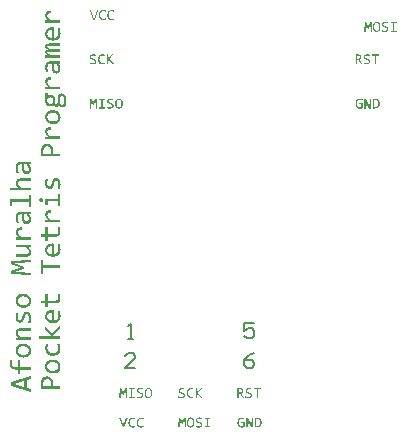
<source format=gto>
G04 Layer_Color=65535*
%FSLAX44Y44*%
%MOMM*%
G71*
G01*
G75*
%ADD14C,0.2032*%
G36*
X48064Y179719D02*
X62500D01*
Y177470D01*
X48064D01*
Y172640D01*
X46176D01*
Y184550D01*
X48064D01*
Y179719D01*
D02*
G37*
G36*
X37500Y223193D02*
X35834Y223138D01*
X35890Y223082D01*
X36001Y222971D01*
X36167Y222749D01*
X36390Y222499D01*
X36612Y222166D01*
X36862Y221833D01*
X37084Y221444D01*
X37278Y221056D01*
X37306Y221000D01*
X37333Y220861D01*
X37417Y220667D01*
X37500Y220389D01*
X37583Y220056D01*
X37639Y219667D01*
X37694Y219279D01*
X37722Y218835D01*
Y218779D01*
Y218668D01*
X37694Y218474D01*
Y218224D01*
X37667Y217918D01*
X37611Y217613D01*
X37472Y217002D01*
Y216975D01*
X37417Y216891D01*
X37361Y216752D01*
X37278Y216558D01*
X37028Y216169D01*
X36723Y215753D01*
X36695Y215725D01*
X36639Y215670D01*
X36528Y215586D01*
X36390Y215475D01*
X36223Y215364D01*
X36029Y215226D01*
X35584Y215031D01*
X35557D01*
X35473Y215003D01*
X35334Y214976D01*
X35168Y214920D01*
X34946Y214892D01*
X34696Y214837D01*
X34169Y214809D01*
X33974D01*
X33863Y214837D01*
X33697Y214865D01*
X33502Y214892D01*
X33086Y214976D01*
X32614Y215142D01*
X32114Y215392D01*
X31864Y215559D01*
X31642Y215753D01*
X31420Y215947D01*
X31198Y216197D01*
Y216225D01*
X31142Y216253D01*
X31087Y216336D01*
X31031Y216475D01*
X30948Y216614D01*
X30865Y216780D01*
X30754Y217002D01*
X30643Y217252D01*
X30559Y217530D01*
X30448Y217835D01*
X30365Y218168D01*
X30282Y218557D01*
X30226Y218946D01*
X30171Y219390D01*
X30115Y219862D01*
Y220361D01*
Y222971D01*
X28838D01*
X28644Y222943D01*
X28394Y222888D01*
X28116Y222805D01*
X27811Y222666D01*
X27533Y222499D01*
X27256Y222249D01*
X27228Y222222D01*
X27145Y222111D01*
X27034Y221944D01*
X26923Y221722D01*
X26812Y221416D01*
X26700Y221028D01*
X26617Y220584D01*
X26590Y220084D01*
Y220028D01*
Y219890D01*
Y219695D01*
X26617Y219418D01*
X26645Y219084D01*
X26700Y218751D01*
X26839Y217974D01*
Y217918D01*
X26895Y217807D01*
X26950Y217585D01*
X27006Y217335D01*
X27117Y217002D01*
X27228Y216641D01*
X27367Y216253D01*
X27506Y215864D01*
X25535D01*
Y215892D01*
X25507Y215947D01*
X25479Y216003D01*
X25451Y216114D01*
X25368Y216392D01*
X25257Y216752D01*
Y216780D01*
X25229Y216836D01*
X25201Y216947D01*
X25174Y217085D01*
X25090Y217446D01*
X25007Y217835D01*
Y217863D01*
X24979Y217946D01*
X24952Y218057D01*
X24924Y218196D01*
X24896Y218363D01*
X24868Y218557D01*
X24813Y219001D01*
Y219029D01*
X24785Y219112D01*
Y219223D01*
X24757Y219390D01*
Y219584D01*
X24729Y219778D01*
Y220250D01*
Y220306D01*
Y220445D01*
Y220667D01*
X24757Y220944D01*
X24785Y221250D01*
X24840Y221611D01*
X24979Y222305D01*
Y222333D01*
X25035Y222471D01*
X25090Y222638D01*
X25174Y222832D01*
X25285Y223082D01*
X25423Y223332D01*
X25562Y223582D01*
X25757Y223832D01*
X25784Y223860D01*
X25840Y223943D01*
X25951Y224054D01*
X26090Y224193D01*
X26284Y224359D01*
X26506Y224526D01*
X26756Y224665D01*
X27034Y224803D01*
X27061Y224831D01*
X27173Y224859D01*
X27339Y224914D01*
X27561Y224998D01*
X27811Y225053D01*
X28144Y225109D01*
X28477Y225137D01*
X28866Y225164D01*
X37500D01*
Y223193D01*
D02*
G37*
G36*
Y251205D02*
X29255D01*
X29005Y251178D01*
X28699Y251150D01*
X28338Y251066D01*
X27978Y250983D01*
X27644Y250844D01*
X27339Y250650D01*
X27311Y250622D01*
X27228Y250539D01*
X27117Y250428D01*
X26978Y250261D01*
X26839Y250039D01*
X26728Y249762D01*
X26645Y249456D01*
X26617Y249095D01*
Y249068D01*
Y249012D01*
Y248929D01*
X26645Y248818D01*
X26673Y248568D01*
X26756Y248263D01*
Y248235D01*
X26784Y248207D01*
X26812Y248124D01*
X26839Y248013D01*
X26978Y247763D01*
X27173Y247457D01*
Y247430D01*
X27228Y247402D01*
X27283Y247319D01*
X27367Y247208D01*
X27617Y246930D01*
X27950Y246569D01*
X27978Y246541D01*
X28033Y246486D01*
X28144Y246375D01*
X28283Y246264D01*
X28477Y246097D01*
X28699Y245903D01*
X28921Y245681D01*
X29199Y245459D01*
X37500D01*
Y243293D01*
X19843D01*
Y245459D01*
X24979D01*
X26950Y245375D01*
X26923Y245403D01*
X26839Y245459D01*
X26728Y245570D01*
X26590Y245681D01*
X26256Y246014D01*
X25923Y246375D01*
X25895Y246402D01*
X25840Y246458D01*
X25757Y246569D01*
X25673Y246680D01*
X25451Y246985D01*
X25229Y247346D01*
Y247374D01*
X25174Y247430D01*
X25146Y247541D01*
X25090Y247652D01*
X24979Y247985D01*
X24868Y248346D01*
Y248374D01*
X24840Y248429D01*
X24813Y248540D01*
X24785Y248679D01*
X24757Y249040D01*
X24729Y249429D01*
Y249456D01*
Y249512D01*
Y249623D01*
X24757Y249734D01*
Y249900D01*
X24785Y250067D01*
X24868Y250511D01*
X25007Y250983D01*
X25229Y251455D01*
X25507Y251927D01*
X25895Y252344D01*
X25951Y252399D01*
X26117Y252510D01*
X26367Y252677D01*
X26756Y252871D01*
X27228Y253038D01*
X27839Y253204D01*
X28533Y253315D01*
X29338Y253371D01*
X37500D01*
Y251205D01*
D02*
G37*
G36*
Y229356D02*
X35696D01*
Y233465D01*
X21620D01*
Y229773D01*
X19843D01*
Y235658D01*
X35696D01*
Y239406D01*
X37500D01*
Y229356D01*
D02*
G37*
G36*
X29727Y209673D02*
X29449D01*
X29171Y209645D01*
X28838Y209618D01*
X28449Y209562D01*
X28061Y209479D01*
X27672Y209340D01*
X27367Y209173D01*
X27339Y209146D01*
X27256Y209090D01*
X27117Y208951D01*
X26978Y208785D01*
X26867Y208563D01*
X26728Y208313D01*
X26645Y208007D01*
X26617Y207646D01*
Y207619D01*
Y207563D01*
Y207480D01*
X26645Y207397D01*
X26673Y207119D01*
X26784Y206786D01*
Y206758D01*
X26812Y206702D01*
X26839Y206619D01*
X26895Y206508D01*
X27061Y206203D01*
X27283Y205870D01*
X27311Y205842D01*
X27339Y205786D01*
X27422Y205703D01*
X27506Y205564D01*
X27811Y205259D01*
X28172Y204870D01*
X28200Y204842D01*
X28255Y204787D01*
X28366Y204676D01*
X28533Y204537D01*
X28727Y204370D01*
X28921Y204176D01*
X29171Y203982D01*
X29449Y203760D01*
X37500D01*
Y201567D01*
X24952D01*
Y203538D01*
X27283Y203593D01*
X27256D01*
X27228Y203649D01*
X27061Y203787D01*
X26839Y204009D01*
X26534Y204287D01*
X26228Y204620D01*
X25895Y204981D01*
X25590Y205370D01*
X25340Y205786D01*
X25312Y205842D01*
X25257Y205981D01*
X25146Y206175D01*
X25035Y206480D01*
X24924Y206786D01*
X24813Y207174D01*
X24757Y207563D01*
X24729Y207980D01*
Y208007D01*
Y208063D01*
Y208174D01*
X24757Y208313D01*
Y208451D01*
X24785Y208646D01*
X24896Y209090D01*
X25035Y209562D01*
X25257Y210034D01*
X25590Y210506D01*
X25784Y210728D01*
X26007Y210922D01*
X26062Y210978D01*
X26145Y211006D01*
X26228Y211089D01*
X26367Y211144D01*
X26534Y211228D01*
X26728Y211339D01*
X26950Y211422D01*
X27200Y211505D01*
X27450Y211589D01*
X27755Y211672D01*
X28089Y211755D01*
X28477Y211811D01*
X28866Y211838D01*
X29282Y211866D01*
X29727D01*
Y209673D01*
D02*
G37*
G36*
X56365Y198209D02*
X56726D01*
X56920Y198181D01*
Y189380D01*
X57114D01*
X57225Y189408D01*
X57392D01*
X57586Y189436D01*
X58030Y189519D01*
X58502Y189630D01*
X59002Y189825D01*
X59474Y190074D01*
X59890Y190435D01*
X59946Y190491D01*
X60057Y190630D01*
X60223Y190879D01*
X60390Y191240D01*
X60584Y191684D01*
X60751Y192212D01*
X60862Y192823D01*
X60918Y193545D01*
Y193572D01*
Y193628D01*
Y193739D01*
Y193878D01*
Y194239D01*
X60890Y194627D01*
Y194655D01*
Y194711D01*
X60862Y194822D01*
Y194960D01*
X60806Y195321D01*
X60779Y195682D01*
Y195710D01*
X60751Y195766D01*
Y195877D01*
X60723Y196015D01*
X60668Y196321D01*
X60612Y196682D01*
Y196709D01*
X60584Y196765D01*
X60557Y196848D01*
X60529Y196959D01*
X60473Y197265D01*
X60390Y197570D01*
X62167D01*
Y197542D01*
X62195Y197404D01*
X62250Y197237D01*
X62306Y196987D01*
X62361Y196682D01*
X62445Y196349D01*
X62500Y195960D01*
X62555Y195543D01*
Y195488D01*
X62583Y195349D01*
X62611Y195127D01*
X62639Y194849D01*
X62667Y194489D01*
X62694Y194100D01*
X62722Y193683D01*
Y193239D01*
Y193211D01*
Y193156D01*
Y193073D01*
Y192962D01*
X62694Y192656D01*
X62667Y192295D01*
X62611Y191851D01*
X62555Y191379D01*
X62445Y190907D01*
X62306Y190463D01*
X62278Y190408D01*
X62222Y190269D01*
X62111Y190047D01*
X61972Y189797D01*
X61806Y189491D01*
X61584Y189158D01*
X61334Y188853D01*
X61029Y188547D01*
X61001Y188520D01*
X60890Y188436D01*
X60696Y188298D01*
X60473Y188131D01*
X60168Y187937D01*
X59835Y187770D01*
X59418Y187576D01*
X59002Y187437D01*
X58946D01*
X58780Y187381D01*
X58530Y187326D01*
X58197Y187270D01*
X57780Y187215D01*
X57336Y187159D01*
X56809Y187132D01*
X56253Y187104D01*
X56031D01*
X55781Y187132D01*
X55448Y187159D01*
X55087Y187187D01*
X54671Y187270D01*
X54227Y187354D01*
X53783Y187465D01*
X53755D01*
X53727Y187492D01*
X53588Y187548D01*
X53366Y187631D01*
X53061Y187742D01*
X52755Y187909D01*
X52395Y188103D01*
X52034Y188325D01*
X51701Y188575D01*
X51673Y188603D01*
X51562Y188714D01*
X51395Y188881D01*
X51173Y189075D01*
X50951Y189352D01*
X50701Y189658D01*
X50479Y189991D01*
X50257Y190380D01*
X50229Y190435D01*
X50174Y190574D01*
X50090Y190796D01*
X49979Y191074D01*
X49896Y191435D01*
X49813Y191851D01*
X49757Y192295D01*
X49729Y192795D01*
Y192823D01*
Y192850D01*
Y193017D01*
X49757Y193267D01*
X49785Y193572D01*
X49840Y193933D01*
X49896Y194322D01*
X50007Y194711D01*
X50146Y195099D01*
X50174Y195155D01*
X50229Y195266D01*
X50312Y195460D01*
X50451Y195710D01*
X50618Y195960D01*
X50812Y196265D01*
X51062Y196543D01*
X51340Y196821D01*
X51367Y196848D01*
X51478Y196932D01*
X51645Y197070D01*
X51839Y197209D01*
X52117Y197376D01*
X52422Y197570D01*
X52783Y197737D01*
X53172Y197875D01*
X53227Y197903D01*
X53366Y197931D01*
X53588Y197987D01*
X53866Y198070D01*
X54227Y198125D01*
X54616Y198181D01*
X55060Y198209D01*
X55560Y198236D01*
X56087D01*
X56365Y198209D01*
D02*
G37*
G36*
X31670Y155648D02*
X32031Y155620D01*
X32447Y155564D01*
X32891Y155509D01*
X33363Y155398D01*
X33835Y155259D01*
X33891Y155231D01*
X34030Y155176D01*
X34252Y155093D01*
X34529Y154954D01*
X34863Y154787D01*
X35224Y154593D01*
X35584Y154343D01*
X35918Y154065D01*
X35945Y154038D01*
X36056Y153926D01*
X36223Y153760D01*
X36417Y153538D01*
X36612Y153260D01*
X36834Y152955D01*
X37056Y152566D01*
X37250Y152177D01*
X37278Y152122D01*
X37333Y151983D01*
X37389Y151761D01*
X37472Y151456D01*
X37583Y151067D01*
X37639Y150651D01*
X37694Y150179D01*
X37722Y149651D01*
Y149623D01*
Y149596D01*
Y149429D01*
X37694Y149151D01*
X37667Y148846D01*
X37611Y148457D01*
X37555Y148041D01*
X37445Y147625D01*
X37306Y147208D01*
X37278Y147153D01*
X37222Y147042D01*
X37139Y146847D01*
X37000Y146597D01*
X36834Y146292D01*
X36612Y146014D01*
X36362Y145709D01*
X36084Y145403D01*
X36056Y145376D01*
X35945Y145293D01*
X35779Y145154D01*
X35529Y144987D01*
X35251Y144820D01*
X34890Y144626D01*
X34502Y144460D01*
X34085Y144293D01*
X34058D01*
X34030Y144265D01*
X33863Y144237D01*
X33613Y144182D01*
X33280Y144099D01*
X32864Y144015D01*
X32392Y143960D01*
X31864Y143932D01*
X31309Y143904D01*
X31059D01*
X30782Y143932D01*
X30448Y143960D01*
X30032Y143988D01*
X29588Y144071D01*
X29116Y144154D01*
X28672Y144293D01*
X28644D01*
X28616Y144321D01*
X28477Y144376D01*
X28227Y144460D01*
X27950Y144598D01*
X27617Y144765D01*
X27283Y144987D01*
X26923Y145209D01*
X26590Y145487D01*
X26562Y145515D01*
X26451Y145626D01*
X26284Y145792D01*
X26090Y146014D01*
X25868Y146292D01*
X25645Y146625D01*
X25423Y146986D01*
X25229Y147375D01*
X25201Y147430D01*
X25146Y147569D01*
X25062Y147791D01*
X24979Y148097D01*
X24896Y148485D01*
X24813Y148902D01*
X24757Y149374D01*
X24729Y149901D01*
Y149929D01*
Y149957D01*
Y150123D01*
X24757Y150401D01*
X24785Y150706D01*
X24840Y151095D01*
X24924Y151483D01*
X25035Y151900D01*
X25174Y152316D01*
X25201Y152372D01*
X25257Y152511D01*
X25340Y152705D01*
X25479Y152955D01*
X25645Y153232D01*
X25868Y153538D01*
X26117Y153843D01*
X26395Y154121D01*
X26423Y154149D01*
X26534Y154232D01*
X26700Y154371D01*
X26950Y154537D01*
X27228Y154732D01*
X27589Y154926D01*
X27978Y155093D01*
X28394Y155259D01*
X28449Y155287D01*
X28616Y155315D01*
X28866Y155398D01*
X29171Y155481D01*
X29588Y155537D01*
X30060Y155620D01*
X30587Y155648D01*
X31142Y155676D01*
X31392D01*
X31670Y155648D01*
D02*
G37*
G36*
X37500Y195126D02*
X35501Y195042D01*
X35529Y195015D01*
X35612Y194959D01*
X35723Y194848D01*
X35862Y194709D01*
X36223Y194348D01*
X36584Y193960D01*
X36612Y193932D01*
X36639Y193876D01*
X36723Y193765D01*
X36834Y193654D01*
X37028Y193321D01*
X37250Y192960D01*
Y192932D01*
X37278Y192877D01*
X37333Y192766D01*
X37389Y192655D01*
X37500Y192322D01*
X37611Y191961D01*
Y191933D01*
X37639Y191877D01*
Y191766D01*
X37667Y191628D01*
X37694Y191294D01*
X37722Y190878D01*
Y190850D01*
Y190795D01*
Y190684D01*
X37694Y190573D01*
Y190406D01*
X37667Y190212D01*
X37583Y189795D01*
X37445Y189323D01*
X37250Y188851D01*
X36972Y188379D01*
X36612Y187963D01*
X36556Y187935D01*
X36390Y187824D01*
X36140Y187658D01*
X35751Y187491D01*
X35279Y187297D01*
X34668Y187158D01*
X33974Y187047D01*
X33169Y186991D01*
X24952D01*
Y189157D01*
X33114D01*
X33252Y189184D01*
X33447D01*
X33669Y189212D01*
X33919Y189268D01*
X34418Y189434D01*
X34696Y189545D01*
X34946Y189684D01*
X35196Y189851D01*
X35418Y190073D01*
X35584Y190323D01*
X35751Y190600D01*
X35834Y190934D01*
X35862Y191322D01*
Y191350D01*
Y191378D01*
X35834Y191572D01*
X35807Y191822D01*
X35751Y192100D01*
Y192127D01*
X35723Y192155D01*
X35696Y192238D01*
X35668Y192349D01*
X35529Y192599D01*
X35362Y192905D01*
X35334Y192932D01*
X35307Y192988D01*
X35251Y193071D01*
X35140Y193182D01*
X34890Y193460D01*
X34557Y193793D01*
X34529Y193821D01*
X34474Y193876D01*
X34363Y193987D01*
X34196Y194126D01*
X34030Y194293D01*
X33808Y194487D01*
X33558Y194681D01*
X33280Y194904D01*
X24952D01*
Y197069D01*
X37500D01*
Y195126D01*
D02*
G37*
G36*
Y182216D02*
X27311Y181883D01*
X23425Y181744D01*
X25673Y180967D01*
X32170Y178552D01*
Y177025D01*
X25923Y174720D01*
X23425Y173971D01*
X27478Y173915D01*
X37500Y173638D01*
Y171528D01*
X21176Y172333D01*
Y174970D01*
X27339Y177164D01*
X29421Y177885D01*
X27339Y178552D01*
X21176Y180884D01*
Y183604D01*
X37500Y184382D01*
Y182216D01*
D02*
G37*
G36*
Y265420D02*
X35834Y265364D01*
X35890Y265308D01*
X36001Y265197D01*
X36167Y264975D01*
X36390Y264725D01*
X36612Y264392D01*
X36862Y264059D01*
X37084Y263671D01*
X37278Y263282D01*
X37306Y263226D01*
X37333Y263088D01*
X37417Y262893D01*
X37500Y262616D01*
X37583Y262282D01*
X37639Y261894D01*
X37694Y261505D01*
X37722Y261061D01*
Y261005D01*
Y260894D01*
X37694Y260700D01*
Y260450D01*
X37667Y260145D01*
X37611Y259839D01*
X37472Y259229D01*
Y259201D01*
X37417Y259118D01*
X37361Y258979D01*
X37278Y258784D01*
X37028Y258396D01*
X36723Y257979D01*
X36695Y257952D01*
X36639Y257896D01*
X36528Y257813D01*
X36390Y257702D01*
X36223Y257591D01*
X36029Y257452D01*
X35584Y257257D01*
X35557D01*
X35473Y257230D01*
X35334Y257202D01*
X35168Y257146D01*
X34946Y257119D01*
X34696Y257063D01*
X34169Y257035D01*
X33974D01*
X33863Y257063D01*
X33697Y257091D01*
X33502Y257119D01*
X33086Y257202D01*
X32614Y257369D01*
X32114Y257618D01*
X31864Y257785D01*
X31642Y257979D01*
X31420Y258174D01*
X31198Y258424D01*
Y258451D01*
X31142Y258479D01*
X31087Y258562D01*
X31031Y258701D01*
X30948Y258840D01*
X30865Y259007D01*
X30754Y259229D01*
X30643Y259478D01*
X30559Y259756D01*
X30448Y260061D01*
X30365Y260395D01*
X30282Y260783D01*
X30226Y261172D01*
X30171Y261616D01*
X30115Y262088D01*
Y262588D01*
Y265197D01*
X28838D01*
X28644Y265170D01*
X28394Y265114D01*
X28116Y265031D01*
X27811Y264892D01*
X27533Y264725D01*
X27256Y264476D01*
X27228Y264448D01*
X27145Y264337D01*
X27034Y264170D01*
X26923Y263948D01*
X26812Y263643D01*
X26700Y263254D01*
X26617Y262810D01*
X26590Y262310D01*
Y262255D01*
Y262116D01*
Y261922D01*
X26617Y261644D01*
X26645Y261311D01*
X26700Y260978D01*
X26839Y260200D01*
Y260145D01*
X26895Y260034D01*
X26950Y259812D01*
X27006Y259562D01*
X27117Y259229D01*
X27228Y258868D01*
X27367Y258479D01*
X27506Y258090D01*
X25535D01*
Y258118D01*
X25507Y258174D01*
X25479Y258229D01*
X25451Y258340D01*
X25368Y258618D01*
X25257Y258979D01*
Y259007D01*
X25229Y259062D01*
X25201Y259173D01*
X25174Y259312D01*
X25090Y259673D01*
X25007Y260061D01*
Y260089D01*
X24979Y260173D01*
X24952Y260284D01*
X24924Y260422D01*
X24896Y260589D01*
X24868Y260783D01*
X24813Y261227D01*
Y261255D01*
X24785Y261339D01*
Y261450D01*
X24757Y261616D01*
Y261810D01*
X24729Y262005D01*
Y262477D01*
Y262532D01*
Y262671D01*
Y262893D01*
X24757Y263171D01*
X24785Y263476D01*
X24840Y263837D01*
X24979Y264531D01*
Y264559D01*
X25035Y264698D01*
X25090Y264864D01*
X25174Y265059D01*
X25285Y265308D01*
X25423Y265558D01*
X25562Y265808D01*
X25757Y266058D01*
X25784Y266086D01*
X25840Y266169D01*
X25951Y266280D01*
X26090Y266419D01*
X26284Y266586D01*
X26506Y266752D01*
X26756Y266891D01*
X27034Y267030D01*
X27061Y267057D01*
X27173Y267085D01*
X27339Y267141D01*
X27561Y267224D01*
X27811Y267280D01*
X28144Y267335D01*
X28477Y267363D01*
X28866Y267391D01*
X37500D01*
Y265420D01*
D02*
G37*
G36*
X56365Y141907D02*
X56726D01*
X56920Y141879D01*
Y133078D01*
X57114D01*
X57225Y133106D01*
X57392D01*
X57586Y133134D01*
X58030Y133217D01*
X58502Y133328D01*
X59002Y133523D01*
X59474Y133773D01*
X59890Y134134D01*
X59946Y134189D01*
X60057Y134328D01*
X60223Y134578D01*
X60390Y134939D01*
X60584Y135383D01*
X60751Y135910D01*
X60862Y136521D01*
X60918Y137243D01*
Y137271D01*
Y137326D01*
Y137437D01*
Y137576D01*
Y137937D01*
X60890Y138326D01*
Y138353D01*
Y138409D01*
X60862Y138520D01*
Y138659D01*
X60806Y139020D01*
X60779Y139381D01*
Y139408D01*
X60751Y139464D01*
Y139575D01*
X60723Y139714D01*
X60668Y140019D01*
X60612Y140380D01*
Y140408D01*
X60584Y140463D01*
X60557Y140547D01*
X60529Y140658D01*
X60473Y140963D01*
X60390Y141268D01*
X62167D01*
Y141241D01*
X62195Y141102D01*
X62250Y140935D01*
X62306Y140685D01*
X62361Y140380D01*
X62445Y140047D01*
X62500Y139658D01*
X62555Y139242D01*
Y139186D01*
X62583Y139047D01*
X62611Y138825D01*
X62639Y138548D01*
X62667Y138187D01*
X62694Y137798D01*
X62722Y137382D01*
Y136938D01*
Y136910D01*
Y136854D01*
Y136771D01*
Y136660D01*
X62694Y136355D01*
X62667Y135994D01*
X62611Y135549D01*
X62555Y135077D01*
X62445Y134605D01*
X62306Y134161D01*
X62278Y134106D01*
X62222Y133967D01*
X62111Y133745D01*
X61972Y133495D01*
X61806Y133190D01*
X61584Y132856D01*
X61334Y132551D01*
X61029Y132246D01*
X61001Y132218D01*
X60890Y132135D01*
X60696Y131996D01*
X60473Y131829D01*
X60168Y131635D01*
X59835Y131468D01*
X59418Y131274D01*
X59002Y131135D01*
X58946D01*
X58780Y131080D01*
X58530Y131024D01*
X58197Y130969D01*
X57780Y130913D01*
X57336Y130857D01*
X56809Y130830D01*
X56253Y130802D01*
X56031D01*
X55781Y130830D01*
X55448Y130857D01*
X55087Y130885D01*
X54671Y130969D01*
X54227Y131052D01*
X53783Y131163D01*
X53755D01*
X53727Y131191D01*
X53588Y131246D01*
X53366Y131329D01*
X53061Y131441D01*
X52755Y131607D01*
X52395Y131802D01*
X52034Y132024D01*
X51701Y132273D01*
X51673Y132301D01*
X51562Y132412D01*
X51395Y132579D01*
X51173Y132773D01*
X50951Y133051D01*
X50701Y133356D01*
X50479Y133689D01*
X50257Y134078D01*
X50229Y134134D01*
X50174Y134272D01*
X50090Y134494D01*
X49979Y134772D01*
X49896Y135133D01*
X49813Y135549D01*
X49757Y135994D01*
X49729Y136493D01*
Y136521D01*
Y136549D01*
Y136715D01*
X49757Y136965D01*
X49785Y137271D01*
X49840Y137632D01*
X49896Y138020D01*
X50007Y138409D01*
X50146Y138798D01*
X50174Y138853D01*
X50229Y138964D01*
X50312Y139158D01*
X50451Y139408D01*
X50618Y139658D01*
X50812Y139964D01*
X51062Y140241D01*
X51340Y140519D01*
X51367Y140547D01*
X51478Y140630D01*
X51645Y140769D01*
X51839Y140907D01*
X52117Y141074D01*
X52422Y141268D01*
X52783Y141435D01*
X53172Y141574D01*
X53227Y141601D01*
X53366Y141629D01*
X53588Y141685D01*
X53866Y141768D01*
X54227Y141824D01*
X54616Y141879D01*
X55060Y141907D01*
X55560Y141935D01*
X56087D01*
X56365Y141907D01*
D02*
G37*
G36*
X232306Y74830D02*
X229853D01*
Y67500D01*
X228712D01*
Y74830D01*
X226259D01*
Y75789D01*
X232306D01*
Y74830D01*
D02*
G37*
G36*
X173256Y50902D02*
X173439Y50874D01*
X173665Y50845D01*
X173890Y50789D01*
X174130Y50718D01*
X174356Y50620D01*
X174384Y50606D01*
X174454Y50564D01*
X174567Y50493D01*
X174708Y50408D01*
X174863Y50282D01*
X175018Y50141D01*
X175187Y49971D01*
X175342Y49774D01*
X175357Y49746D01*
X175413Y49675D01*
X175483Y49563D01*
X175568Y49408D01*
X175667Y49210D01*
X175765Y48985D01*
X175850Y48731D01*
X175934Y48449D01*
Y48435D01*
X175949Y48421D01*
Y48378D01*
X175963Y48308D01*
X175977Y48238D01*
X175991Y48153D01*
X176033Y47941D01*
X176075Y47688D01*
X176104Y47392D01*
X176118Y47053D01*
X176132Y46701D01*
Y46687D01*
Y46659D01*
Y46588D01*
Y46518D01*
X176118Y46419D01*
Y46306D01*
X176104Y46038D01*
X176061Y45742D01*
X176019Y45418D01*
X175949Y45094D01*
X175864Y44770D01*
Y44756D01*
X175850Y44727D01*
X175836Y44685D01*
X175822Y44629D01*
X175751Y44488D01*
X175681Y44290D01*
X175568Y44079D01*
X175455Y43853D01*
X175300Y43628D01*
X175145Y43416D01*
X175131Y43388D01*
X175075Y43332D01*
X174976Y43233D01*
X174849Y43120D01*
X174694Y42993D01*
X174525Y42867D01*
X174327Y42754D01*
X174102Y42641D01*
X174074Y42627D01*
X174003Y42599D01*
X173876Y42556D01*
X173721Y42514D01*
X173538Y42472D01*
X173326Y42429D01*
X173087Y42401D01*
X172847Y42387D01*
X172706D01*
X172565Y42401D01*
X172368Y42429D01*
X172157Y42458D01*
X171917Y42500D01*
X171677Y42571D01*
X171452Y42669D01*
X171423Y42683D01*
X171353Y42726D01*
X171240Y42796D01*
X171113Y42881D01*
X170944Y43007D01*
X170789Y43148D01*
X170620Y43318D01*
X170465Y43501D01*
X170451Y43529D01*
X170394Y43600D01*
X170324Y43712D01*
X170239Y43867D01*
X170155Y44065D01*
X170056Y44290D01*
X169971Y44544D01*
X169887Y44826D01*
Y44840D01*
X169873Y44868D01*
Y44911D01*
X169859Y44967D01*
X169844Y45037D01*
X169830Y45122D01*
X169802Y45348D01*
X169760Y45601D01*
X169732Y45911D01*
X169718Y46250D01*
X169704Y46602D01*
Y46616D01*
Y46645D01*
Y46715D01*
Y46785D01*
X169718Y46884D01*
Y46997D01*
X169732Y47251D01*
X169760Y47561D01*
X169816Y47871D01*
X169873Y48209D01*
X169957Y48519D01*
Y48534D01*
X169971Y48562D01*
X169986Y48604D01*
X170000Y48660D01*
X170056Y48801D01*
X170141Y48999D01*
X170239Y49210D01*
X170366Y49436D01*
X170507Y49647D01*
X170662Y49859D01*
X170676Y49887D01*
X170747Y49943D01*
X170831Y50042D01*
X170958Y50155D01*
X171113Y50282D01*
X171297Y50423D01*
X171494Y50535D01*
X171705Y50648D01*
X171733Y50662D01*
X171804Y50690D01*
X171931Y50733D01*
X172086Y50789D01*
X172269Y50831D01*
X172495Y50874D01*
X172720Y50902D01*
X172974Y50916D01*
X173101D01*
X173256Y50902D01*
D02*
G37*
G36*
X222734Y75902D02*
X222904Y75888D01*
X222988D01*
X223059Y75874D01*
X223214Y75859D01*
X223397Y75831D01*
X223439D01*
X223496Y75817D01*
X223552D01*
X223707Y75789D01*
X223890Y75761D01*
X223933D01*
X223989Y75747D01*
X224045Y75733D01*
X224200Y75704D01*
X224356Y75676D01*
Y74661D01*
X224327D01*
X224271Y74689D01*
X224172Y74704D01*
X224045Y74732D01*
X223904Y74760D01*
X223735Y74802D01*
X223369Y74859D01*
X223355D01*
X223284Y74873D01*
X223200Y74887D01*
X223073Y74901D01*
X222932Y74915D01*
X222763Y74929D01*
X222424Y74943D01*
X222269D01*
X222100Y74929D01*
X221889Y74901D01*
X221649Y74859D01*
X221409Y74802D01*
X221198Y74718D01*
X221000Y74605D01*
X220986Y74591D01*
X220930Y74549D01*
X220860Y74478D01*
X220775Y74379D01*
X220690Y74253D01*
X220620Y74097D01*
X220564Y73928D01*
X220549Y73731D01*
Y73717D01*
Y73675D01*
X220564Y73618D01*
X220578Y73534D01*
X220634Y73350D01*
X220676Y73252D01*
X220733Y73153D01*
X220747Y73139D01*
X220761Y73111D01*
X220803Y73068D01*
X220860Y73012D01*
X221015Y72871D01*
X221212Y72716D01*
X221226Y72702D01*
X221268Y72688D01*
X221325Y72645D01*
X221423Y72603D01*
X221522Y72547D01*
X221635Y72490D01*
X221917Y72378D01*
X221931D01*
X221987Y72349D01*
X222058Y72321D01*
X222171Y72279D01*
X222283Y72237D01*
X222410Y72180D01*
X222706Y72053D01*
X222720D01*
X222777Y72025D01*
X222861Y71997D01*
X222960Y71955D01*
X223087Y71898D01*
X223214Y71842D01*
X223510Y71701D01*
X223524Y71687D01*
X223580Y71673D01*
X223651Y71630D01*
X223749Y71574D01*
X223975Y71419D01*
X224200Y71236D01*
X224215Y71222D01*
X224257Y71193D01*
X224313Y71137D01*
X224384Y71052D01*
X224454Y70968D01*
X224539Y70855D01*
X224694Y70601D01*
X224708Y70587D01*
X224722Y70531D01*
X224750Y70460D01*
X224793Y70362D01*
X224835Y70235D01*
X224863Y70080D01*
X224877Y69925D01*
X224891Y69741D01*
Y69713D01*
Y69643D01*
X224877Y69530D01*
X224863Y69389D01*
X224835Y69234D01*
X224778Y69051D01*
X224722Y68867D01*
X224638Y68698D01*
X224623Y68684D01*
X224595Y68628D01*
X224539Y68543D01*
X224468Y68444D01*
X224370Y68332D01*
X224257Y68205D01*
X224116Y68078D01*
X223961Y67965D01*
X223947Y67951D01*
X223890Y67923D01*
X223792Y67867D01*
X223679Y67796D01*
X223524Y67726D01*
X223355Y67655D01*
X223157Y67585D01*
X222932Y67528D01*
X222904D01*
X222833Y67500D01*
X222706Y67486D01*
X222537Y67458D01*
X222340Y67429D01*
X222114Y67415D01*
X221860Y67387D01*
X221395D01*
X221282Y67401D01*
X221184D01*
X220930Y67415D01*
X220874D01*
X220817Y67429D01*
X220733D01*
X220535Y67458D01*
X220310Y67486D01*
X220253D01*
X220197Y67500D01*
X220126D01*
X219943Y67528D01*
X219746Y67556D01*
X219732D01*
X219704Y67571D01*
X219647Y67585D01*
X219591Y67599D01*
X219436Y67641D01*
X219267Y67683D01*
Y68769D01*
X219295Y68755D01*
X219351Y68741D01*
X219450Y68712D01*
X219577Y68670D01*
X219732Y68614D01*
X219915Y68571D01*
X220112Y68529D01*
X220324Y68487D01*
X220352D01*
X220422Y68473D01*
X220549Y68459D01*
X220719Y68444D01*
X220916Y68416D01*
X221141Y68402D01*
X221395Y68388D01*
X221875D01*
X222001Y68402D01*
X222142D01*
X222297Y68430D01*
X222453Y68444D01*
X222608Y68473D01*
X222622D01*
X222678Y68487D01*
X222734Y68515D01*
X222833Y68529D01*
X223030Y68614D01*
X223228Y68712D01*
X223242Y68726D01*
X223270Y68741D01*
X223312Y68783D01*
X223369Y68825D01*
X223496Y68952D01*
X223594Y69121D01*
Y69135D01*
X223608Y69163D01*
X223637Y69220D01*
X223651Y69290D01*
X223679Y69375D01*
X223693Y69474D01*
X223707Y69685D01*
Y69699D01*
Y69741D01*
X223693Y69798D01*
X223679Y69882D01*
X223622Y70066D01*
X223580Y70150D01*
X223510Y70249D01*
X223496Y70263D01*
X223482Y70291D01*
X223439Y70333D01*
X223383Y70390D01*
X223312Y70460D01*
X223228Y70531D01*
X223016Y70672D01*
X223002Y70686D01*
X222960Y70700D01*
X222904Y70742D01*
X222819Y70785D01*
X222720Y70841D01*
X222608Y70897D01*
X222326Y71024D01*
X222311Y71038D01*
X222255Y71052D01*
X222185Y71081D01*
X222072Y71123D01*
X221959Y71165D01*
X221818Y71222D01*
X221522Y71334D01*
X221508Y71349D01*
X221452Y71363D01*
X221381Y71405D01*
X221282Y71447D01*
X221156Y71504D01*
X221029Y71560D01*
X220733Y71701D01*
X220719Y71715D01*
X220662Y71743D01*
X220592Y71771D01*
X220493Y71828D01*
X220394Y71898D01*
X220268Y71969D01*
X220028Y72152D01*
X220014Y72166D01*
X219986Y72194D01*
X219929Y72251D01*
X219859Y72335D01*
X219788Y72420D01*
X219704Y72533D01*
X219548Y72772D01*
X219534Y72786D01*
X219520Y72843D01*
X219492Y72913D01*
X219464Y73012D01*
X219422Y73139D01*
X219393Y73280D01*
X219379Y73449D01*
X219365Y73618D01*
Y73632D01*
Y73689D01*
X219379Y73773D01*
X219393Y73886D01*
X219408Y74013D01*
X219436Y74154D01*
X219478Y74309D01*
X219534Y74464D01*
X219548Y74478D01*
X219563Y74534D01*
X219619Y74605D01*
X219675Y74704D01*
X219746Y74816D01*
X219844Y74943D01*
X219957Y75070D01*
X220084Y75197D01*
X220098Y75211D01*
X220155Y75253D01*
X220239Y75310D01*
X220352Y75380D01*
X220479Y75465D01*
X220648Y75549D01*
X220831Y75634D01*
X221043Y75718D01*
X221071Y75733D01*
X221156Y75747D01*
X221268Y75775D01*
X221437Y75817D01*
X221649Y75859D01*
X221889Y75888D01*
X222157Y75902D01*
X222453Y75916D01*
X222593D01*
X222734Y75902D01*
D02*
G37*
G36*
X214967Y75775D02*
X215136D01*
X215333Y75747D01*
X215545Y75718D01*
X215756Y75676D01*
X215954Y75620D01*
X215982D01*
X216038Y75592D01*
X216137Y75549D01*
X216250Y75507D01*
X216391Y75451D01*
X216532Y75366D01*
X216673Y75282D01*
X216800Y75183D01*
X216814Y75169D01*
X216856Y75127D01*
X216912Y75070D01*
X216983Y74985D01*
X217067Y74887D01*
X217152Y74774D01*
X217222Y74633D01*
X217293Y74492D01*
X217307Y74478D01*
X217321Y74422D01*
X217349Y74337D01*
X217378Y74224D01*
X217406Y74097D01*
X217434Y73942D01*
X217462Y73787D01*
Y73604D01*
Y73590D01*
Y73534D01*
Y73463D01*
X217448Y73364D01*
X217434Y73252D01*
X217406Y73125D01*
X217335Y72857D01*
Y72843D01*
X217321Y72800D01*
X217293Y72730D01*
X217251Y72660D01*
X217152Y72448D01*
X216997Y72237D01*
X216983Y72222D01*
X216955Y72194D01*
X216912Y72138D01*
X216842Y72067D01*
X216757Y71997D01*
X216659Y71912D01*
X216433Y71743D01*
X216419Y71729D01*
X216377Y71715D01*
X216306Y71673D01*
X216222Y71630D01*
X216109Y71588D01*
X215982Y71532D01*
X215827Y71489D01*
X215672Y71447D01*
X215686D01*
X215728Y71419D01*
X215799Y71391D01*
X215883Y71349D01*
X215968Y71292D01*
X216066Y71207D01*
X216165Y71123D01*
X216264Y71010D01*
X216278Y70996D01*
X216306Y70954D01*
X216363Y70897D01*
X216419Y70799D01*
X216504Y70686D01*
X216588Y70559D01*
X216673Y70390D01*
X216771Y70221D01*
X218097Y67500D01*
X216814D01*
X215573Y70150D01*
Y70164D01*
X215545Y70207D01*
X215517Y70249D01*
X215489Y70319D01*
X215390Y70489D01*
X215277Y70644D01*
Y70658D01*
X215249Y70686D01*
X215193Y70771D01*
X215094Y70869D01*
X214967Y70968D01*
X214953D01*
X214939Y70982D01*
X214854Y71038D01*
X214741Y71081D01*
X214601Y71137D01*
X214586D01*
X214572Y71151D01*
X214530D01*
X214474Y71165D01*
X214333Y71179D01*
X214149Y71193D01*
X213628D01*
Y67500D01*
X212500D01*
Y75789D01*
X214840D01*
X214967Y75775D01*
D02*
G37*
G36*
X229515Y50775D02*
X229670Y50761D01*
X229853Y50733D01*
X230065Y50704D01*
X230290Y50662D01*
X230516Y50606D01*
X230756Y50549D01*
X230995Y50465D01*
X231235Y50366D01*
X231475Y50253D01*
X231700Y50112D01*
X231912Y49971D01*
X232095Y49788D01*
X232109Y49774D01*
X232137Y49746D01*
X232179Y49689D01*
X232250Y49605D01*
X232320Y49492D01*
X232405Y49365D01*
X232490Y49210D01*
X232574Y49027D01*
X232659Y48829D01*
X232757Y48604D01*
X232828Y48350D01*
X232898Y48082D01*
X232969Y47772D01*
X233011Y47448D01*
X233039Y47110D01*
X233053Y46729D01*
Y46701D01*
Y46630D01*
Y46518D01*
X233039Y46363D01*
X233025Y46193D01*
X233011Y45996D01*
X232955Y45587D01*
Y45559D01*
X232941Y45489D01*
X232913Y45390D01*
X232884Y45249D01*
X232842Y45094D01*
X232786Y44925D01*
X232659Y44572D01*
X232645Y44558D01*
X232616Y44488D01*
X232574Y44403D01*
X232518Y44290D01*
X232447Y44163D01*
X232363Y44008D01*
X232137Y43712D01*
X232123Y43698D01*
X232081Y43656D01*
X232010Y43571D01*
X231912Y43487D01*
X231799Y43388D01*
X231658Y43275D01*
X231503Y43163D01*
X231334Y43064D01*
X231320Y43050D01*
X231249Y43022D01*
X231150Y42965D01*
X231024Y42909D01*
X230868Y42838D01*
X230685Y42768D01*
X230474Y42697D01*
X230248Y42641D01*
X230220D01*
X230135Y42613D01*
X230009Y42599D01*
X229839Y42571D01*
X229628Y42542D01*
X229388Y42528D01*
X229120Y42500D01*
X227062D01*
Y50789D01*
X229374D01*
X229515Y50775D01*
D02*
G37*
G36*
X62333Y155483D02*
X62361Y155372D01*
X62389Y155233D01*
X62417Y155038D01*
X62472Y154789D01*
X62500Y154539D01*
X62583Y153956D01*
Y153928D01*
Y153817D01*
X62611Y153678D01*
Y153456D01*
X62639Y153234D01*
Y152956D01*
X62667Y152373D01*
Y152346D01*
Y152262D01*
Y152151D01*
X62639Y151985D01*
Y151790D01*
X62611Y151568D01*
X62528Y151041D01*
X62417Y150485D01*
X62222Y149902D01*
X61972Y149347D01*
X61806Y149070D01*
X61612Y148848D01*
X61556Y148792D01*
X61417Y148653D01*
X61167Y148486D01*
X60806Y148264D01*
X60335Y148042D01*
X59779Y147876D01*
X59113Y147737D01*
X58336Y147681D01*
X51784D01*
Y144183D01*
X49952D01*
Y147681D01*
X46509D01*
X45926Y149847D01*
X49952D01*
Y155510D01*
X51784D01*
Y149847D01*
X58391D01*
X58613Y149875D01*
X58919Y149930D01*
X59252Y150014D01*
X59585Y150152D01*
X59890Y150319D01*
X60168Y150569D01*
X60196Y150597D01*
X60279Y150708D01*
X60390Y150874D01*
X60501Y151096D01*
X60612Y151402D01*
X60723Y151763D01*
X60806Y152179D01*
X60834Y152679D01*
Y152706D01*
Y152790D01*
Y152901D01*
Y153067D01*
X60806Y153262D01*
Y153511D01*
X60751Y154011D01*
Y154039D01*
X60723Y154150D01*
Y154289D01*
X60668Y154483D01*
X60640Y154705D01*
X60584Y154955D01*
X60446Y155510D01*
X62333D01*
Y155483D01*
D02*
G37*
G36*
X216771Y50902D02*
X216926Y50888D01*
X217110Y50874D01*
X217490Y50817D01*
X217519D01*
X217575Y50803D01*
X217674Y50775D01*
X217801Y50747D01*
X217955Y50704D01*
X218111Y50648D01*
X218463Y50507D01*
Y49379D01*
X218449Y49393D01*
X218379Y49422D01*
X218294Y49464D01*
X218167Y49520D01*
X218026Y49577D01*
X217857Y49647D01*
X217504Y49760D01*
X217476D01*
X217420Y49788D01*
X217321Y49802D01*
X217194Y49830D01*
X217025Y49859D01*
X216856Y49873D01*
X216659Y49901D01*
X216334D01*
X216208Y49887D01*
X216052Y49873D01*
X215869Y49844D01*
X215672Y49802D01*
X215460Y49746D01*
X215263Y49661D01*
X215235Y49647D01*
X215178Y49619D01*
X215080Y49563D01*
X214967Y49492D01*
X214826Y49393D01*
X214685Y49281D01*
X214544Y49140D01*
X214403Y48985D01*
X214389Y48970D01*
X214347Y48914D01*
X214276Y48815D01*
X214206Y48703D01*
X214121Y48548D01*
X214023Y48378D01*
X213938Y48181D01*
X213867Y47955D01*
X213853Y47927D01*
X213839Y47857D01*
X213811Y47730D01*
X213783Y47575D01*
X213741Y47378D01*
X213712Y47152D01*
X213698Y46898D01*
X213684Y46630D01*
Y46616D01*
Y46602D01*
Y46560D01*
Y46504D01*
X213698Y46363D01*
Y46179D01*
X213712Y45968D01*
X213741Y45728D01*
X213783Y45503D01*
X213825Y45263D01*
X213839Y45235D01*
X213853Y45164D01*
X213896Y45051D01*
X213938Y44911D01*
X214008Y44741D01*
X214093Y44572D01*
X214192Y44403D01*
X214304Y44234D01*
X214319Y44220D01*
X214361Y44163D01*
X214431Y44093D01*
X214530Y44008D01*
X214657Y43896D01*
X214798Y43797D01*
X214953Y43698D01*
X215136Y43600D01*
X215164Y43586D01*
X215221Y43571D01*
X215333Y43529D01*
X215474Y43501D01*
X215658Y43459D01*
X215869Y43416D01*
X216095Y43402D01*
X216348Y43388D01*
X216630D01*
X216687Y43402D01*
X216786D01*
X216884Y43416D01*
X216912D01*
X216969Y43430D01*
X217053Y43459D01*
X217152Y43473D01*
X217180Y43487D01*
X217237Y43501D01*
X217307Y43529D01*
X217392Y43557D01*
Y46193D01*
X215686D01*
Y47124D01*
X218505D01*
Y42881D01*
X218491D01*
X218463Y42867D01*
X218407Y42838D01*
X218336Y42810D01*
X218153Y42726D01*
X217941Y42655D01*
X217927D01*
X217899Y42641D01*
X217843Y42627D01*
X217758Y42613D01*
X217674Y42585D01*
X217575Y42556D01*
X217349Y42514D01*
X217335D01*
X217293Y42500D01*
X217237D01*
X217166Y42486D01*
X216969Y42458D01*
X216757Y42429D01*
X216701D01*
X216644Y42415D01*
X216574D01*
X216391Y42401D01*
X216179Y42387D01*
X216038D01*
X215869Y42401D01*
X215672Y42415D01*
X215432Y42444D01*
X215178Y42500D01*
X214911Y42556D01*
X214643Y42641D01*
X214629D01*
X214615Y42655D01*
X214530Y42697D01*
X214403Y42754D01*
X214248Y42838D01*
X214065Y42951D01*
X213867Y43092D01*
X213670Y43247D01*
X213487Y43430D01*
X213473Y43459D01*
X213402Y43529D01*
X213318Y43642D01*
X213219Y43797D01*
X213092Y43980D01*
X212979Y44206D01*
X212852Y44460D01*
X212754Y44741D01*
Y44756D01*
X212740Y44784D01*
X212726Y44826D01*
X212712Y44882D01*
X212697Y44953D01*
X212669Y45037D01*
X212627Y45263D01*
X212585Y45517D01*
X212542Y45827D01*
X212514Y46179D01*
X212500Y46546D01*
Y46560D01*
Y46588D01*
Y46645D01*
Y46715D01*
X212514Y46814D01*
Y46912D01*
X212542Y47166D01*
X212570Y47448D01*
X212613Y47758D01*
X212683Y48068D01*
X212782Y48378D01*
Y48393D01*
X212796Y48421D01*
X212810Y48463D01*
X212838Y48519D01*
X212895Y48660D01*
X212993Y48858D01*
X213092Y49069D01*
X213233Y49309D01*
X213388Y49534D01*
X213571Y49760D01*
X213600Y49788D01*
X213670Y49859D01*
X213769Y49957D01*
X213924Y50084D01*
X214107Y50225D01*
X214319Y50366D01*
X214558Y50493D01*
X214812Y50620D01*
X214826D01*
X214840Y50634D01*
X214882Y50648D01*
X214939Y50662D01*
X215094Y50718D01*
X215291Y50775D01*
X215531Y50817D01*
X215799Y50874D01*
X216109Y50902D01*
X216433Y50916D01*
X216630D01*
X216771Y50902D01*
D02*
G37*
G36*
X225624Y42500D02*
X224088D01*
X221776Y47674D01*
X221113Y49337D01*
Y45150D01*
Y42500D01*
X219986D01*
Y50789D01*
X221494D01*
X223693Y45883D01*
X224497Y43994D01*
Y48435D01*
Y50789D01*
X225624D01*
Y42500D01*
D02*
G37*
G36*
X54727Y336992D02*
X54449D01*
X54171Y336964D01*
X53838Y336936D01*
X53450Y336881D01*
X53061Y336797D01*
X52672Y336659D01*
X52367Y336492D01*
X52339Y336464D01*
X52256Y336409D01*
X52117Y336270D01*
X51978Y336104D01*
X51867Y335881D01*
X51728Y335631D01*
X51645Y335326D01*
X51617Y334965D01*
Y334938D01*
Y334882D01*
Y334799D01*
X51645Y334715D01*
X51673Y334438D01*
X51784Y334105D01*
Y334077D01*
X51812Y334021D01*
X51839Y333938D01*
X51895Y333827D01*
X52061Y333522D01*
X52284Y333189D01*
X52311Y333161D01*
X52339Y333105D01*
X52422Y333022D01*
X52506Y332883D01*
X52811Y332578D01*
X53172Y332189D01*
X53200Y332161D01*
X53255Y332106D01*
X53366Y331995D01*
X53533Y331856D01*
X53727Y331689D01*
X53921Y331495D01*
X54171Y331301D01*
X54449Y331078D01*
X62500D01*
Y328885D01*
X49952D01*
Y330856D01*
X52284Y330912D01*
X52256D01*
X52228Y330967D01*
X52061Y331106D01*
X51839Y331328D01*
X51534Y331606D01*
X51228Y331939D01*
X50895Y332300D01*
X50590Y332689D01*
X50340Y333105D01*
X50312Y333161D01*
X50257Y333299D01*
X50146Y333494D01*
X50035Y333799D01*
X49924Y334105D01*
X49813Y334493D01*
X49757Y334882D01*
X49729Y335298D01*
Y335326D01*
Y335382D01*
Y335493D01*
X49757Y335631D01*
Y335770D01*
X49785Y335965D01*
X49896Y336409D01*
X50035Y336881D01*
X50257Y337353D01*
X50590Y337825D01*
X50784Y338047D01*
X51006Y338241D01*
X51062Y338297D01*
X51145Y338325D01*
X51228Y338408D01*
X51367Y338463D01*
X51534Y338547D01*
X51728Y338658D01*
X51950Y338741D01*
X52200Y338824D01*
X52450Y338908D01*
X52755Y338991D01*
X53089Y339074D01*
X53477Y339130D01*
X53866Y339157D01*
X54282Y339185D01*
X54727D01*
Y336992D01*
D02*
G37*
G36*
X46648Y236548D02*
X46870Y236521D01*
X47092Y236437D01*
X47147Y236409D01*
X47286Y236326D01*
X47453Y236215D01*
X47647Y236049D01*
X47675Y236021D01*
X47786Y235910D01*
X47897Y235743D01*
X48008Y235521D01*
X48036Y235466D01*
X48064Y235327D01*
X48091Y235105D01*
X48119Y234855D01*
Y234827D01*
Y234799D01*
X48091Y234633D01*
X48064Y234411D01*
X48008Y234188D01*
X47980Y234133D01*
X47897Y233994D01*
X47786Y233827D01*
X47647Y233633D01*
X47592Y233605D01*
X47481Y233494D01*
X47314Y233383D01*
X47092Y233272D01*
X47064D01*
X47036Y233244D01*
X46898Y233217D01*
X46676Y233189D01*
X46426Y233161D01*
X46370D01*
X46204Y233189D01*
X45981Y233217D01*
X45759Y233272D01*
X45732D01*
X45704Y233300D01*
X45565Y233383D01*
X45399Y233494D01*
X45232Y233633D01*
X45176Y233689D01*
X45093Y233800D01*
X44954Y233966D01*
X44843Y234188D01*
Y234216D01*
X44816Y234244D01*
X44760Y234383D01*
X44732Y234605D01*
X44704Y234855D01*
Y234883D01*
Y234910D01*
X44732Y235077D01*
X44760Y235299D01*
X44843Y235521D01*
Y235549D01*
X44871Y235577D01*
X44954Y235715D01*
X45065Y235882D01*
X45232Y236049D01*
X45260Y236104D01*
X45371Y236187D01*
X45537Y236326D01*
X45759Y236437D01*
X45815Y236465D01*
X45954Y236521D01*
X46176Y236548D01*
X46426Y236576D01*
X46481D01*
X46648Y236548D01*
D02*
G37*
G36*
X62500Y229996D02*
X60696D01*
Y234105D01*
X51756D01*
Y230413D01*
X49952D01*
Y236298D01*
X60696D01*
Y240046D01*
X62500D01*
Y229996D01*
D02*
G37*
G36*
Y350512D02*
X60834Y350457D01*
X60890Y350401D01*
X61001Y350290D01*
X61167Y350068D01*
X61389Y349818D01*
X61612Y349485D01*
X61862Y349152D01*
X62084Y348763D01*
X62278Y348374D01*
X62306Y348319D01*
X62333Y348180D01*
X62417Y347986D01*
X62500Y347708D01*
X62583Y347375D01*
X62639Y346986D01*
X62694Y346598D01*
X62722Y346153D01*
Y346098D01*
Y345987D01*
X62694Y345793D01*
Y345543D01*
X62667Y345237D01*
X62611Y344932D01*
X62472Y344321D01*
Y344293D01*
X62417Y344210D01*
X62361Y344071D01*
X62278Y343877D01*
X62028Y343488D01*
X61723Y343072D01*
X61695Y343044D01*
X61639Y342989D01*
X61528Y342905D01*
X61389Y342794D01*
X61223Y342683D01*
X61029Y342544D01*
X60584Y342350D01*
X60557D01*
X60473Y342322D01*
X60335Y342295D01*
X60168Y342239D01*
X59946Y342211D01*
X59696Y342156D01*
X59169Y342128D01*
X58974D01*
X58863Y342156D01*
X58697Y342183D01*
X58502Y342211D01*
X58086Y342295D01*
X57614Y342461D01*
X57114Y342711D01*
X56864Y342878D01*
X56642Y343072D01*
X56420Y343266D01*
X56198Y343516D01*
Y343544D01*
X56143Y343572D01*
X56087Y343655D01*
X56031Y343794D01*
X55948Y343932D01*
X55865Y344099D01*
X55754Y344321D01*
X55643Y344571D01*
X55560Y344849D01*
X55448Y345154D01*
X55365Y345487D01*
X55282Y345876D01*
X55226Y346264D01*
X55171Y346709D01*
X55115Y347181D01*
Y347680D01*
Y350290D01*
X53838D01*
X53644Y350262D01*
X53394Y350207D01*
X53116Y350123D01*
X52811Y349985D01*
X52533Y349818D01*
X52256Y349568D01*
X52228Y349540D01*
X52145Y349429D01*
X52034Y349263D01*
X51923Y349041D01*
X51812Y348735D01*
X51701Y348347D01*
X51617Y347902D01*
X51589Y347403D01*
Y347347D01*
Y347208D01*
Y347014D01*
X51617Y346736D01*
X51645Y346403D01*
X51701Y346070D01*
X51839Y345293D01*
Y345237D01*
X51895Y345126D01*
X51950Y344904D01*
X52006Y344654D01*
X52117Y344321D01*
X52228Y343960D01*
X52367Y343572D01*
X52506Y343183D01*
X50535D01*
Y343211D01*
X50507Y343266D01*
X50479Y343322D01*
X50451Y343433D01*
X50368Y343710D01*
X50257Y344071D01*
Y344099D01*
X50229Y344155D01*
X50201Y344266D01*
X50174Y344404D01*
X50090Y344765D01*
X50007Y345154D01*
Y345182D01*
X49979Y345265D01*
X49952Y345376D01*
X49924Y345515D01*
X49896Y345681D01*
X49868Y345876D01*
X49813Y346320D01*
Y346348D01*
X49785Y346431D01*
Y346542D01*
X49757Y346709D01*
Y346903D01*
X49729Y347097D01*
Y347569D01*
Y347625D01*
Y347764D01*
Y347986D01*
X49757Y348263D01*
X49785Y348569D01*
X49840Y348930D01*
X49979Y349624D01*
Y349651D01*
X50035Y349790D01*
X50090Y349957D01*
X50174Y350151D01*
X50285Y350401D01*
X50423Y350651D01*
X50562Y350901D01*
X50757Y351151D01*
X50784Y351178D01*
X50840Y351262D01*
X50951Y351373D01*
X51090Y351511D01*
X51284Y351678D01*
X51506Y351845D01*
X51756Y351983D01*
X52034Y352122D01*
X52061Y352150D01*
X52172Y352178D01*
X52339Y352233D01*
X52561Y352317D01*
X52811Y352372D01*
X53144Y352428D01*
X53477Y352455D01*
X53866Y352483D01*
X62500D01*
Y350512D01*
D02*
G37*
G36*
X59474Y253844D02*
X59863Y253761D01*
X60279Y253622D01*
X60307D01*
X60362Y253594D01*
X60473Y253539D01*
X60584Y253455D01*
X60890Y253261D01*
X61223Y253011D01*
X61251Y252983D01*
X61279Y252956D01*
X61362Y252872D01*
X61445Y252761D01*
X61667Y252456D01*
X61917Y252095D01*
Y252067D01*
X61972Y252012D01*
X62000Y251901D01*
X62084Y251762D01*
X62222Y251429D01*
X62361Y251012D01*
Y250985D01*
X62389Y250929D01*
X62417Y250790D01*
X62445Y250651D01*
X62500Y250485D01*
X62528Y250263D01*
X62611Y249819D01*
Y249791D01*
X62639Y249708D01*
Y249597D01*
X62667Y249430D01*
X62694Y249069D01*
X62722Y248625D01*
Y248569D01*
Y248403D01*
Y248153D01*
X62694Y247847D01*
Y247487D01*
X62667Y247098D01*
X62611Y246265D01*
Y246210D01*
X62583Y246098D01*
X62555Y245876D01*
X62528Y245627D01*
X62472Y245293D01*
X62417Y244960D01*
X62250Y244211D01*
X60251D01*
Y244266D01*
X60307Y244405D01*
X60362Y244599D01*
X60446Y244877D01*
X60529Y245210D01*
X60612Y245571D01*
X60751Y246376D01*
Y246432D01*
X60779Y246570D01*
X60806Y246765D01*
Y247042D01*
X60834Y247376D01*
X60862Y247736D01*
X60890Y248542D01*
Y248569D01*
Y248597D01*
Y248680D01*
Y248791D01*
X60862Y249069D01*
X60834Y249402D01*
X60779Y249791D01*
X60723Y250180D01*
X60612Y250540D01*
X60473Y250846D01*
X60446Y250874D01*
X60390Y250957D01*
X60307Y251096D01*
X60168Y251234D01*
X60001Y251373D01*
X59779Y251512D01*
X59529Y251595D01*
X59252Y251623D01*
X59196D01*
X59057Y251595D01*
X58863Y251568D01*
X58669Y251484D01*
X58613Y251457D01*
X58502Y251401D01*
X58336Y251262D01*
X58141Y251040D01*
X58086Y250985D01*
X58058Y250901D01*
X57975Y250818D01*
X57919Y250679D01*
X57836Y250513D01*
X57725Y250291D01*
X57642Y250068D01*
Y250041D01*
X57586Y249957D01*
X57531Y249819D01*
X57447Y249597D01*
X57364Y249347D01*
X57253Y249041D01*
X57142Y248708D01*
X57031Y248292D01*
Y248264D01*
X56975Y248153D01*
X56948Y247986D01*
X56864Y247792D01*
X56781Y247542D01*
X56698Y247292D01*
X56476Y246737D01*
X56448Y246709D01*
X56420Y246626D01*
X56337Y246487D01*
X56253Y246320D01*
X56031Y245904D01*
X55726Y245488D01*
X55698Y245460D01*
X55643Y245404D01*
X55560Y245293D01*
X55421Y245182D01*
X55115Y244905D01*
X54699Y244655D01*
X54671D01*
X54588Y244599D01*
X54477Y244571D01*
X54310Y244516D01*
X54116Y244461D01*
X53866Y244433D01*
X53588Y244377D01*
X53116D01*
X52978Y244405D01*
X52811Y244433D01*
X52617Y244461D01*
X52172Y244599D01*
X52145D01*
X52061Y244655D01*
X51950Y244710D01*
X51784Y244794D01*
X51617Y244905D01*
X51423Y245044D01*
X51201Y245238D01*
X51006Y245432D01*
X50979Y245460D01*
X50923Y245543D01*
X50812Y245682D01*
X50673Y245849D01*
X50535Y246071D01*
X50396Y246348D01*
X50229Y246654D01*
X50090Y247015D01*
X50062Y247070D01*
X50035Y247209D01*
X49979Y247403D01*
X49896Y247709D01*
X49840Y248070D01*
X49785Y248486D01*
X49757Y248986D01*
X49729Y249513D01*
Y249541D01*
Y249652D01*
Y249791D01*
Y250013D01*
X49757Y250235D01*
Y250513D01*
X49813Y251151D01*
Y251179D01*
X49840Y251318D01*
Y251484D01*
X49868Y251734D01*
X49924Y252012D01*
X49952Y252317D01*
X50035Y252678D01*
X50090Y253039D01*
X52034D01*
Y252983D01*
X51978Y252872D01*
X51950Y252678D01*
X51895Y252400D01*
X51839Y252123D01*
X51784Y251790D01*
X51673Y251096D01*
Y251068D01*
X51645Y250929D01*
X51617Y250763D01*
X51589Y250540D01*
Y250291D01*
X51562Y250041D01*
X51534Y249485D01*
Y249458D01*
Y249347D01*
Y249208D01*
X51562Y249014D01*
X51589Y248569D01*
X51673Y248125D01*
Y248097D01*
X51701Y248042D01*
X51728Y247931D01*
X51756Y247792D01*
X51895Y247514D01*
X52034Y247209D01*
X52061Y247153D01*
X52172Y247015D01*
X52339Y246876D01*
X52533Y246737D01*
X52589Y246709D01*
X52728Y246681D01*
X52922Y246626D01*
X53172Y246598D01*
X53227D01*
X53366Y246626D01*
X53561Y246654D01*
X53783Y246709D01*
X53838Y246737D01*
X53949Y246820D01*
X54116Y246987D01*
X54310Y247209D01*
Y247237D01*
X54366Y247264D01*
X54393Y247348D01*
X54477Y247459D01*
X54560Y247625D01*
X54643Y247792D01*
X54727Y247986D01*
X54838Y248208D01*
Y248236D01*
X54893Y248319D01*
X54921Y248458D01*
X55004Y248653D01*
X55087Y248902D01*
X55171Y249180D01*
X55254Y249485D01*
X55365Y249846D01*
X55393Y249902D01*
X55421Y250041D01*
X55476Y250235D01*
X55587Y250513D01*
X55670Y250818D01*
X55809Y251123D01*
X55920Y251429D01*
X56059Y251734D01*
X56087Y251762D01*
X56115Y251873D01*
X56198Y251984D01*
X56281Y252178D01*
X56559Y252567D01*
X56864Y252956D01*
X56892Y252983D01*
X56948Y253039D01*
X57031Y253122D01*
X57142Y253233D01*
X57447Y253455D01*
X57642Y253566D01*
X57836Y253650D01*
X57864D01*
X57919Y253678D01*
X58058Y253733D01*
X58197Y253761D01*
X58391Y253816D01*
X58586Y253844D01*
X59085Y253872D01*
X59335D01*
X59474Y253844D01*
D02*
G37*
G36*
X56670Y311117D02*
X57031Y311090D01*
X57447Y311034D01*
X57892Y310979D01*
X58363Y310868D01*
X58835Y310729D01*
X58891Y310701D01*
X59030Y310646D01*
X59252Y310562D01*
X59529Y310424D01*
X59863Y310257D01*
X60223Y310063D01*
X60584Y309813D01*
X60918Y309535D01*
X60945Y309507D01*
X61056Y309396D01*
X61223Y309230D01*
X61417Y309008D01*
X61612Y308730D01*
X61834Y308425D01*
X62056Y308036D01*
X62250Y307647D01*
X62278Y307592D01*
X62333Y307453D01*
X62389Y307231D01*
X62472Y306925D01*
X62583Y306537D01*
X62639Y306120D01*
X62694Y305648D01*
X62722Y305121D01*
Y305093D01*
Y305065D01*
Y304899D01*
X62694Y304621D01*
X62667Y304316D01*
X62611Y303927D01*
X62555Y303511D01*
X62445Y303094D01*
X62306Y302678D01*
X62278Y302622D01*
X62222Y302511D01*
X62139Y302317D01*
X62000Y302067D01*
X61834Y301762D01*
X61612Y301484D01*
X61362Y301179D01*
X61084Y300873D01*
X61056Y300846D01*
X60945Y300762D01*
X60779Y300623D01*
X60529Y300457D01*
X60251Y300290D01*
X59890Y300096D01*
X59502Y299929D01*
X59085Y299763D01*
X59057D01*
X59030Y299735D01*
X58863Y299707D01*
X58613Y299652D01*
X58280Y299568D01*
X57864Y299485D01*
X57392Y299430D01*
X56864Y299402D01*
X56309Y299374D01*
X56059D01*
X55781Y299402D01*
X55448Y299430D01*
X55032Y299457D01*
X54588Y299541D01*
X54116Y299624D01*
X53672Y299763D01*
X53644D01*
X53616Y299790D01*
X53477Y299846D01*
X53227Y299929D01*
X52950Y300068D01*
X52617Y300235D01*
X52284Y300457D01*
X51923Y300679D01*
X51589Y300956D01*
X51562Y300984D01*
X51451Y301095D01*
X51284Y301262D01*
X51090Y301484D01*
X50868Y301762D01*
X50645Y302095D01*
X50423Y302456D01*
X50229Y302844D01*
X50201Y302900D01*
X50146Y303039D01*
X50062Y303261D01*
X49979Y303566D01*
X49896Y303955D01*
X49813Y304371D01*
X49757Y304843D01*
X49729Y305371D01*
Y305399D01*
Y305426D01*
Y305593D01*
X49757Y305870D01*
X49785Y306176D01*
X49840Y306565D01*
X49924Y306953D01*
X50035Y307370D01*
X50174Y307786D01*
X50201Y307842D01*
X50257Y307980D01*
X50340Y308175D01*
X50479Y308425D01*
X50645Y308702D01*
X50868Y309008D01*
X51118Y309313D01*
X51395Y309591D01*
X51423Y309618D01*
X51534Y309702D01*
X51701Y309841D01*
X51950Y310007D01*
X52228Y310201D01*
X52589Y310396D01*
X52978Y310562D01*
X53394Y310729D01*
X53450Y310757D01*
X53616Y310784D01*
X53866Y310868D01*
X54171Y310951D01*
X54588Y311007D01*
X55060Y311090D01*
X55587Y311117D01*
X56143Y311145D01*
X56392D01*
X56670Y311117D01*
D02*
G37*
G36*
X54727Y294766D02*
X54449D01*
X54171Y294738D01*
X53838Y294710D01*
X53450Y294655D01*
X53061Y294571D01*
X52672Y294432D01*
X52367Y294266D01*
X52339Y294238D01*
X52256Y294183D01*
X52117Y294044D01*
X51978Y293877D01*
X51867Y293655D01*
X51728Y293405D01*
X51645Y293100D01*
X51617Y292739D01*
Y292711D01*
Y292656D01*
Y292572D01*
X51645Y292489D01*
X51673Y292211D01*
X51784Y291878D01*
Y291850D01*
X51812Y291795D01*
X51839Y291712D01*
X51895Y291601D01*
X52061Y291295D01*
X52284Y290962D01*
X52311Y290934D01*
X52339Y290879D01*
X52422Y290796D01*
X52506Y290657D01*
X52811Y290351D01*
X53172Y289963D01*
X53200Y289935D01*
X53255Y289879D01*
X53366Y289768D01*
X53533Y289630D01*
X53727Y289463D01*
X53921Y289269D01*
X54171Y289074D01*
X54449Y288852D01*
X62500D01*
Y286659D01*
X49952D01*
Y288630D01*
X52284Y288686D01*
X52256D01*
X52228Y288741D01*
X52061Y288880D01*
X51839Y289102D01*
X51534Y289380D01*
X51228Y289713D01*
X50895Y290074D01*
X50590Y290462D01*
X50340Y290879D01*
X50312Y290934D01*
X50257Y291073D01*
X50146Y291268D01*
X50035Y291573D01*
X49924Y291878D01*
X49813Y292267D01*
X49757Y292656D01*
X49729Y293072D01*
Y293100D01*
Y293155D01*
Y293266D01*
X49757Y293405D01*
Y293544D01*
X49785Y293738D01*
X49896Y294183D01*
X50035Y294655D01*
X50257Y295126D01*
X50590Y295598D01*
X50784Y295821D01*
X51006Y296015D01*
X51062Y296070D01*
X51145Y296098D01*
X51228Y296181D01*
X51367Y296237D01*
X51534Y296320D01*
X51728Y296431D01*
X51950Y296515D01*
X52200Y296598D01*
X52450Y296681D01*
X52755Y296765D01*
X53089Y296848D01*
X53477Y296903D01*
X53866Y296931D01*
X54282Y296959D01*
X54727D01*
Y294766D01*
D02*
G37*
G36*
X51728Y323305D02*
X51756Y323333D01*
X51812Y323361D01*
X51895Y323444D01*
X52034Y323499D01*
X52339Y323694D01*
X52755Y323860D01*
X52783D01*
X52867Y323888D01*
X52978Y323916D01*
X53116Y323971D01*
X53311Y323999D01*
X53533Y324027D01*
X54005Y324055D01*
X54171D01*
X54366Y324027D01*
X54588Y323999D01*
X54865Y323971D01*
X55171Y323916D01*
X55476Y323805D01*
X55781Y323694D01*
X55809Y323666D01*
X55920Y323638D01*
X56059Y323555D01*
X56253Y323444D01*
X56476Y323277D01*
X56698Y323111D01*
X56948Y322916D01*
X57170Y322667D01*
X57197Y322639D01*
X57253Y322556D01*
X57364Y322417D01*
X57503Y322222D01*
X57642Y322000D01*
X57780Y321750D01*
X57919Y321445D01*
X58058Y321112D01*
Y321084D01*
X58114Y320945D01*
X58141Y320779D01*
X58197Y320529D01*
X58252Y320251D01*
X58308Y319918D01*
X58336Y319529D01*
X58363Y319141D01*
Y319113D01*
Y319002D01*
Y318863D01*
X58336Y318669D01*
Y318447D01*
X58280Y318197D01*
X58197Y317669D01*
Y317642D01*
X58169Y317558D01*
X58141Y317419D01*
X58086Y317281D01*
X57947Y316920D01*
X57864Y316753D01*
X57780Y316587D01*
X57808D01*
X57836Y316559D01*
X58003Y316448D01*
X58225Y316337D01*
X58447Y316198D01*
X58502Y316170D01*
X58641Y316143D01*
X58863Y316087D01*
X59141Y316059D01*
X59224D01*
X59307Y316087D01*
X59418Y316115D01*
X59557Y316170D01*
X59696Y316254D01*
X59835Y316365D01*
X59946Y316503D01*
Y316531D01*
X60001Y316587D01*
X60057Y316698D01*
X60113Y316809D01*
X60168Y317003D01*
X60223Y317197D01*
X60251Y317419D01*
X60279Y317697D01*
X60418Y321001D01*
Y321056D01*
Y321167D01*
Y321334D01*
X60446Y321584D01*
X60473Y321834D01*
X60501Y322139D01*
X60640Y322722D01*
Y322750D01*
X60668Y322861D01*
X60723Y323000D01*
X60806Y323194D01*
X61001Y323638D01*
X61279Y324082D01*
X61306Y324110D01*
X61334Y324166D01*
X61445Y324277D01*
X61556Y324416D01*
X61862Y324693D01*
X62250Y324971D01*
X62278Y324999D01*
X62361Y325026D01*
X62472Y325082D01*
X62611Y325137D01*
X62805Y325193D01*
X63055Y325248D01*
X63305Y325304D01*
X63721D01*
X63888Y325276D01*
X64082Y325248D01*
X64332Y325221D01*
X64610Y325137D01*
X64888Y325054D01*
X65165Y324915D01*
X65193Y324888D01*
X65276Y324860D01*
X65443Y324749D01*
X65609Y324638D01*
X65804Y324499D01*
X66026Y324305D01*
X66248Y324082D01*
X66470Y323805D01*
X66498Y323777D01*
X66553Y323666D01*
X66664Y323499D01*
X66803Y323277D01*
X66942Y323000D01*
X67108Y322694D01*
X67247Y322306D01*
X67386Y321889D01*
X67414Y321834D01*
X67442Y321695D01*
X67497Y321445D01*
X67553Y321112D01*
X67636Y320695D01*
X67691Y320251D01*
X67719Y319724D01*
X67747Y319141D01*
Y319113D01*
Y319085D01*
Y319002D01*
Y318891D01*
X67719Y318613D01*
Y318252D01*
X67691Y317836D01*
X67636Y317392D01*
X67580Y316948D01*
X67497Y316531D01*
Y316476D01*
X67442Y316365D01*
X67386Y316170D01*
X67303Y315920D01*
X67220Y315643D01*
X67108Y315337D01*
X66970Y315060D01*
X66803Y314782D01*
X66775Y314754D01*
X66720Y314671D01*
X66637Y314560D01*
X66526Y314394D01*
X66359Y314227D01*
X66192Y314060D01*
X65998Y313922D01*
X65776Y313783D01*
X65748D01*
X65665Y313727D01*
X65554Y313699D01*
X65387Y313644D01*
X65193Y313588D01*
X64971Y313533D01*
X64721Y313505D01*
X64471Y313477D01*
X64332D01*
X64166Y313505D01*
X63944Y313533D01*
X63694Y313588D01*
X63416Y313644D01*
X63166Y313755D01*
X62889Y313894D01*
X62861Y313922D01*
X62778Y313977D01*
X62639Y314060D01*
X62472Y314227D01*
X62278Y314394D01*
X62056Y314616D01*
X61834Y314893D01*
X61584Y315199D01*
X61556Y315143D01*
X61473Y315004D01*
X61362Y314838D01*
X61223Y314643D01*
X61167Y314616D01*
X61056Y314505D01*
X60918Y314394D01*
X60723Y314255D01*
X60668Y314227D01*
X60557Y314171D01*
X60362Y314116D01*
X60140Y314032D01*
X60085D01*
X59946Y314005D01*
X59752Y313977D01*
X59418D01*
X59280Y314005D01*
X59057Y314032D01*
X58835Y314060D01*
X58586Y314144D01*
X58336Y314227D01*
X58086Y314338D01*
X58058Y314366D01*
X57975Y314421D01*
X57836Y314477D01*
X57669Y314588D01*
X57475Y314727D01*
X57253Y314865D01*
X56781Y315226D01*
X56726Y315199D01*
X56614Y315088D01*
X56420Y314949D01*
X56226Y314810D01*
X56170Y314782D01*
X56059Y314699D01*
X55865Y314616D01*
X55643Y314505D01*
X55615D01*
X55587Y314477D01*
X55421Y314421D01*
X55198Y314366D01*
X54949Y314310D01*
X54893D01*
X54810Y314282D01*
X54699D01*
X54449Y314255D01*
X53949D01*
X53755Y314282D01*
X53533Y314310D01*
X53255Y314338D01*
X52950Y314394D01*
X52644Y314477D01*
X52339Y314588D01*
X52311Y314616D01*
X52200Y314643D01*
X52061Y314727D01*
X51867Y314838D01*
X51645Y315004D01*
X51423Y315171D01*
X51173Y315365D01*
X50951Y315587D01*
X50923Y315615D01*
X50868Y315698D01*
X50757Y315837D01*
X50618Y316031D01*
X50479Y316254D01*
X50340Y316503D01*
X50201Y316809D01*
X50062Y317142D01*
X50035Y317197D01*
X50007Y317309D01*
X49952Y317503D01*
X49896Y317725D01*
X49840Y318030D01*
X49785Y318363D01*
X49729Y318752D01*
Y319141D01*
Y319169D01*
Y319224D01*
Y319307D01*
Y319418D01*
X49757Y319724D01*
X49813Y320029D01*
Y320057D01*
Y320112D01*
X49840Y320279D01*
X49896Y320529D01*
X49952Y320779D01*
Y325332D01*
X51728D01*
Y323305D01*
D02*
G37*
G36*
X51534Y282745D02*
X51784Y282717D01*
X52089Y282689D01*
X52450Y282606D01*
X52811Y282522D01*
X53172Y282384D01*
X53227Y282356D01*
X53338Y282328D01*
X53533Y282217D01*
X53755Y282106D01*
X54033Y281939D01*
X54310Y281745D01*
X54616Y281495D01*
X54921Y281218D01*
X54949Y281190D01*
X55060Y281079D01*
X55198Y280912D01*
X55365Y280690D01*
X55560Y280385D01*
X55781Y280052D01*
X55976Y279663D01*
X56170Y279219D01*
X56198Y279163D01*
X56253Y278997D01*
X56309Y278747D01*
X56392Y278386D01*
X56503Y277969D01*
X56559Y277470D01*
X56614Y276887D01*
X56642Y276276D01*
Y274277D01*
X62500D01*
Y272056D01*
X46176D01*
Y276637D01*
Y276665D01*
Y276692D01*
Y276859D01*
Y277081D01*
X46204Y277386D01*
X46231Y277747D01*
X46287Y278136D01*
X46453Y278969D01*
Y279024D01*
X46509Y279163D01*
X46564Y279358D01*
X46676Y279635D01*
X46787Y279941D01*
X46953Y280246D01*
X47120Y280579D01*
X47342Y280912D01*
X47370Y280940D01*
X47453Y281051D01*
X47564Y281218D01*
X47758Y281412D01*
X47980Y281634D01*
X48230Y281856D01*
X48536Y282078D01*
X48869Y282273D01*
X48924Y282300D01*
X49035Y282356D01*
X49230Y282439D01*
X49507Y282522D01*
X49840Y282606D01*
X50229Y282689D01*
X50673Y282745D01*
X51173Y282772D01*
X51340D01*
X51534Y282745D01*
D02*
G37*
G36*
X62500Y365476D02*
X53172D01*
X52867Y365448D01*
X52561Y365420D01*
X52506D01*
X52339Y365393D01*
X52145Y365365D01*
X51950Y365282D01*
X51923Y365254D01*
X51839Y365226D01*
X51728Y365143D01*
X51645Y365060D01*
X51617Y365032D01*
X51589Y364976D01*
X51562Y364865D01*
X51534Y364726D01*
Y364699D01*
X51562Y364588D01*
X51589Y364449D01*
X51701Y364282D01*
X51728Y364254D01*
X51812Y364171D01*
X51978Y364032D01*
X52200Y363866D01*
X52228D01*
X52256Y363838D01*
X52339Y363782D01*
X52422Y363727D01*
X52728Y363560D01*
X53089Y363366D01*
X53116D01*
X53200Y363310D01*
X53311Y363255D01*
X53477Y363172D01*
X53672Y363088D01*
X53894Y362977D01*
X54171Y362866D01*
X54449Y362727D01*
X62500D01*
Y360562D01*
X53338D01*
X52978Y360534D01*
X52644Y360507D01*
X52561D01*
X52395Y360479D01*
X52172Y360451D01*
X51978Y360368D01*
X51950Y360340D01*
X51839Y360312D01*
X51728Y360229D01*
X51645Y360146D01*
X51617Y360118D01*
X51589Y360062D01*
X51562Y359951D01*
X51534Y359812D01*
Y359785D01*
X51562Y359674D01*
X51589Y359535D01*
X51673Y359396D01*
X51701Y359368D01*
X51784Y359285D01*
X51923Y359146D01*
X52145Y358979D01*
X52200Y358952D01*
X52367Y358841D01*
X52644Y358674D01*
X53005Y358480D01*
X53033D01*
X53116Y358424D01*
X53227Y358369D01*
X53394Y358285D01*
X53588Y358202D01*
X53838Y358091D01*
X54144Y357952D01*
X54449Y357813D01*
X62500D01*
Y355648D01*
X49952D01*
Y357425D01*
X52339Y357536D01*
X52311Y357564D01*
X52228Y357591D01*
X52089Y357647D01*
X51923Y357730D01*
X51534Y357952D01*
X51145Y358174D01*
X51118Y358202D01*
X51062Y358230D01*
X50979Y358285D01*
X50868Y358369D01*
X50590Y358563D01*
X50340Y358813D01*
X50312Y358841D01*
X50285Y358868D01*
X50174Y359035D01*
X50035Y359257D01*
X49896Y359507D01*
Y359535D01*
X49868Y359563D01*
X49813Y359757D01*
X49757Y360007D01*
X49729Y360312D01*
Y360368D01*
Y360479D01*
X49757Y360673D01*
X49813Y360895D01*
X49896Y361145D01*
X50007Y361395D01*
X50174Y361645D01*
X50396Y361867D01*
X50423Y361895D01*
X50507Y361950D01*
X50673Y362033D01*
X50895Y362144D01*
X51201Y362228D01*
X51534Y362311D01*
X51950Y362366D01*
X52450Y362394D01*
X52422Y362422D01*
X52339Y362450D01*
X52228Y362505D01*
X52061Y362589D01*
X51701Y362783D01*
X51312Y362977D01*
X51284D01*
X51228Y363033D01*
X51118Y363088D01*
X51006Y363172D01*
X50729Y363366D01*
X50451Y363588D01*
X50423Y363616D01*
X50396Y363644D01*
X50257Y363810D01*
X50090Y364032D01*
X49924Y364310D01*
Y364338D01*
X49896Y364393D01*
X49868Y364477D01*
X49813Y364588D01*
X49757Y364893D01*
X49729Y365254D01*
Y365282D01*
Y365365D01*
X49757Y365476D01*
X49785Y365615D01*
X49840Y365809D01*
X49924Y366003D01*
X50035Y366226D01*
X50174Y366448D01*
X50368Y366670D01*
X50618Y366892D01*
X50923Y367086D01*
X51256Y367280D01*
X51673Y367419D01*
X52172Y367530D01*
X52728Y367614D01*
X53366Y367641D01*
X62500D01*
Y365476D01*
D02*
G37*
G36*
X31670Y113421D02*
X32031Y113394D01*
X32447Y113338D01*
X32891Y113283D01*
X33363Y113172D01*
X33835Y113033D01*
X33891Y113005D01*
X34030Y112949D01*
X34252Y112866D01*
X34529Y112727D01*
X34863Y112561D01*
X35224Y112367D01*
X35584Y112117D01*
X35918Y111839D01*
X35945Y111811D01*
X36056Y111700D01*
X36223Y111534D01*
X36417Y111312D01*
X36612Y111034D01*
X36834Y110729D01*
X37056Y110340D01*
X37250Y109951D01*
X37278Y109896D01*
X37333Y109757D01*
X37389Y109535D01*
X37472Y109229D01*
X37583Y108841D01*
X37639Y108424D01*
X37694Y107952D01*
X37722Y107425D01*
Y107397D01*
Y107369D01*
Y107203D01*
X37694Y106925D01*
X37667Y106620D01*
X37611Y106231D01*
X37555Y105815D01*
X37445Y105398D01*
X37306Y104982D01*
X37278Y104926D01*
X37222Y104815D01*
X37139Y104621D01*
X37000Y104371D01*
X36834Y104066D01*
X36612Y103788D01*
X36362Y103483D01*
X36084Y103177D01*
X36056Y103149D01*
X35945Y103066D01*
X35779Y102927D01*
X35529Y102761D01*
X35251Y102594D01*
X34890Y102400D01*
X34502Y102233D01*
X34085Y102067D01*
X34058D01*
X34030Y102039D01*
X33863Y102011D01*
X33613Y101956D01*
X33280Y101872D01*
X32864Y101789D01*
X32392Y101734D01*
X31864Y101706D01*
X31309Y101678D01*
X31059D01*
X30782Y101706D01*
X30448Y101734D01*
X30032Y101761D01*
X29588Y101845D01*
X29116Y101928D01*
X28672Y102067D01*
X28644D01*
X28616Y102094D01*
X28477Y102150D01*
X28227Y102233D01*
X27950Y102372D01*
X27617Y102539D01*
X27283Y102761D01*
X26923Y102983D01*
X26590Y103260D01*
X26562Y103288D01*
X26451Y103399D01*
X26284Y103566D01*
X26090Y103788D01*
X25868Y104066D01*
X25645Y104399D01*
X25423Y104760D01*
X25229Y105148D01*
X25201Y105204D01*
X25146Y105343D01*
X25062Y105565D01*
X24979Y105870D01*
X24896Y106259D01*
X24813Y106675D01*
X24757Y107147D01*
X24729Y107675D01*
Y107703D01*
Y107730D01*
Y107897D01*
X24757Y108174D01*
X24785Y108480D01*
X24840Y108869D01*
X24924Y109257D01*
X25035Y109674D01*
X25174Y110090D01*
X25201Y110146D01*
X25257Y110284D01*
X25340Y110479D01*
X25479Y110729D01*
X25645Y111006D01*
X25868Y111312D01*
X26117Y111617D01*
X26395Y111895D01*
X26423Y111922D01*
X26534Y112006D01*
X26700Y112144D01*
X26950Y112311D01*
X27228Y112505D01*
X27589Y112700D01*
X27978Y112866D01*
X28394Y113033D01*
X28449Y113061D01*
X28616Y113088D01*
X28866Y113172D01*
X29171Y113255D01*
X29588Y113310D01*
X30060Y113394D01*
X30587Y113421D01*
X31142Y113449D01*
X31392D01*
X31670Y113421D01*
D02*
G37*
G36*
X21842Y99568D02*
X21814Y99513D01*
Y99429D01*
X21787Y99318D01*
X21731Y98985D01*
X21648Y98569D01*
X21592Y98125D01*
X21537Y97625D01*
X21509Y97125D01*
X21481Y96625D01*
Y96598D01*
Y96514D01*
X21509Y96348D01*
X21537Y96181D01*
X21565Y95959D01*
X21648Y95709D01*
X21731Y95432D01*
X21870Y95182D01*
X22036Y94904D01*
X22231Y94627D01*
X22481Y94377D01*
X22786Y94155D01*
X23147Y93988D01*
X23563Y93849D01*
X24035Y93738D01*
X24591Y93710D01*
X26784D01*
Y99207D01*
X28588D01*
Y93710D01*
X37500D01*
Y91489D01*
X28588D01*
Y87464D01*
X26784D01*
Y91489D01*
X24479D01*
X24230Y91517D01*
X23924Y91573D01*
X23536Y91656D01*
X23119Y91767D01*
X22647Y91933D01*
X22175Y92156D01*
X21731Y92406D01*
X21259Y92766D01*
X20843Y93183D01*
X20454Y93683D01*
X20149Y94293D01*
X19899Y94987D01*
X19788Y95376D01*
X19732Y95793D01*
X19677Y96237D01*
Y96709D01*
Y96736D01*
Y96764D01*
Y96931D01*
Y97208D01*
X19704Y97569D01*
X19732Y97986D01*
X19788Y98485D01*
X19871Y99013D01*
X19954Y99596D01*
X21842D01*
Y99568D01*
D02*
G37*
G36*
X34474Y140601D02*
X34863Y140517D01*
X35279Y140379D01*
X35307D01*
X35362Y140351D01*
X35473Y140295D01*
X35584Y140212D01*
X35890Y140018D01*
X36223Y139768D01*
X36251Y139740D01*
X36279Y139712D01*
X36362Y139629D01*
X36445Y139518D01*
X36667Y139213D01*
X36917Y138852D01*
Y138824D01*
X36972Y138768D01*
X37000Y138657D01*
X37084Y138518D01*
X37222Y138185D01*
X37361Y137769D01*
Y137741D01*
X37389Y137686D01*
X37417Y137547D01*
X37445Y137408D01*
X37500Y137241D01*
X37528Y137019D01*
X37611Y136575D01*
Y136547D01*
X37639Y136464D01*
Y136353D01*
X37667Y136187D01*
X37694Y135826D01*
X37722Y135381D01*
Y135326D01*
Y135159D01*
Y134909D01*
X37694Y134604D01*
Y134243D01*
X37667Y133855D01*
X37611Y133022D01*
Y132966D01*
X37583Y132855D01*
X37555Y132633D01*
X37528Y132383D01*
X37472Y132050D01*
X37417Y131717D01*
X37250Y130967D01*
X35251D01*
Y131023D01*
X35307Y131161D01*
X35362Y131356D01*
X35446Y131634D01*
X35529Y131967D01*
X35612Y132327D01*
X35751Y133133D01*
Y133188D01*
X35779Y133327D01*
X35807Y133521D01*
Y133799D01*
X35834Y134132D01*
X35862Y134493D01*
X35890Y135298D01*
Y135326D01*
Y135354D01*
Y135437D01*
Y135548D01*
X35862Y135826D01*
X35834Y136159D01*
X35779Y136547D01*
X35723Y136936D01*
X35612Y137297D01*
X35473Y137602D01*
X35446Y137630D01*
X35390Y137713D01*
X35307Y137852D01*
X35168Y137991D01*
X35001Y138130D01*
X34779Y138269D01*
X34529Y138352D01*
X34252Y138380D01*
X34196D01*
X34058Y138352D01*
X33863Y138324D01*
X33669Y138241D01*
X33613Y138213D01*
X33502Y138158D01*
X33336Y138019D01*
X33141Y137797D01*
X33086Y137741D01*
X33058Y137658D01*
X32975Y137575D01*
X32919Y137436D01*
X32836Y137269D01*
X32725Y137047D01*
X32642Y136825D01*
Y136797D01*
X32586Y136714D01*
X32531Y136575D01*
X32447Y136353D01*
X32364Y136103D01*
X32253Y135798D01*
X32142Y135465D01*
X32031Y135048D01*
Y135021D01*
X31975Y134909D01*
X31948Y134743D01*
X31864Y134549D01*
X31781Y134299D01*
X31698Y134049D01*
X31476Y133494D01*
X31448Y133466D01*
X31420Y133383D01*
X31337Y133244D01*
X31253Y133077D01*
X31031Y132661D01*
X30726Y132244D01*
X30698Y132217D01*
X30643Y132161D01*
X30559Y132050D01*
X30421Y131939D01*
X30115Y131661D01*
X29699Y131411D01*
X29671D01*
X29588Y131356D01*
X29477Y131328D01*
X29310Y131273D01*
X29116Y131217D01*
X28866Y131189D01*
X28588Y131134D01*
X28116D01*
X27978Y131161D01*
X27811Y131189D01*
X27617Y131217D01*
X27173Y131356D01*
X27145D01*
X27061Y131411D01*
X26950Y131467D01*
X26784Y131550D01*
X26617Y131661D01*
X26423Y131800D01*
X26201Y131994D01*
X26007Y132189D01*
X25979Y132217D01*
X25923Y132300D01*
X25812Y132439D01*
X25673Y132605D01*
X25535Y132827D01*
X25396Y133105D01*
X25229Y133410D01*
X25090Y133771D01*
X25062Y133827D01*
X25035Y133966D01*
X24979Y134160D01*
X24896Y134465D01*
X24840Y134826D01*
X24785Y135243D01*
X24757Y135742D01*
X24729Y136270D01*
Y136298D01*
Y136409D01*
Y136547D01*
Y136770D01*
X24757Y136992D01*
Y137269D01*
X24813Y137908D01*
Y137935D01*
X24840Y138074D01*
Y138241D01*
X24868Y138491D01*
X24924Y138768D01*
X24952Y139074D01*
X25035Y139435D01*
X25090Y139796D01*
X27034D01*
Y139740D01*
X26978Y139629D01*
X26950Y139435D01*
X26895Y139157D01*
X26839Y138879D01*
X26784Y138546D01*
X26673Y137852D01*
Y137824D01*
X26645Y137686D01*
X26617Y137519D01*
X26590Y137297D01*
Y137047D01*
X26562Y136797D01*
X26534Y136242D01*
Y136214D01*
Y136103D01*
Y135964D01*
X26562Y135770D01*
X26590Y135326D01*
X26673Y134882D01*
Y134854D01*
X26700Y134798D01*
X26728Y134687D01*
X26756Y134549D01*
X26895Y134271D01*
X27034Y133966D01*
X27061Y133910D01*
X27173Y133771D01*
X27339Y133632D01*
X27533Y133494D01*
X27589Y133466D01*
X27728Y133438D01*
X27922Y133383D01*
X28172Y133355D01*
X28227D01*
X28366Y133383D01*
X28561Y133410D01*
X28783Y133466D01*
X28838Y133494D01*
X28949Y133577D01*
X29116Y133743D01*
X29310Y133966D01*
Y133993D01*
X29366Y134021D01*
X29393Y134104D01*
X29477Y134215D01*
X29560Y134382D01*
X29643Y134549D01*
X29727Y134743D01*
X29838Y134965D01*
Y134993D01*
X29893Y135076D01*
X29921Y135215D01*
X30004Y135409D01*
X30087Y135659D01*
X30171Y135937D01*
X30254Y136242D01*
X30365Y136603D01*
X30393Y136658D01*
X30421Y136797D01*
X30476Y136992D01*
X30587Y137269D01*
X30670Y137575D01*
X30809Y137880D01*
X30920Y138185D01*
X31059Y138491D01*
X31087Y138518D01*
X31115Y138630D01*
X31198Y138741D01*
X31281Y138935D01*
X31559Y139324D01*
X31864Y139712D01*
X31892Y139740D01*
X31948Y139796D01*
X32031Y139879D01*
X32142Y139990D01*
X32447Y140212D01*
X32642Y140323D01*
X32836Y140406D01*
X32864D01*
X32919Y140434D01*
X33058Y140490D01*
X33197Y140517D01*
X33391Y140573D01*
X33586Y140601D01*
X34085Y140628D01*
X34335D01*
X34474Y140601D01*
D02*
G37*
G36*
X37500Y124526D02*
X29255D01*
X29005Y124499D01*
X28672Y124471D01*
X28338Y124388D01*
X27978Y124304D01*
X27617Y124165D01*
X27339Y123971D01*
X27311Y123943D01*
X27228Y123860D01*
X27117Y123749D01*
X26978Y123555D01*
X26839Y123333D01*
X26728Y123055D01*
X26645Y122722D01*
X26617Y122333D01*
Y122305D01*
Y122250D01*
Y122194D01*
X26645Y122083D01*
X26673Y121806D01*
X26756Y121528D01*
Y121500D01*
X26784Y121473D01*
X26839Y121306D01*
X26978Y121056D01*
X27173Y120751D01*
Y120723D01*
X27228Y120667D01*
X27283Y120584D01*
X27367Y120473D01*
X27617Y120196D01*
X27950Y119835D01*
X27978Y119807D01*
X28033Y119751D01*
X28144Y119668D01*
X28283Y119529D01*
X28477Y119363D01*
X28699Y119196D01*
X28921Y119002D01*
X29199Y118780D01*
X37500D01*
Y116614D01*
X24952D01*
Y118530D01*
X26978Y118613D01*
X26950Y118641D01*
X26867Y118696D01*
X26756Y118807D01*
X26617Y118946D01*
X26256Y119307D01*
X25923Y119668D01*
X25895Y119696D01*
X25840Y119751D01*
X25757Y119862D01*
X25673Y120001D01*
X25451Y120307D01*
X25229Y120667D01*
Y120695D01*
X25174Y120751D01*
X25146Y120862D01*
X25062Y120973D01*
X24952Y121306D01*
X24840Y121667D01*
Y121695D01*
X24813Y121750D01*
Y121861D01*
X24785Y122000D01*
X24757Y122361D01*
X24729Y122750D01*
Y122777D01*
Y122833D01*
Y122944D01*
X24757Y123083D01*
Y123222D01*
X24785Y123416D01*
X24868Y123860D01*
X25007Y124332D01*
X25229Y124804D01*
X25507Y125276D01*
X25895Y125692D01*
X25951Y125748D01*
X26117Y125859D01*
X26367Y125998D01*
X26756Y126192D01*
X27228Y126386D01*
X27839Y126525D01*
X28533Y126636D01*
X29338Y126692D01*
X37500D01*
Y124526D01*
D02*
G37*
G36*
X62333Y211784D02*
X62361Y211673D01*
X62389Y211535D01*
X62417Y211340D01*
X62472Y211090D01*
X62500Y210840D01*
X62583Y210257D01*
Y210230D01*
Y210119D01*
X62611Y209980D01*
Y209758D01*
X62639Y209536D01*
Y209258D01*
X62667Y208675D01*
Y208647D01*
Y208564D01*
Y208453D01*
X62639Y208286D01*
Y208092D01*
X62611Y207870D01*
X62528Y207342D01*
X62417Y206787D01*
X62222Y206204D01*
X61972Y205649D01*
X61806Y205371D01*
X61612Y205149D01*
X61556Y205094D01*
X61417Y204955D01*
X61167Y204788D01*
X60806Y204566D01*
X60335Y204344D01*
X59779Y204177D01*
X59113Y204039D01*
X58336Y203983D01*
X51784D01*
Y200485D01*
X49952D01*
Y203983D01*
X46509D01*
X45926Y206149D01*
X49952D01*
Y211812D01*
X51784D01*
Y206149D01*
X58391D01*
X58613Y206176D01*
X58919Y206232D01*
X59252Y206315D01*
X59585Y206454D01*
X59890Y206621D01*
X60168Y206870D01*
X60196Y206898D01*
X60279Y207009D01*
X60390Y207176D01*
X60501Y207398D01*
X60612Y207703D01*
X60723Y208064D01*
X60806Y208481D01*
X60834Y208980D01*
Y209008D01*
Y209091D01*
Y209202D01*
Y209369D01*
X60806Y209563D01*
Y209813D01*
X60751Y210313D01*
Y210341D01*
X60723Y210452D01*
Y210591D01*
X60668Y210785D01*
X60640Y211007D01*
X60584Y211257D01*
X60446Y211812D01*
X62333D01*
Y211784D01*
D02*
G37*
G36*
X54727Y224388D02*
X54449D01*
X54171Y224361D01*
X53838Y224333D01*
X53450Y224277D01*
X53061Y224194D01*
X52672Y224055D01*
X52367Y223889D01*
X52339Y223861D01*
X52256Y223805D01*
X52117Y223667D01*
X51978Y223500D01*
X51867Y223278D01*
X51728Y223028D01*
X51645Y222723D01*
X51617Y222362D01*
Y222334D01*
Y222278D01*
Y222195D01*
X51645Y222112D01*
X51673Y221834D01*
X51784Y221501D01*
Y221473D01*
X51812Y221418D01*
X51839Y221335D01*
X51895Y221224D01*
X52061Y220918D01*
X52284Y220585D01*
X52311Y220557D01*
X52339Y220502D01*
X52422Y220418D01*
X52506Y220280D01*
X52811Y219974D01*
X53172Y219585D01*
X53200Y219558D01*
X53255Y219502D01*
X53366Y219391D01*
X53533Y219252D01*
X53727Y219086D01*
X53921Y218892D01*
X54171Y218697D01*
X54449Y218475D01*
X62500D01*
Y216282D01*
X49952D01*
Y218253D01*
X52284Y218309D01*
X52256D01*
X52228Y218364D01*
X52061Y218503D01*
X51839Y218725D01*
X51534Y219002D01*
X51228Y219336D01*
X50895Y219697D01*
X50590Y220085D01*
X50340Y220502D01*
X50312Y220557D01*
X50257Y220696D01*
X50146Y220890D01*
X50035Y221196D01*
X49924Y221501D01*
X49813Y221890D01*
X49757Y222278D01*
X49729Y222695D01*
Y222723D01*
Y222778D01*
Y222889D01*
X49757Y223028D01*
Y223167D01*
X49785Y223361D01*
X49896Y223805D01*
X50035Y224277D01*
X50257Y224749D01*
X50590Y225221D01*
X50784Y225443D01*
X51006Y225638D01*
X51062Y225693D01*
X51145Y225721D01*
X51228Y225804D01*
X51367Y225860D01*
X51534Y225943D01*
X51728Y226054D01*
X51950Y226137D01*
X52200Y226221D01*
X52450Y226304D01*
X52755Y226387D01*
X53089Y226471D01*
X53477Y226526D01*
X53866Y226554D01*
X54282Y226582D01*
X54727D01*
Y224388D01*
D02*
G37*
G36*
X56365Y381189D02*
X56726D01*
X56920Y381161D01*
Y372361D01*
X57114D01*
X57225Y372389D01*
X57392D01*
X57586Y372416D01*
X58030Y372500D01*
X58502Y372611D01*
X59002Y372805D01*
X59474Y373055D01*
X59890Y373416D01*
X59946Y373471D01*
X60057Y373610D01*
X60223Y373860D01*
X60390Y374221D01*
X60584Y374665D01*
X60751Y375193D01*
X60862Y375803D01*
X60918Y376525D01*
Y376553D01*
Y376609D01*
Y376720D01*
Y376858D01*
Y377219D01*
X60890Y377608D01*
Y377636D01*
Y377691D01*
X60862Y377802D01*
Y377941D01*
X60806Y378302D01*
X60779Y378663D01*
Y378691D01*
X60751Y378746D01*
Y378857D01*
X60723Y378996D01*
X60668Y379301D01*
X60612Y379662D01*
Y379690D01*
X60584Y379746D01*
X60557Y379829D01*
X60529Y379940D01*
X60473Y380245D01*
X60390Y380551D01*
X62167D01*
Y380523D01*
X62195Y380384D01*
X62250Y380218D01*
X62306Y379968D01*
X62361Y379662D01*
X62445Y379329D01*
X62500Y378941D01*
X62555Y378524D01*
Y378469D01*
X62583Y378330D01*
X62611Y378108D01*
X62639Y377830D01*
X62667Y377469D01*
X62694Y377080D01*
X62722Y376664D01*
Y376220D01*
Y376192D01*
Y376137D01*
Y376053D01*
Y375942D01*
X62694Y375637D01*
X62667Y375276D01*
X62611Y374832D01*
X62555Y374360D01*
X62445Y373888D01*
X62306Y373444D01*
X62278Y373388D01*
X62222Y373249D01*
X62111Y373027D01*
X61972Y372777D01*
X61806Y372472D01*
X61584Y372139D01*
X61334Y371833D01*
X61029Y371528D01*
X61001Y371500D01*
X60890Y371417D01*
X60696Y371278D01*
X60473Y371112D01*
X60168Y370917D01*
X59835Y370751D01*
X59418Y370556D01*
X59002Y370418D01*
X58946D01*
X58780Y370362D01*
X58530Y370307D01*
X58197Y370251D01*
X57780Y370196D01*
X57336Y370140D01*
X56809Y370112D01*
X56253Y370084D01*
X56031D01*
X55781Y370112D01*
X55448Y370140D01*
X55087Y370168D01*
X54671Y370251D01*
X54227Y370334D01*
X53783Y370445D01*
X53755D01*
X53727Y370473D01*
X53588Y370529D01*
X53366Y370612D01*
X53061Y370723D01*
X52755Y370890D01*
X52395Y371084D01*
X52034Y371306D01*
X51701Y371556D01*
X51673Y371584D01*
X51562Y371695D01*
X51395Y371861D01*
X51173Y372056D01*
X50951Y372333D01*
X50701Y372639D01*
X50479Y372972D01*
X50257Y373360D01*
X50229Y373416D01*
X50174Y373555D01*
X50090Y373777D01*
X49979Y374054D01*
X49896Y374415D01*
X49813Y374832D01*
X49757Y375276D01*
X49729Y375776D01*
Y375803D01*
Y375831D01*
Y375998D01*
X49757Y376248D01*
X49785Y376553D01*
X49840Y376914D01*
X49896Y377303D01*
X50007Y377691D01*
X50146Y378080D01*
X50174Y378135D01*
X50229Y378246D01*
X50312Y378441D01*
X50451Y378691D01*
X50618Y378941D01*
X50812Y379246D01*
X51062Y379524D01*
X51340Y379801D01*
X51367Y379829D01*
X51478Y379912D01*
X51645Y380051D01*
X51839Y380190D01*
X52117Y380356D01*
X52422Y380551D01*
X52783Y380717D01*
X53172Y380856D01*
X53227Y380884D01*
X53366Y380912D01*
X53588Y380967D01*
X53866Y381050D01*
X54227Y381106D01*
X54616Y381161D01*
X55060Y381189D01*
X55560Y381217D01*
X56087D01*
X56365Y381189D01*
D02*
G37*
G36*
X37500Y83910D02*
X33946Y82772D01*
Y75943D01*
X37500Y74804D01*
Y72500D01*
X21176Y77914D01*
Y80968D01*
X37500Y86326D01*
Y83910D01*
D02*
G37*
G36*
X54727Y393294D02*
X54449D01*
X54171Y393266D01*
X53838Y393238D01*
X53450Y393183D01*
X53061Y393099D01*
X52672Y392961D01*
X52367Y392794D01*
X52339Y392766D01*
X52256Y392711D01*
X52117Y392572D01*
X51978Y392405D01*
X51867Y392183D01*
X51728Y391933D01*
X51645Y391628D01*
X51617Y391267D01*
Y391239D01*
Y391184D01*
Y391100D01*
X51645Y391017D01*
X51673Y390740D01*
X51784Y390406D01*
Y390379D01*
X51812Y390323D01*
X51839Y390240D01*
X51895Y390129D01*
X52061Y389823D01*
X52284Y389490D01*
X52311Y389462D01*
X52339Y389407D01*
X52422Y389324D01*
X52506Y389185D01*
X52811Y388879D01*
X53172Y388491D01*
X53200Y388463D01*
X53255Y388408D01*
X53366Y388296D01*
X53533Y388158D01*
X53727Y387991D01*
X53921Y387797D01*
X54171Y387602D01*
X54449Y387380D01*
X62500D01*
Y385187D01*
X49952D01*
Y387158D01*
X52284Y387214D01*
X52256D01*
X52228Y387269D01*
X52061Y387408D01*
X51839Y387630D01*
X51534Y387908D01*
X51228Y388241D01*
X50895Y388602D01*
X50590Y388991D01*
X50340Y389407D01*
X50312Y389462D01*
X50257Y389601D01*
X50146Y389796D01*
X50035Y390101D01*
X49924Y390406D01*
X49813Y390795D01*
X49757Y391184D01*
X49729Y391600D01*
Y391628D01*
Y391683D01*
Y391795D01*
X49757Y391933D01*
Y392072D01*
X49785Y392266D01*
X49896Y392711D01*
X50035Y393183D01*
X50257Y393655D01*
X50590Y394127D01*
X50784Y394349D01*
X51006Y394543D01*
X51062Y394598D01*
X51145Y394626D01*
X51228Y394710D01*
X51367Y394765D01*
X51534Y394848D01*
X51728Y394959D01*
X51950Y395043D01*
X52200Y395126D01*
X52450Y395209D01*
X52755Y395293D01*
X53089Y395376D01*
X53477Y395431D01*
X53866Y395459D01*
X54282Y395487D01*
X54727D01*
Y393294D01*
D02*
G37*
G36*
X189693Y49830D02*
X187776D01*
Y43459D01*
X189693D01*
Y42500D01*
X184717D01*
Y43459D01*
X186634D01*
Y49830D01*
X184717D01*
Y50789D01*
X189693D01*
Y49830D01*
D02*
G37*
G36*
X326527Y377500D02*
X325427D01*
X325258Y382674D01*
X325188Y384647D01*
X324793Y383505D01*
X323567Y380207D01*
X322791D01*
X321621Y383378D01*
X321241Y384647D01*
X321212Y382589D01*
X321071Y377500D01*
X320000D01*
X320409Y385789D01*
X321748D01*
X322862Y382659D01*
X323228Y381602D01*
X323567Y382659D01*
X324751Y385789D01*
X326132D01*
X326527Y377500D01*
D02*
G37*
G36*
X347193Y384830D02*
X345276D01*
Y378459D01*
X347193D01*
Y377500D01*
X342217D01*
Y378459D01*
X344134D01*
Y384830D01*
X342217D01*
Y385789D01*
X347193D01*
Y384830D01*
D02*
G37*
G36*
X112550Y320902D02*
X112734Y320874D01*
X112959Y320845D01*
X113185Y320789D01*
X113424Y320719D01*
X113650Y320620D01*
X113678Y320606D01*
X113749Y320564D01*
X113861Y320493D01*
X114002Y320408D01*
X114157Y320282D01*
X114312Y320141D01*
X114482Y319971D01*
X114637Y319774D01*
X114651Y319746D01*
X114707Y319675D01*
X114778Y319563D01*
X114862Y319408D01*
X114961Y319210D01*
X115060Y318985D01*
X115144Y318731D01*
X115229Y318449D01*
Y318435D01*
X115243Y318421D01*
Y318379D01*
X115257Y318308D01*
X115271Y318237D01*
X115285Y318153D01*
X115328Y317941D01*
X115370Y317688D01*
X115398Y317392D01*
X115412Y317053D01*
X115426Y316701D01*
Y316687D01*
Y316659D01*
Y316588D01*
Y316518D01*
X115412Y316419D01*
Y316306D01*
X115398Y316038D01*
X115356Y315742D01*
X115313Y315418D01*
X115243Y315094D01*
X115158Y314770D01*
Y314755D01*
X115144Y314727D01*
X115130Y314685D01*
X115116Y314629D01*
X115045Y314488D01*
X114975Y314290D01*
X114862Y314079D01*
X114749Y313853D01*
X114594Y313628D01*
X114439Y313416D01*
X114425Y313388D01*
X114369Y313332D01*
X114270Y313233D01*
X114143Y313120D01*
X113988Y312993D01*
X113819Y312866D01*
X113622Y312754D01*
X113396Y312641D01*
X113368Y312627D01*
X113298Y312599D01*
X113171Y312556D01*
X113016Y312514D01*
X112832Y312472D01*
X112621Y312430D01*
X112381Y312401D01*
X112142Y312387D01*
X112001D01*
X111860Y312401D01*
X111662Y312430D01*
X111451Y312458D01*
X111211Y312500D01*
X110971Y312570D01*
X110746Y312669D01*
X110718Y312683D01*
X110647Y312726D01*
X110534Y312796D01*
X110408Y312881D01*
X110239Y313008D01*
X110083Y313148D01*
X109914Y313318D01*
X109759Y313501D01*
X109745Y313529D01*
X109689Y313600D01*
X109618Y313712D01*
X109534Y313867D01*
X109449Y314065D01*
X109350Y314290D01*
X109266Y314544D01*
X109181Y314826D01*
Y314840D01*
X109167Y314868D01*
Y314911D01*
X109153Y314967D01*
X109139Y315037D01*
X109125Y315122D01*
X109097Y315348D01*
X109054Y315601D01*
X109026Y315912D01*
X109012Y316250D01*
X108998Y316602D01*
Y316616D01*
Y316644D01*
Y316715D01*
Y316786D01*
X109012Y316884D01*
Y316997D01*
X109026Y317251D01*
X109054Y317561D01*
X109111Y317871D01*
X109167Y318209D01*
X109252Y318519D01*
Y318533D01*
X109266Y318562D01*
X109280Y318604D01*
X109294Y318660D01*
X109350Y318801D01*
X109435Y318999D01*
X109534Y319210D01*
X109661Y319436D01*
X109802Y319647D01*
X109957Y319859D01*
X109971Y319887D01*
X110041Y319943D01*
X110126Y320042D01*
X110253Y320155D01*
X110408Y320282D01*
X110591Y320423D01*
X110788Y320535D01*
X111000Y320648D01*
X111028Y320662D01*
X111098Y320690D01*
X111225Y320733D01*
X111380Y320789D01*
X111564Y320831D01*
X111789Y320874D01*
X112015Y320902D01*
X112268Y320916D01*
X112395D01*
X112550Y320902D01*
D02*
G37*
G36*
X338157Y385902D02*
X338326Y385888D01*
X338411D01*
X338481Y385874D01*
X338636Y385859D01*
X338820Y385831D01*
X338862D01*
X338918Y385817D01*
X338975D01*
X339130Y385789D01*
X339313Y385761D01*
X339355D01*
X339412Y385747D01*
X339468Y385733D01*
X339623Y385704D01*
X339778Y385676D01*
Y384661D01*
X339750D01*
X339693Y384689D01*
X339595Y384704D01*
X339468Y384732D01*
X339327Y384760D01*
X339158Y384802D01*
X338791Y384859D01*
X338777D01*
X338707Y384873D01*
X338622Y384887D01*
X338495Y384901D01*
X338354Y384915D01*
X338185Y384929D01*
X337847Y384943D01*
X337692D01*
X337523Y384929D01*
X337311Y384901D01*
X337071Y384859D01*
X336832Y384802D01*
X336620Y384718D01*
X336423Y384605D01*
X336409Y384591D01*
X336353Y384548D01*
X336282Y384478D01*
X336197Y384379D01*
X336113Y384253D01*
X336042Y384097D01*
X335986Y383928D01*
X335972Y383731D01*
Y383717D01*
Y383675D01*
X335986Y383618D01*
X336000Y383534D01*
X336057Y383350D01*
X336099Y383252D01*
X336155Y383153D01*
X336169Y383139D01*
X336183Y383111D01*
X336226Y383068D01*
X336282Y383012D01*
X336437Y382871D01*
X336634Y382716D01*
X336649Y382702D01*
X336691Y382688D01*
X336747Y382645D01*
X336846Y382603D01*
X336945Y382547D01*
X337057Y382490D01*
X337339Y382378D01*
X337353D01*
X337410Y382349D01*
X337480Y382321D01*
X337593Y382279D01*
X337706Y382237D01*
X337833Y382180D01*
X338129Y382053D01*
X338143D01*
X338199Y382025D01*
X338284Y381997D01*
X338382Y381955D01*
X338509Y381898D01*
X338636Y381842D01*
X338932Y381701D01*
X338946Y381687D01*
X339003Y381673D01*
X339073Y381630D01*
X339172Y381574D01*
X339398Y381419D01*
X339623Y381236D01*
X339637Y381222D01*
X339679Y381193D01*
X339736Y381137D01*
X339806Y381053D01*
X339877Y380968D01*
X339961Y380855D01*
X340116Y380601D01*
X340131Y380587D01*
X340145Y380531D01*
X340173Y380460D01*
X340215Y380362D01*
X340257Y380235D01*
X340286Y380080D01*
X340300Y379925D01*
X340314Y379741D01*
Y379713D01*
Y379643D01*
X340300Y379530D01*
X340286Y379389D01*
X340257Y379234D01*
X340201Y379051D01*
X340145Y378867D01*
X340060Y378698D01*
X340046Y378684D01*
X340018Y378628D01*
X339961Y378543D01*
X339891Y378445D01*
X339792Y378332D01*
X339679Y378205D01*
X339538Y378078D01*
X339383Y377965D01*
X339369Y377951D01*
X339313Y377923D01*
X339214Y377867D01*
X339101Y377796D01*
X338946Y377726D01*
X338777Y377655D01*
X338580Y377585D01*
X338354Y377528D01*
X338326D01*
X338256Y377500D01*
X338129Y377486D01*
X337960Y377458D01*
X337762Y377430D01*
X337537Y377415D01*
X337283Y377387D01*
X336818D01*
X336705Y377401D01*
X336606D01*
X336353Y377415D01*
X336296D01*
X336240Y377430D01*
X336155D01*
X335958Y377458D01*
X335732Y377486D01*
X335676D01*
X335620Y377500D01*
X335549D01*
X335366Y377528D01*
X335168Y377556D01*
X335154D01*
X335126Y377570D01*
X335070Y377585D01*
X335013Y377599D01*
X334858Y377641D01*
X334689Y377683D01*
Y378769D01*
X334717Y378755D01*
X334774Y378741D01*
X334872Y378712D01*
X334999Y378670D01*
X335154Y378614D01*
X335337Y378571D01*
X335535Y378529D01*
X335746Y378487D01*
X335774D01*
X335845Y378473D01*
X335972Y378459D01*
X336141Y378445D01*
X336338Y378416D01*
X336564Y378402D01*
X336818Y378388D01*
X337297D01*
X337424Y378402D01*
X337565D01*
X337720Y378430D01*
X337875Y378445D01*
X338030Y378473D01*
X338044D01*
X338101Y378487D01*
X338157Y378515D01*
X338256Y378529D01*
X338453Y378614D01*
X338650Y378712D01*
X338664Y378726D01*
X338693Y378741D01*
X338735Y378783D01*
X338791Y378825D01*
X338918Y378952D01*
X339017Y379121D01*
Y379135D01*
X339031Y379164D01*
X339059Y379220D01*
X339073Y379290D01*
X339101Y379375D01*
X339115Y379474D01*
X339130Y379685D01*
Y379699D01*
Y379741D01*
X339115Y379798D01*
X339101Y379882D01*
X339045Y380066D01*
X339003Y380150D01*
X338932Y380249D01*
X338918Y380263D01*
X338904Y380291D01*
X338862Y380334D01*
X338805Y380390D01*
X338735Y380460D01*
X338650Y380531D01*
X338439Y380672D01*
X338425Y380686D01*
X338382Y380700D01*
X338326Y380742D01*
X338242Y380785D01*
X338143Y380841D01*
X338030Y380897D01*
X337748Y381024D01*
X337734Y381038D01*
X337678Y381053D01*
X337607Y381081D01*
X337494Y381123D01*
X337382Y381165D01*
X337241Y381222D01*
X336945Y381334D01*
X336931Y381348D01*
X336874Y381363D01*
X336804Y381405D01*
X336705Y381447D01*
X336578Y381504D01*
X336451Y381560D01*
X336155Y381701D01*
X336141Y381715D01*
X336085Y381743D01*
X336014Y381771D01*
X335915Y381828D01*
X335817Y381898D01*
X335690Y381969D01*
X335450Y382152D01*
X335436Y382166D01*
X335408Y382194D01*
X335352Y382251D01*
X335281Y382335D01*
X335211Y382420D01*
X335126Y382533D01*
X334971Y382772D01*
X334957Y382786D01*
X334943Y382843D01*
X334915Y382913D01*
X334886Y383012D01*
X334844Y383139D01*
X334816Y383280D01*
X334802Y383449D01*
X334788Y383618D01*
Y383632D01*
Y383689D01*
X334802Y383773D01*
X334816Y383886D01*
X334830Y384013D01*
X334858Y384154D01*
X334901Y384309D01*
X334957Y384464D01*
X334971Y384478D01*
X334985Y384534D01*
X335042Y384605D01*
X335098Y384704D01*
X335168Y384816D01*
X335267Y384943D01*
X335380Y385070D01*
X335507Y385197D01*
X335521Y385211D01*
X335577Y385253D01*
X335662Y385310D01*
X335774Y385380D01*
X335901Y385465D01*
X336071Y385549D01*
X336254Y385634D01*
X336465Y385719D01*
X336493Y385733D01*
X336578Y385747D01*
X336691Y385775D01*
X336860Y385817D01*
X337071Y385859D01*
X337311Y385888D01*
X337579Y385902D01*
X337875Y385916D01*
X338016D01*
X338157Y385902D01*
D02*
G37*
G36*
X330756D02*
X330939Y385874D01*
X331165Y385845D01*
X331390Y385789D01*
X331630Y385719D01*
X331856Y385620D01*
X331884Y385606D01*
X331954Y385564D01*
X332067Y385493D01*
X332208Y385408D01*
X332363Y385282D01*
X332518Y385141D01*
X332687Y384971D01*
X332842Y384774D01*
X332856Y384746D01*
X332913Y384675D01*
X332983Y384563D01*
X333068Y384408D01*
X333167Y384210D01*
X333265Y383985D01*
X333350Y383731D01*
X333434Y383449D01*
Y383435D01*
X333448Y383421D01*
Y383378D01*
X333463Y383308D01*
X333477Y383237D01*
X333491Y383153D01*
X333533Y382941D01*
X333575Y382688D01*
X333604Y382392D01*
X333618Y382053D01*
X333632Y381701D01*
Y381687D01*
Y381659D01*
Y381588D01*
Y381518D01*
X333618Y381419D01*
Y381306D01*
X333604Y381038D01*
X333561Y380742D01*
X333519Y380418D01*
X333448Y380094D01*
X333364Y379770D01*
Y379756D01*
X333350Y379727D01*
X333336Y379685D01*
X333322Y379629D01*
X333251Y379488D01*
X333181Y379290D01*
X333068Y379079D01*
X332955Y378853D01*
X332800Y378628D01*
X332645Y378416D01*
X332631Y378388D01*
X332575Y378332D01*
X332476Y378233D01*
X332349Y378120D01*
X332194Y377993D01*
X332025Y377867D01*
X331827Y377754D01*
X331602Y377641D01*
X331574Y377627D01*
X331503Y377599D01*
X331376Y377556D01*
X331221Y377514D01*
X331038Y377472D01*
X330826Y377430D01*
X330587Y377401D01*
X330347Y377387D01*
X330206D01*
X330065Y377401D01*
X329868Y377430D01*
X329656Y377458D01*
X329417Y377500D01*
X329177Y377570D01*
X328952Y377669D01*
X328923Y377683D01*
X328853Y377726D01*
X328740Y377796D01*
X328613Y377881D01*
X328444Y378008D01*
X328289Y378148D01*
X328120Y378318D01*
X327965Y378501D01*
X327951Y378529D01*
X327894Y378600D01*
X327824Y378712D01*
X327739Y378867D01*
X327655Y379065D01*
X327556Y379290D01*
X327471Y379544D01*
X327387Y379826D01*
Y379840D01*
X327373Y379868D01*
Y379911D01*
X327359Y379967D01*
X327345Y380037D01*
X327330Y380122D01*
X327302Y380348D01*
X327260Y380601D01*
X327232Y380911D01*
X327218Y381250D01*
X327204Y381602D01*
Y381616D01*
Y381645D01*
Y381715D01*
Y381786D01*
X327218Y381884D01*
Y381997D01*
X327232Y382251D01*
X327260Y382561D01*
X327316Y382871D01*
X327373Y383209D01*
X327457Y383519D01*
Y383534D01*
X327471Y383562D01*
X327486Y383604D01*
X327500Y383660D01*
X327556Y383801D01*
X327641Y383999D01*
X327739Y384210D01*
X327866Y384436D01*
X328007Y384647D01*
X328162Y384859D01*
X328176Y384887D01*
X328247Y384943D01*
X328331Y385042D01*
X328458Y385155D01*
X328613Y385282D01*
X328797Y385423D01*
X328994Y385535D01*
X329205Y385648D01*
X329234Y385662D01*
X329304Y385690D01*
X329431Y385733D01*
X329586Y385789D01*
X329769Y385831D01*
X329995Y385874D01*
X330220Y385902D01*
X330474Y385916D01*
X330601D01*
X330756Y385902D01*
D02*
G37*
G36*
X332306Y357331D02*
X329853D01*
Y350000D01*
X328712D01*
Y357331D01*
X326259D01*
Y358289D01*
X332306D01*
Y357331D01*
D02*
G37*
G36*
X314967Y358275D02*
X315136D01*
X315333Y358247D01*
X315545Y358219D01*
X315756Y358176D01*
X315954Y358120D01*
X315982D01*
X316038Y358092D01*
X316137Y358049D01*
X316250Y358007D01*
X316391Y357951D01*
X316532Y357866D01*
X316673Y357782D01*
X316800Y357683D01*
X316814Y357669D01*
X316856Y357626D01*
X316912Y357570D01*
X316983Y357486D01*
X317067Y357387D01*
X317152Y357274D01*
X317222Y357133D01*
X317293Y356992D01*
X317307Y356978D01*
X317321Y356922D01*
X317349Y356837D01*
X317378Y356724D01*
X317406Y356597D01*
X317434Y356442D01*
X317462Y356287D01*
Y356104D01*
Y356090D01*
Y356034D01*
Y355963D01*
X317448Y355864D01*
X317434Y355752D01*
X317406Y355625D01*
X317335Y355357D01*
Y355343D01*
X317321Y355300D01*
X317293Y355230D01*
X317251Y355159D01*
X317152Y354948D01*
X316997Y354737D01*
X316983Y354723D01*
X316955Y354694D01*
X316912Y354638D01*
X316842Y354567D01*
X316757Y354497D01*
X316659Y354412D01*
X316433Y354243D01*
X316419Y354229D01*
X316377Y354215D01*
X316306Y354173D01*
X316222Y354130D01*
X316109Y354088D01*
X315982Y354032D01*
X315827Y353989D01*
X315672Y353947D01*
X315686D01*
X315728Y353919D01*
X315799Y353891D01*
X315883Y353848D01*
X315968Y353792D01*
X316067Y353708D01*
X316165Y353623D01*
X316264Y353510D01*
X316278Y353496D01*
X316306Y353454D01*
X316363Y353397D01*
X316419Y353299D01*
X316504Y353186D01*
X316588Y353059D01*
X316673Y352890D01*
X316771Y352721D01*
X318097Y350000D01*
X316814D01*
X315573Y352650D01*
Y352664D01*
X315545Y352707D01*
X315517Y352749D01*
X315489Y352819D01*
X315390Y352989D01*
X315277Y353144D01*
Y353158D01*
X315249Y353186D01*
X315193Y353270D01*
X315094Y353369D01*
X314967Y353468D01*
X314953D01*
X314939Y353482D01*
X314854Y353538D01*
X314741Y353581D01*
X314601Y353637D01*
X314586D01*
X314572Y353651D01*
X314530D01*
X314474Y353665D01*
X314333Y353679D01*
X314149Y353693D01*
X313628D01*
Y350000D01*
X312500D01*
Y358289D01*
X314840D01*
X314967Y358275D01*
D02*
G37*
G36*
X322734Y358402D02*
X322904Y358388D01*
X322988D01*
X323059Y358374D01*
X323214Y358359D01*
X323397Y358331D01*
X323439D01*
X323496Y358317D01*
X323552D01*
X323707Y358289D01*
X323890Y358261D01*
X323933D01*
X323989Y358247D01*
X324045Y358233D01*
X324201Y358204D01*
X324356Y358176D01*
Y357161D01*
X324327D01*
X324271Y357189D01*
X324172Y357204D01*
X324045Y357232D01*
X323904Y357260D01*
X323735Y357302D01*
X323369Y357359D01*
X323355D01*
X323284Y357373D01*
X323200Y357387D01*
X323073Y357401D01*
X322932Y357415D01*
X322763Y357429D01*
X322424Y357443D01*
X322269D01*
X322100Y357429D01*
X321889Y357401D01*
X321649Y357359D01*
X321409Y357302D01*
X321198Y357218D01*
X321001Y357105D01*
X320986Y357091D01*
X320930Y357048D01*
X320859Y356978D01*
X320775Y356879D01*
X320690Y356753D01*
X320620Y356597D01*
X320564Y356428D01*
X320549Y356231D01*
Y356217D01*
Y356175D01*
X320564Y356118D01*
X320578Y356034D01*
X320634Y355850D01*
X320676Y355752D01*
X320733Y355653D01*
X320747Y355639D01*
X320761Y355611D01*
X320803Y355568D01*
X320859Y355512D01*
X321015Y355371D01*
X321212Y355216D01*
X321226Y355202D01*
X321268Y355188D01*
X321325Y355145D01*
X321423Y355103D01*
X321522Y355047D01*
X321635Y354990D01*
X321917Y354878D01*
X321931D01*
X321987Y354849D01*
X322058Y354821D01*
X322171Y354779D01*
X322283Y354737D01*
X322410Y354680D01*
X322706Y354553D01*
X322720D01*
X322777Y354525D01*
X322861Y354497D01*
X322960Y354455D01*
X323087Y354398D01*
X323214Y354342D01*
X323510Y354201D01*
X323524Y354187D01*
X323580Y354173D01*
X323651Y354130D01*
X323749Y354074D01*
X323975Y353919D01*
X324201Y353736D01*
X324215Y353722D01*
X324257Y353693D01*
X324313Y353637D01*
X324384Y353553D01*
X324454Y353468D01*
X324539Y353355D01*
X324694Y353101D01*
X324708Y353087D01*
X324722Y353031D01*
X324750Y352960D01*
X324793Y352862D01*
X324835Y352735D01*
X324863Y352580D01*
X324877Y352425D01*
X324891Y352241D01*
Y352213D01*
Y352143D01*
X324877Y352030D01*
X324863Y351889D01*
X324835Y351734D01*
X324779Y351551D01*
X324722Y351367D01*
X324637Y351198D01*
X324623Y351184D01*
X324595Y351128D01*
X324539Y351043D01*
X324468Y350945D01*
X324370Y350832D01*
X324257Y350705D01*
X324116Y350578D01*
X323961Y350465D01*
X323947Y350451D01*
X323890Y350423D01*
X323792Y350367D01*
X323679Y350296D01*
X323524Y350226D01*
X323355Y350155D01*
X323157Y350085D01*
X322932Y350028D01*
X322904D01*
X322833Y350000D01*
X322706Y349986D01*
X322537Y349958D01*
X322340Y349930D01*
X322114Y349915D01*
X321860Y349887D01*
X321395D01*
X321282Y349901D01*
X321184D01*
X320930Y349915D01*
X320874D01*
X320817Y349930D01*
X320733D01*
X320535Y349958D01*
X320310Y349986D01*
X320253D01*
X320197Y350000D01*
X320126D01*
X319943Y350028D01*
X319746Y350056D01*
X319732D01*
X319704Y350070D01*
X319647Y350085D01*
X319591Y350099D01*
X319436Y350141D01*
X319267Y350183D01*
Y351269D01*
X319295Y351255D01*
X319351Y351241D01*
X319450Y351212D01*
X319577Y351170D01*
X319732Y351114D01*
X319915Y351071D01*
X320112Y351029D01*
X320324Y350987D01*
X320352D01*
X320423Y350973D01*
X320549Y350959D01*
X320719Y350945D01*
X320916Y350916D01*
X321142Y350902D01*
X321395Y350888D01*
X321875D01*
X322001Y350902D01*
X322142D01*
X322297Y350930D01*
X322453Y350945D01*
X322608Y350973D01*
X322622D01*
X322678Y350987D01*
X322734Y351015D01*
X322833Y351029D01*
X323031Y351114D01*
X323228Y351212D01*
X323242Y351227D01*
X323270Y351241D01*
X323312Y351283D01*
X323369Y351325D01*
X323496Y351452D01*
X323594Y351621D01*
Y351635D01*
X323608Y351664D01*
X323637Y351720D01*
X323651Y351790D01*
X323679Y351875D01*
X323693Y351974D01*
X323707Y352185D01*
Y352199D01*
Y352241D01*
X323693Y352298D01*
X323679Y352382D01*
X323623Y352566D01*
X323580Y352650D01*
X323510Y352749D01*
X323496Y352763D01*
X323482Y352791D01*
X323439Y352834D01*
X323383Y352890D01*
X323312Y352960D01*
X323228Y353031D01*
X323016Y353172D01*
X323002Y353186D01*
X322960Y353200D01*
X322904Y353242D01*
X322819Y353285D01*
X322720Y353341D01*
X322608Y353397D01*
X322326Y353524D01*
X322312Y353538D01*
X322255Y353553D01*
X322185Y353581D01*
X322072Y353623D01*
X321959Y353665D01*
X321818Y353722D01*
X321522Y353834D01*
X321508Y353848D01*
X321452Y353863D01*
X321381Y353905D01*
X321282Y353947D01*
X321156Y354004D01*
X321029Y354060D01*
X320733Y354201D01*
X320719Y354215D01*
X320662Y354243D01*
X320592Y354271D01*
X320493Y354328D01*
X320394Y354398D01*
X320267Y354469D01*
X320028Y354652D01*
X320014Y354666D01*
X319986Y354694D01*
X319929Y354751D01*
X319859Y354835D01*
X319788Y354920D01*
X319704Y355033D01*
X319548Y355272D01*
X319534Y355286D01*
X319520Y355343D01*
X319492Y355413D01*
X319464Y355512D01*
X319422Y355639D01*
X319393Y355780D01*
X319379Y355949D01*
X319365Y356118D01*
Y356132D01*
Y356189D01*
X319379Y356273D01*
X319393Y356386D01*
X319408Y356513D01*
X319436Y356654D01*
X319478Y356809D01*
X319534Y356964D01*
X319548Y356978D01*
X319563Y357034D01*
X319619Y357105D01*
X319675Y357204D01*
X319746Y357316D01*
X319844Y357443D01*
X319957Y357570D01*
X320084Y357697D01*
X320098Y357711D01*
X320155Y357753D01*
X320239Y357810D01*
X320352Y357880D01*
X320479Y357965D01*
X320648Y358049D01*
X320831Y358134D01*
X321043Y358219D01*
X321071Y358233D01*
X321156Y358247D01*
X321268Y358275D01*
X321437Y358317D01*
X321649Y358359D01*
X321889Y358388D01*
X322156Y358402D01*
X322453Y358416D01*
X322593D01*
X322734Y358402D01*
D02*
G37*
G36*
X56670Y99986D02*
X57031Y99958D01*
X57447Y99903D01*
X57892Y99847D01*
X58363Y99736D01*
X58835Y99597D01*
X58891Y99570D01*
X59030Y99514D01*
X59252Y99431D01*
X59529Y99292D01*
X59863Y99125D01*
X60223Y98931D01*
X60584Y98681D01*
X60918Y98404D01*
X60945Y98376D01*
X61056Y98265D01*
X61223Y98098D01*
X61417Y97876D01*
X61612Y97598D01*
X61834Y97293D01*
X62056Y96904D01*
X62250Y96516D01*
X62278Y96460D01*
X62333Y96321D01*
X62389Y96099D01*
X62472Y95794D01*
X62583Y95405D01*
X62639Y94989D01*
X62694Y94517D01*
X62722Y93989D01*
Y93962D01*
Y93934D01*
Y93767D01*
X62694Y93490D01*
X62667Y93184D01*
X62611Y92796D01*
X62555Y92379D01*
X62445Y91963D01*
X62306Y91546D01*
X62278Y91491D01*
X62222Y91380D01*
X62139Y91185D01*
X62000Y90935D01*
X61834Y90630D01*
X61612Y90352D01*
X61362Y90047D01*
X61084Y89742D01*
X61056Y89714D01*
X60945Y89631D01*
X60779Y89492D01*
X60529Y89325D01*
X60251Y89159D01*
X59890Y88964D01*
X59502Y88798D01*
X59085Y88631D01*
X59057D01*
X59030Y88603D01*
X58863Y88576D01*
X58613Y88520D01*
X58280Y88437D01*
X57864Y88354D01*
X57392Y88298D01*
X56864Y88270D01*
X56309Y88243D01*
X56059D01*
X55781Y88270D01*
X55448Y88298D01*
X55032Y88326D01*
X54588Y88409D01*
X54116Y88492D01*
X53672Y88631D01*
X53644D01*
X53616Y88659D01*
X53477Y88715D01*
X53227Y88798D01*
X52950Y88937D01*
X52617Y89103D01*
X52284Y89325D01*
X51923Y89547D01*
X51589Y89825D01*
X51562Y89853D01*
X51451Y89964D01*
X51284Y90130D01*
X51090Y90352D01*
X50868Y90630D01*
X50645Y90963D01*
X50423Y91324D01*
X50229Y91713D01*
X50201Y91768D01*
X50146Y91907D01*
X50062Y92129D01*
X49979Y92435D01*
X49896Y92823D01*
X49813Y93240D01*
X49757Y93712D01*
X49729Y94239D01*
Y94267D01*
Y94295D01*
Y94461D01*
X49757Y94739D01*
X49785Y95044D01*
X49840Y95433D01*
X49924Y95822D01*
X50035Y96238D01*
X50174Y96655D01*
X50201Y96710D01*
X50257Y96849D01*
X50340Y97043D01*
X50479Y97293D01*
X50645Y97571D01*
X50868Y97876D01*
X51118Y98181D01*
X51395Y98459D01*
X51423Y98487D01*
X51534Y98570D01*
X51701Y98709D01*
X51950Y98876D01*
X52228Y99070D01*
X52589Y99264D01*
X52978Y99431D01*
X53394Y99597D01*
X53450Y99625D01*
X53616Y99653D01*
X53866Y99736D01*
X54171Y99819D01*
X54588Y99875D01*
X55060Y99958D01*
X55587Y99986D01*
X56143Y100014D01*
X56392D01*
X56670Y99986D01*
D02*
G37*
G36*
X100399Y319830D02*
X98482D01*
Y313459D01*
X100399D01*
Y312500D01*
X95422D01*
Y313459D01*
X97340D01*
Y319830D01*
X95422D01*
Y320789D01*
X100399D01*
Y319830D01*
D02*
G37*
G36*
X91771Y387500D02*
X90249D01*
X87500Y395789D01*
X88783D01*
X90559Y390192D01*
X91067Y388557D01*
X91588Y390192D01*
X93378Y395789D01*
X94591D01*
X91771Y387500D01*
D02*
G37*
G36*
X90968Y358402D02*
X91137Y358388D01*
X91222D01*
X91292Y358374D01*
X91447Y358359D01*
X91630Y358331D01*
X91673D01*
X91729Y358317D01*
X91785D01*
X91941Y358289D01*
X92124Y358261D01*
X92166D01*
X92222Y358247D01*
X92279Y358233D01*
X92434Y358204D01*
X92589Y358176D01*
Y357161D01*
X92561D01*
X92504Y357189D01*
X92406Y357204D01*
X92279Y357232D01*
X92138Y357260D01*
X91969Y357302D01*
X91602Y357359D01*
X91588D01*
X91518Y357373D01*
X91433Y357387D01*
X91306Y357401D01*
X91165Y357415D01*
X90996Y357429D01*
X90658Y357443D01*
X90503D01*
X90333Y357429D01*
X90122Y357401D01*
X89882Y357359D01*
X89643Y357302D01*
X89431Y357218D01*
X89234Y357105D01*
X89220Y357091D01*
X89163Y357048D01*
X89093Y356978D01*
X89008Y356879D01*
X88924Y356753D01*
X88853Y356597D01*
X88797Y356428D01*
X88783Y356231D01*
Y356217D01*
Y356175D01*
X88797Y356118D01*
X88811Y356034D01*
X88867Y355850D01*
X88910Y355752D01*
X88966Y355653D01*
X88980Y355639D01*
X88994Y355611D01*
X89037Y355568D01*
X89093Y355512D01*
X89248Y355371D01*
X89445Y355216D01*
X89459Y355202D01*
X89502Y355188D01*
X89558Y355145D01*
X89657Y355103D01*
X89755Y355047D01*
X89868Y354990D01*
X90150Y354878D01*
X90164D01*
X90221Y354849D01*
X90291Y354821D01*
X90404Y354779D01*
X90517Y354737D01*
X90644Y354680D01*
X90940Y354553D01*
X90954D01*
X91010Y354525D01*
X91095Y354497D01*
X91193Y354455D01*
X91320Y354398D01*
X91447Y354342D01*
X91743Y354201D01*
X91757Y354187D01*
X91814Y354173D01*
X91884Y354130D01*
X91983Y354074D01*
X92208Y353919D01*
X92434Y353736D01*
X92448Y353722D01*
X92490Y353693D01*
X92547Y353637D01*
X92617Y353553D01*
X92688Y353468D01*
X92772Y353355D01*
X92927Y353101D01*
X92941Y353087D01*
X92956Y353031D01*
X92984Y352960D01*
X93026Y352862D01*
X93068Y352735D01*
X93097Y352580D01*
X93111Y352425D01*
X93125Y352241D01*
Y352213D01*
Y352143D01*
X93111Y352030D01*
X93097Y351889D01*
X93068Y351734D01*
X93012Y351551D01*
X92956Y351367D01*
X92871Y351198D01*
X92857Y351184D01*
X92829Y351128D01*
X92772Y351043D01*
X92702Y350945D01*
X92603Y350832D01*
X92490Y350705D01*
X92349Y350578D01*
X92194Y350465D01*
X92180Y350451D01*
X92124Y350423D01*
X92025Y350367D01*
X91912Y350296D01*
X91757Y350226D01*
X91588Y350155D01*
X91391Y350085D01*
X91165Y350028D01*
X91137D01*
X91067Y350000D01*
X90940Y349986D01*
X90771Y349958D01*
X90573Y349930D01*
X90348Y349915D01*
X90094Y349887D01*
X89629D01*
X89516Y349901D01*
X89417D01*
X89163Y349915D01*
X89107D01*
X89051Y349930D01*
X88966D01*
X88769Y349958D01*
X88543Y349986D01*
X88487D01*
X88430Y350000D01*
X88360D01*
X88177Y350028D01*
X87979Y350056D01*
X87965D01*
X87937Y350070D01*
X87881Y350085D01*
X87824Y350099D01*
X87669Y350141D01*
X87500Y350183D01*
Y351269D01*
X87528Y351255D01*
X87585Y351241D01*
X87683Y351212D01*
X87810Y351170D01*
X87965Y351114D01*
X88148Y351071D01*
X88346Y351029D01*
X88557Y350987D01*
X88586D01*
X88656Y350973D01*
X88783Y350959D01*
X88952Y350945D01*
X89149Y350916D01*
X89375Y350902D01*
X89629Y350888D01*
X90108D01*
X90235Y350902D01*
X90376D01*
X90531Y350930D01*
X90686Y350945D01*
X90841Y350973D01*
X90855D01*
X90912Y350987D01*
X90968Y351015D01*
X91067Y351029D01*
X91264Y351114D01*
X91461Y351212D01*
X91475Y351227D01*
X91504Y351241D01*
X91546Y351283D01*
X91602Y351325D01*
X91729Y351452D01*
X91828Y351621D01*
Y351635D01*
X91842Y351664D01*
X91870Y351720D01*
X91884Y351790D01*
X91912Y351875D01*
X91926Y351974D01*
X91941Y352185D01*
Y352199D01*
Y352241D01*
X91926Y352298D01*
X91912Y352382D01*
X91856Y352566D01*
X91814Y352650D01*
X91743Y352749D01*
X91729Y352763D01*
X91715Y352791D01*
X91673Y352834D01*
X91616Y352890D01*
X91546Y352960D01*
X91461Y353031D01*
X91250Y353172D01*
X91236Y353186D01*
X91193Y353200D01*
X91137Y353242D01*
X91052Y353285D01*
X90954Y353341D01*
X90841Y353397D01*
X90559Y353524D01*
X90545Y353538D01*
X90489Y353553D01*
X90418Y353581D01*
X90305Y353623D01*
X90192Y353665D01*
X90052Y353722D01*
X89755Y353834D01*
X89741Y353848D01*
X89685Y353863D01*
X89615Y353905D01*
X89516Y353947D01*
X89389Y354004D01*
X89262Y354060D01*
X88966Y354201D01*
X88952Y354215D01*
X88896Y354243D01*
X88825Y354271D01*
X88726Y354328D01*
X88628Y354398D01*
X88501Y354469D01*
X88261Y354652D01*
X88247Y354666D01*
X88219Y354694D01*
X88163Y354751D01*
X88092Y354835D01*
X88022Y354920D01*
X87937Y355033D01*
X87782Y355272D01*
X87768Y355286D01*
X87754Y355343D01*
X87726Y355413D01*
X87697Y355512D01*
X87655Y355639D01*
X87627Y355780D01*
X87613Y355949D01*
X87599Y356118D01*
Y356132D01*
Y356189D01*
X87613Y356273D01*
X87627Y356386D01*
X87641Y356513D01*
X87669Y356654D01*
X87711Y356809D01*
X87768Y356964D01*
X87782Y356978D01*
X87796Y357034D01*
X87852Y357105D01*
X87909Y357204D01*
X87979Y357316D01*
X88078Y357443D01*
X88191Y357570D01*
X88318Y357697D01*
X88332Y357711D01*
X88388Y357753D01*
X88473Y357810D01*
X88586Y357880D01*
X88712Y357965D01*
X88882Y358049D01*
X89065Y358134D01*
X89276Y358219D01*
X89304Y358233D01*
X89389Y358247D01*
X89502Y358275D01*
X89671Y358317D01*
X89882Y358359D01*
X90122Y358388D01*
X90390Y358402D01*
X90686Y358416D01*
X90827D01*
X90968Y358402D01*
D02*
G37*
G36*
X106404Y395888D02*
X106573Y395874D01*
X106742Y395859D01*
X107123Y395803D01*
X107151D01*
X107208Y395789D01*
X107306Y395761D01*
X107433Y395733D01*
X107574Y395690D01*
X107729Y395634D01*
X108082Y395507D01*
Y394393D01*
X108068Y394408D01*
X107997Y394436D01*
X107913Y394478D01*
X107786Y394534D01*
X107645Y394591D01*
X107490Y394647D01*
X107137Y394760D01*
X107109D01*
X107052Y394788D01*
X106954Y394802D01*
X106827Y394831D01*
X106672Y394859D01*
X106489Y394873D01*
X106291Y394901D01*
X105981D01*
X105868Y394887D01*
X105727Y394873D01*
X105572Y394845D01*
X105389Y394802D01*
X105206Y394746D01*
X105023Y394675D01*
X105008Y394661D01*
X104952Y394633D01*
X104853Y394577D01*
X104755Y394506D01*
X104628Y394422D01*
X104487Y394309D01*
X104346Y394182D01*
X104219Y394027D01*
X104205Y394013D01*
X104163Y393956D01*
X104106Y393872D01*
X104036Y393745D01*
X103951Y393604D01*
X103867Y393421D01*
X103782Y393223D01*
X103712Y393012D01*
Y392984D01*
X103683Y392913D01*
X103655Y392786D01*
X103627Y392617D01*
X103599Y392420D01*
X103571Y392194D01*
X103556Y391941D01*
X103542Y391659D01*
Y391645D01*
Y391588D01*
Y391504D01*
X103556Y391391D01*
Y391264D01*
X103571Y391109D01*
X103599Y390940D01*
X103627Y390756D01*
X103698Y390362D01*
X103810Y389953D01*
X103979Y389572D01*
X104078Y389403D01*
X104191Y389234D01*
X104205Y389220D01*
X104219Y389206D01*
X104261Y389164D01*
X104318Y389107D01*
X104374Y389051D01*
X104459Y388980D01*
X104557Y388896D01*
X104670Y388825D01*
X104797Y388755D01*
X104938Y388670D01*
X105107Y388600D01*
X105276Y388543D01*
X105460Y388487D01*
X105657Y388459D01*
X105883Y388430D01*
X106108Y388416D01*
X106305D01*
X106432Y388430D01*
X106587Y388445D01*
X106756Y388459D01*
X107123Y388529D01*
X107151D01*
X107208Y388557D01*
X107306Y388586D01*
X107433Y388628D01*
X107574Y388670D01*
X107729Y388727D01*
X108082Y388881D01*
Y387810D01*
X108068D01*
X108039Y387796D01*
X107983Y387768D01*
X107913Y387754D01*
X107814Y387711D01*
X107701Y387683D01*
X107588Y387641D01*
X107447Y387613D01*
X107123Y387528D01*
X106771Y387472D01*
X106390Y387415D01*
X105981Y387401D01*
X105911D01*
X105812Y387415D01*
X105685D01*
X105544Y387430D01*
X105375Y387458D01*
X105192Y387486D01*
X104980Y387528D01*
X104769Y387585D01*
X104543Y387655D01*
X104318Y387740D01*
X104092Y387838D01*
X103881Y387965D01*
X103669Y388106D01*
X103458Y388261D01*
X103274Y388445D01*
X103260Y388459D01*
X103232Y388501D01*
X103190Y388557D01*
X103134Y388642D01*
X103063Y388755D01*
X102978Y388881D01*
X102894Y389051D01*
X102809Y389234D01*
X102725Y389431D01*
X102640Y389671D01*
X102556Y389925D01*
X102485Y390192D01*
X102429Y390503D01*
X102386Y390827D01*
X102358Y391179D01*
X102344Y391546D01*
Y391560D01*
Y391588D01*
Y391645D01*
Y391715D01*
X102358Y391800D01*
Y391912D01*
X102372Y392152D01*
X102401Y392420D01*
X102457Y392730D01*
X102513Y393040D01*
X102598Y393350D01*
Y393364D01*
X102612Y393393D01*
X102626Y393435D01*
X102640Y393491D01*
X102711Y393632D01*
X102781Y393830D01*
X102894Y394041D01*
X103021Y394267D01*
X103162Y394506D01*
X103331Y394718D01*
X103359Y394746D01*
X103415Y394816D01*
X103528Y394915D01*
X103669Y395042D01*
X103838Y395183D01*
X104036Y395324D01*
X104261Y395465D01*
X104501Y395592D01*
X104515D01*
X104529Y395606D01*
X104572Y395620D01*
X104628Y395634D01*
X104769Y395690D01*
X104952Y395747D01*
X105178Y395803D01*
X105445Y395859D01*
X105742Y395888D01*
X106052Y395902D01*
X106263D01*
X106404Y395888D01*
D02*
G37*
G36*
X99257D02*
X99426Y395874D01*
X99595Y395859D01*
X99976Y395803D01*
X100004D01*
X100060Y395789D01*
X100159Y395761D01*
X100286Y395733D01*
X100427Y395690D01*
X100582Y395634D01*
X100934Y395507D01*
Y394393D01*
X100920Y394408D01*
X100850Y394436D01*
X100765Y394478D01*
X100638Y394534D01*
X100497Y394591D01*
X100342Y394647D01*
X99990Y394760D01*
X99962D01*
X99905Y394788D01*
X99807Y394802D01*
X99680Y394831D01*
X99525Y394859D01*
X99341Y394873D01*
X99144Y394901D01*
X98834D01*
X98721Y394887D01*
X98580Y394873D01*
X98425Y394845D01*
X98242Y394802D01*
X98059Y394746D01*
X97875Y394675D01*
X97861Y394661D01*
X97805Y394633D01*
X97706Y394577D01*
X97608Y394506D01*
X97481Y394422D01*
X97340Y394309D01*
X97199Y394182D01*
X97072Y394027D01*
X97058Y394013D01*
X97015Y393956D01*
X96959Y393872D01*
X96889Y393745D01*
X96804Y393604D01*
X96719Y393421D01*
X96635Y393223D01*
X96564Y393012D01*
Y392984D01*
X96536Y392913D01*
X96508Y392786D01*
X96480Y392617D01*
X96452Y392420D01*
X96423Y392194D01*
X96409Y391941D01*
X96395Y391659D01*
Y391645D01*
Y391588D01*
Y391504D01*
X96409Y391391D01*
Y391264D01*
X96423Y391109D01*
X96452Y390940D01*
X96480Y390756D01*
X96550Y390362D01*
X96663Y389953D01*
X96832Y389572D01*
X96931Y389403D01*
X97044Y389234D01*
X97058Y389220D01*
X97072Y389206D01*
X97114Y389164D01*
X97170Y389107D01*
X97227Y389051D01*
X97311Y388980D01*
X97410Y388896D01*
X97523Y388825D01*
X97650Y388755D01*
X97791Y388670D01*
X97960Y388600D01*
X98129Y388543D01*
X98312Y388487D01*
X98510Y388459D01*
X98735Y388430D01*
X98961Y388416D01*
X99158D01*
X99285Y388430D01*
X99440Y388445D01*
X99609Y388459D01*
X99976Y388529D01*
X100004D01*
X100060Y388557D01*
X100159Y388586D01*
X100286Y388628D01*
X100427Y388670D01*
X100582Y388727D01*
X100934Y388881D01*
Y387810D01*
X100920D01*
X100892Y387796D01*
X100836Y387768D01*
X100765Y387754D01*
X100667Y387711D01*
X100554Y387683D01*
X100441Y387641D01*
X100300Y387613D01*
X99976Y387528D01*
X99623Y387472D01*
X99243Y387415D01*
X98834Y387401D01*
X98764D01*
X98665Y387415D01*
X98538D01*
X98397Y387430D01*
X98228Y387458D01*
X98045Y387486D01*
X97833Y387528D01*
X97622Y387585D01*
X97396Y387655D01*
X97170Y387740D01*
X96945Y387838D01*
X96734Y387965D01*
X96522Y388106D01*
X96311Y388261D01*
X96127Y388445D01*
X96113Y388459D01*
X96085Y388501D01*
X96043Y388557D01*
X95986Y388642D01*
X95916Y388755D01*
X95831Y388881D01*
X95747Y389051D01*
X95662Y389234D01*
X95578Y389431D01*
X95493Y389671D01*
X95408Y389925D01*
X95338Y390192D01*
X95281Y390503D01*
X95239Y390827D01*
X95211Y391179D01*
X95197Y391546D01*
Y391560D01*
Y391588D01*
Y391645D01*
Y391715D01*
X95211Y391800D01*
Y391912D01*
X95225Y392152D01*
X95253Y392420D01*
X95310Y392730D01*
X95366Y393040D01*
X95451Y393350D01*
Y393364D01*
X95465Y393393D01*
X95479Y393435D01*
X95493Y393491D01*
X95563Y393632D01*
X95634Y393830D01*
X95747Y394041D01*
X95874Y394267D01*
X96015Y394506D01*
X96184Y394718D01*
X96212Y394746D01*
X96268Y394816D01*
X96381Y394915D01*
X96522Y395042D01*
X96691Y395183D01*
X96889Y395324D01*
X97114Y395465D01*
X97354Y395592D01*
X97368D01*
X97382Y395606D01*
X97424Y395620D01*
X97481Y395634D01*
X97622Y395690D01*
X97805Y395747D01*
X98031Y395803D01*
X98298Y395859D01*
X98594Y395888D01*
X98904Y395902D01*
X99116D01*
X99257Y395888D01*
D02*
G37*
G36*
X98580Y358388D02*
X98749Y358374D01*
X98919Y358359D01*
X99299Y358303D01*
X99327D01*
X99384Y358289D01*
X99482Y358261D01*
X99609Y358233D01*
X99750Y358190D01*
X99905Y358134D01*
X100258Y358007D01*
Y356893D01*
X100244Y356908D01*
X100173Y356936D01*
X100089Y356978D01*
X99962Y357034D01*
X99821Y357091D01*
X99666Y357147D01*
X99313Y357260D01*
X99285D01*
X99229Y357288D01*
X99130Y357302D01*
X99003Y357331D01*
X98848Y357359D01*
X98665Y357373D01*
X98468Y357401D01*
X98157D01*
X98045Y357387D01*
X97904Y357373D01*
X97748Y357345D01*
X97565Y357302D01*
X97382Y357246D01*
X97199Y357175D01*
X97185Y357161D01*
X97128Y357133D01*
X97030Y357077D01*
X96931Y357006D01*
X96804Y356922D01*
X96663Y356809D01*
X96522Y356682D01*
X96395Y356527D01*
X96381Y356513D01*
X96339Y356456D01*
X96282Y356372D01*
X96212Y356245D01*
X96127Y356104D01*
X96043Y355921D01*
X95958Y355723D01*
X95888Y355512D01*
Y355484D01*
X95859Y355413D01*
X95831Y355286D01*
X95803Y355117D01*
X95775Y354920D01*
X95747Y354694D01*
X95733Y354441D01*
X95719Y354159D01*
Y354145D01*
Y354088D01*
Y354004D01*
X95733Y353891D01*
Y353764D01*
X95747Y353609D01*
X95775Y353440D01*
X95803Y353256D01*
X95874Y352862D01*
X95986Y352453D01*
X96156Y352072D01*
X96254Y351903D01*
X96367Y351734D01*
X96381Y351720D01*
X96395Y351706D01*
X96438Y351664D01*
X96494Y351607D01*
X96550Y351551D01*
X96635Y351480D01*
X96734Y351396D01*
X96846Y351325D01*
X96973Y351255D01*
X97114Y351170D01*
X97283Y351100D01*
X97452Y351043D01*
X97636Y350987D01*
X97833Y350959D01*
X98059Y350930D01*
X98284Y350916D01*
X98482D01*
X98608Y350930D01*
X98764Y350945D01*
X98933Y350959D01*
X99299Y351029D01*
X99327D01*
X99384Y351057D01*
X99482Y351086D01*
X99609Y351128D01*
X99750Y351170D01*
X99905Y351227D01*
X100258Y351381D01*
Y350310D01*
X100244D01*
X100216Y350296D01*
X100159Y350268D01*
X100089Y350254D01*
X99990Y350211D01*
X99877Y350183D01*
X99764Y350141D01*
X99623Y350113D01*
X99299Y350028D01*
X98947Y349972D01*
X98566Y349915D01*
X98157Y349901D01*
X98087D01*
X97988Y349915D01*
X97861D01*
X97720Y349930D01*
X97551Y349958D01*
X97368Y349986D01*
X97156Y350028D01*
X96945Y350085D01*
X96719Y350155D01*
X96494Y350240D01*
X96268Y350338D01*
X96057Y350465D01*
X95845Y350606D01*
X95634Y350761D01*
X95451Y350945D01*
X95437Y350959D01*
X95408Y351001D01*
X95366Y351057D01*
X95310Y351142D01*
X95239Y351255D01*
X95155Y351381D01*
X95070Y351551D01*
X94986Y351734D01*
X94901Y351931D01*
X94816Y352171D01*
X94732Y352425D01*
X94661Y352692D01*
X94605Y353003D01*
X94563Y353327D01*
X94534Y353679D01*
X94520Y354046D01*
Y354060D01*
Y354088D01*
Y354145D01*
Y354215D01*
X94534Y354300D01*
Y354412D01*
X94549Y354652D01*
X94577Y354920D01*
X94633Y355230D01*
X94690Y355540D01*
X94774Y355850D01*
Y355864D01*
X94788Y355893D01*
X94802Y355935D01*
X94816Y355991D01*
X94887Y356132D01*
X94957Y356330D01*
X95070Y356541D01*
X95197Y356767D01*
X95338Y357006D01*
X95507Y357218D01*
X95535Y357246D01*
X95592Y357316D01*
X95704Y357415D01*
X95845Y357542D01*
X96015Y357683D01*
X96212Y357824D01*
X96438Y357965D01*
X96677Y358092D01*
X96691D01*
X96705Y358106D01*
X96748Y358120D01*
X96804Y358134D01*
X96945Y358190D01*
X97128Y358247D01*
X97354Y358303D01*
X97622Y358359D01*
X97918Y358388D01*
X98228Y358402D01*
X98439D01*
X98580Y358388D01*
D02*
G37*
G36*
X94027Y312500D02*
X92927D01*
X92758Y317674D01*
X92688Y319647D01*
X92293Y318505D01*
X91067Y315207D01*
X90291D01*
X89121Y318379D01*
X88741Y319647D01*
X88712Y317589D01*
X88571Y312500D01*
X87500D01*
X87909Y320789D01*
X89248D01*
X90362Y317659D01*
X90728Y316602D01*
X91067Y317659D01*
X92251Y320789D01*
X93632D01*
X94027Y312500D01*
D02*
G37*
G36*
X51534Y85688D02*
X51784Y85661D01*
X52089Y85633D01*
X52450Y85550D01*
X52811Y85466D01*
X53172Y85328D01*
X53227Y85300D01*
X53338Y85272D01*
X53533Y85161D01*
X53755Y85050D01*
X54033Y84883D01*
X54310Y84689D01*
X54616Y84439D01*
X54921Y84162D01*
X54949Y84134D01*
X55060Y84023D01*
X55198Y83856D01*
X55365Y83634D01*
X55560Y83329D01*
X55781Y82996D01*
X55976Y82607D01*
X56170Y82163D01*
X56198Y82107D01*
X56253Y81941D01*
X56309Y81691D01*
X56392Y81330D01*
X56503Y80913D01*
X56559Y80414D01*
X56614Y79831D01*
X56642Y79220D01*
Y77221D01*
X62500D01*
Y75000D01*
X46176D01*
Y79581D01*
Y79608D01*
Y79636D01*
Y79803D01*
Y80025D01*
X46204Y80330D01*
X46231Y80691D01*
X46287Y81080D01*
X46453Y81913D01*
Y81968D01*
X46509Y82107D01*
X46564Y82302D01*
X46676Y82579D01*
X46787Y82885D01*
X46953Y83190D01*
X47120Y83523D01*
X47342Y83856D01*
X47370Y83884D01*
X47453Y83995D01*
X47564Y84162D01*
X47758Y84356D01*
X47980Y84578D01*
X48230Y84800D01*
X48536Y85022D01*
X48869Y85217D01*
X48924Y85244D01*
X49035Y85300D01*
X49230Y85383D01*
X49507Y85466D01*
X49840Y85550D01*
X50229Y85633D01*
X50673Y85688D01*
X51173Y85716D01*
X51340D01*
X51534Y85688D01*
D02*
G37*
G36*
X104304Y354342D02*
X107729Y350000D01*
X106320D01*
X103204Y354060D01*
Y350000D01*
X102076D01*
Y358289D01*
X103204D01*
Y354426D01*
X106249Y358289D01*
X107574D01*
X104304Y354342D01*
D02*
G37*
G36*
X105657Y320902D02*
X105826Y320888D01*
X105911D01*
X105981Y320874D01*
X106136Y320859D01*
X106320Y320831D01*
X106362D01*
X106418Y320817D01*
X106475D01*
X106630Y320789D01*
X106813Y320761D01*
X106855D01*
X106912Y320747D01*
X106968Y320733D01*
X107123Y320704D01*
X107278Y320676D01*
Y319661D01*
X107250D01*
X107193Y319690D01*
X107095Y319704D01*
X106968Y319732D01*
X106827Y319760D01*
X106658Y319802D01*
X106291Y319859D01*
X106277D01*
X106207Y319873D01*
X106122Y319887D01*
X105995Y319901D01*
X105854Y319915D01*
X105685Y319929D01*
X105347Y319943D01*
X105192D01*
X105023Y319929D01*
X104811Y319901D01*
X104572Y319859D01*
X104332Y319802D01*
X104120Y319718D01*
X103923Y319605D01*
X103909Y319591D01*
X103853Y319548D01*
X103782Y319478D01*
X103698Y319379D01*
X103613Y319252D01*
X103542Y319097D01*
X103486Y318928D01*
X103472Y318731D01*
Y318717D01*
Y318675D01*
X103486Y318618D01*
X103500Y318533D01*
X103556Y318350D01*
X103599Y318252D01*
X103655Y318153D01*
X103669Y318139D01*
X103683Y318111D01*
X103726Y318068D01*
X103782Y318012D01*
X103937Y317871D01*
X104135Y317716D01*
X104149Y317702D01*
X104191Y317688D01*
X104247Y317645D01*
X104346Y317603D01*
X104445Y317547D01*
X104557Y317490D01*
X104839Y317378D01*
X104853D01*
X104910Y317349D01*
X104980Y317321D01*
X105093Y317279D01*
X105206Y317237D01*
X105333Y317180D01*
X105629Y317053D01*
X105643D01*
X105699Y317025D01*
X105784Y316997D01*
X105883Y316955D01*
X106009Y316898D01*
X106136Y316842D01*
X106432Y316701D01*
X106446Y316687D01*
X106503Y316673D01*
X106573Y316630D01*
X106672Y316574D01*
X106897Y316419D01*
X107123Y316236D01*
X107137Y316222D01*
X107179Y316193D01*
X107236Y316137D01*
X107306Y316052D01*
X107377Y315968D01*
X107461Y315855D01*
X107616Y315601D01*
X107631Y315587D01*
X107645Y315531D01*
X107673Y315460D01*
X107715Y315362D01*
X107757Y315235D01*
X107786Y315080D01*
X107800Y314925D01*
X107814Y314741D01*
Y314713D01*
Y314643D01*
X107800Y314530D01*
X107786Y314389D01*
X107757Y314234D01*
X107701Y314051D01*
X107645Y313867D01*
X107560Y313698D01*
X107546Y313684D01*
X107518Y313628D01*
X107461Y313543D01*
X107391Y313444D01*
X107292Y313332D01*
X107179Y313205D01*
X107038Y313078D01*
X106883Y312965D01*
X106869Y312951D01*
X106813Y312923D01*
X106714Y312866D01*
X106601Y312796D01*
X106446Y312726D01*
X106277Y312655D01*
X106080Y312585D01*
X105854Y312528D01*
X105826D01*
X105756Y312500D01*
X105629Y312486D01*
X105460Y312458D01*
X105262Y312430D01*
X105037Y312415D01*
X104783Y312387D01*
X104318D01*
X104205Y312401D01*
X104106D01*
X103853Y312415D01*
X103796D01*
X103740Y312430D01*
X103655D01*
X103458Y312458D01*
X103232Y312486D01*
X103176D01*
X103119Y312500D01*
X103049D01*
X102866Y312528D01*
X102668Y312556D01*
X102654D01*
X102626Y312570D01*
X102570Y312585D01*
X102513Y312599D01*
X102358Y312641D01*
X102189Y312683D01*
Y313769D01*
X102217Y313755D01*
X102274Y313741D01*
X102372Y313712D01*
X102499Y313670D01*
X102654Y313614D01*
X102837Y313571D01*
X103035Y313529D01*
X103246Y313487D01*
X103274D01*
X103345Y313473D01*
X103472Y313459D01*
X103641Y313444D01*
X103838Y313416D01*
X104064Y313402D01*
X104318Y313388D01*
X104797D01*
X104924Y313402D01*
X105065D01*
X105220Y313430D01*
X105375Y313444D01*
X105530Y313473D01*
X105544D01*
X105601Y313487D01*
X105657Y313515D01*
X105756Y313529D01*
X105953Y313614D01*
X106150Y313712D01*
X106164Y313726D01*
X106193Y313741D01*
X106235Y313783D01*
X106291Y313825D01*
X106418Y313952D01*
X106517Y314121D01*
Y314135D01*
X106531Y314163D01*
X106559Y314220D01*
X106573Y314290D01*
X106601Y314375D01*
X106615Y314474D01*
X106630Y314685D01*
Y314699D01*
Y314741D01*
X106615Y314798D01*
X106601Y314882D01*
X106545Y315066D01*
X106503Y315150D01*
X106432Y315249D01*
X106418Y315263D01*
X106404Y315291D01*
X106362Y315333D01*
X106305Y315390D01*
X106235Y315460D01*
X106150Y315531D01*
X105939Y315672D01*
X105925Y315686D01*
X105883Y315700D01*
X105826Y315742D01*
X105742Y315785D01*
X105643Y315841D01*
X105530Y315897D01*
X105248Y316024D01*
X105234Y316038D01*
X105178Y316052D01*
X105107Y316081D01*
X104994Y316123D01*
X104882Y316165D01*
X104741Y316222D01*
X104445Y316334D01*
X104431Y316348D01*
X104374Y316363D01*
X104304Y316405D01*
X104205Y316447D01*
X104078Y316504D01*
X103951Y316560D01*
X103655Y316701D01*
X103641Y316715D01*
X103585Y316743D01*
X103514Y316771D01*
X103415Y316828D01*
X103317Y316898D01*
X103190Y316969D01*
X102950Y317152D01*
X102936Y317166D01*
X102908Y317194D01*
X102852Y317251D01*
X102781Y317335D01*
X102711Y317420D01*
X102626Y317533D01*
X102471Y317772D01*
X102457Y317786D01*
X102443Y317843D01*
X102415Y317913D01*
X102386Y318012D01*
X102344Y318139D01*
X102316Y318280D01*
X102302Y318449D01*
X102288Y318618D01*
Y318632D01*
Y318689D01*
X102302Y318773D01*
X102316Y318886D01*
X102330Y319013D01*
X102358Y319154D01*
X102401Y319309D01*
X102457Y319464D01*
X102471Y319478D01*
X102485Y319534D01*
X102542Y319605D01*
X102598Y319704D01*
X102668Y319816D01*
X102767Y319943D01*
X102880Y320070D01*
X103007Y320197D01*
X103021Y320211D01*
X103077Y320253D01*
X103162Y320310D01*
X103274Y320380D01*
X103401Y320465D01*
X103571Y320549D01*
X103754Y320634D01*
X103965Y320719D01*
X103994Y320733D01*
X104078Y320747D01*
X104191Y320775D01*
X104360Y320817D01*
X104572Y320859D01*
X104811Y320888D01*
X105079Y320902D01*
X105375Y320916D01*
X105516D01*
X105657Y320902D01*
D02*
G37*
G36*
X137550Y75902D02*
X137734Y75874D01*
X137959Y75845D01*
X138185Y75789D01*
X138424Y75718D01*
X138650Y75620D01*
X138678Y75606D01*
X138749Y75564D01*
X138861Y75493D01*
X139002Y75408D01*
X139157Y75282D01*
X139312Y75141D01*
X139482Y74971D01*
X139637Y74774D01*
X139651Y74746D01*
X139707Y74675D01*
X139778Y74563D01*
X139862Y74408D01*
X139961Y74210D01*
X140060Y73985D01*
X140144Y73731D01*
X140229Y73449D01*
Y73435D01*
X140243Y73421D01*
Y73378D01*
X140257Y73308D01*
X140271Y73238D01*
X140285Y73153D01*
X140328Y72941D01*
X140370Y72688D01*
X140398Y72392D01*
X140412Y72053D01*
X140426Y71701D01*
Y71687D01*
Y71659D01*
Y71588D01*
Y71518D01*
X140412Y71419D01*
Y71306D01*
X140398Y71038D01*
X140356Y70742D01*
X140313Y70418D01*
X140243Y70094D01*
X140158Y69770D01*
Y69756D01*
X140144Y69727D01*
X140130Y69685D01*
X140116Y69629D01*
X140045Y69488D01*
X139975Y69290D01*
X139862Y69079D01*
X139749Y68853D01*
X139594Y68628D01*
X139439Y68416D01*
X139425Y68388D01*
X139369Y68332D01*
X139270Y68233D01*
X139143Y68120D01*
X138988Y67993D01*
X138819Y67867D01*
X138622Y67754D01*
X138396Y67641D01*
X138368Y67627D01*
X138298Y67599D01*
X138171Y67556D01*
X138016Y67514D01*
X137832Y67472D01*
X137621Y67429D01*
X137381Y67401D01*
X137142Y67387D01*
X137001D01*
X136860Y67401D01*
X136662Y67429D01*
X136451Y67458D01*
X136211Y67500D01*
X135971Y67571D01*
X135746Y67669D01*
X135718Y67683D01*
X135647Y67726D01*
X135534Y67796D01*
X135408Y67881D01*
X135239Y68007D01*
X135083Y68148D01*
X134914Y68318D01*
X134759Y68501D01*
X134745Y68529D01*
X134689Y68600D01*
X134618Y68712D01*
X134534Y68867D01*
X134449Y69065D01*
X134350Y69290D01*
X134266Y69544D01*
X134181Y69826D01*
Y69840D01*
X134167Y69868D01*
Y69911D01*
X134153Y69967D01*
X134139Y70037D01*
X134125Y70122D01*
X134097Y70348D01*
X134054Y70601D01*
X134026Y70911D01*
X134012Y71250D01*
X133998Y71602D01*
Y71616D01*
Y71645D01*
Y71715D01*
Y71785D01*
X134012Y71884D01*
Y71997D01*
X134026Y72251D01*
X134054Y72561D01*
X134111Y72871D01*
X134167Y73209D01*
X134252Y73519D01*
Y73534D01*
X134266Y73562D01*
X134280Y73604D01*
X134294Y73660D01*
X134350Y73801D01*
X134435Y73999D01*
X134534Y74210D01*
X134661Y74436D01*
X134802Y74647D01*
X134957Y74859D01*
X134971Y74887D01*
X135041Y74943D01*
X135126Y75042D01*
X135253Y75155D01*
X135408Y75282D01*
X135591Y75423D01*
X135788Y75535D01*
X136000Y75648D01*
X136028Y75662D01*
X136098Y75690D01*
X136225Y75733D01*
X136380Y75789D01*
X136564Y75831D01*
X136789Y75874D01*
X137015Y75902D01*
X137268Y75916D01*
X137395D01*
X137550Y75902D01*
D02*
G37*
G36*
X165968D02*
X166137Y75888D01*
X166222D01*
X166292Y75874D01*
X166447Y75859D01*
X166630Y75831D01*
X166673D01*
X166729Y75817D01*
X166786D01*
X166941Y75789D01*
X167124Y75761D01*
X167166D01*
X167222Y75747D01*
X167279Y75733D01*
X167434Y75704D01*
X167589Y75676D01*
Y74661D01*
X167561D01*
X167504Y74689D01*
X167406Y74704D01*
X167279Y74732D01*
X167138Y74760D01*
X166969Y74802D01*
X166602Y74859D01*
X166588D01*
X166518Y74873D01*
X166433Y74887D01*
X166306Y74901D01*
X166165Y74915D01*
X165996Y74929D01*
X165658Y74943D01*
X165503D01*
X165333Y74929D01*
X165122Y74901D01*
X164882Y74859D01*
X164643Y74802D01*
X164431Y74718D01*
X164234Y74605D01*
X164220Y74591D01*
X164163Y74549D01*
X164093Y74478D01*
X164008Y74379D01*
X163924Y74253D01*
X163853Y74097D01*
X163797Y73928D01*
X163783Y73731D01*
Y73717D01*
Y73675D01*
X163797Y73618D01*
X163811Y73534D01*
X163867Y73350D01*
X163910Y73252D01*
X163966Y73153D01*
X163980Y73139D01*
X163994Y73111D01*
X164037Y73068D01*
X164093Y73012D01*
X164248Y72871D01*
X164445Y72716D01*
X164459Y72702D01*
X164502Y72688D01*
X164558Y72645D01*
X164657Y72603D01*
X164755Y72547D01*
X164868Y72490D01*
X165150Y72378D01*
X165164D01*
X165221Y72349D01*
X165291Y72321D01*
X165404Y72279D01*
X165517Y72237D01*
X165644Y72180D01*
X165940Y72053D01*
X165954D01*
X166010Y72025D01*
X166095Y71997D01*
X166193Y71955D01*
X166320Y71898D01*
X166447Y71842D01*
X166743Y71701D01*
X166757Y71687D01*
X166814Y71673D01*
X166884Y71630D01*
X166983Y71574D01*
X167208Y71419D01*
X167434Y71236D01*
X167448Y71222D01*
X167490Y71193D01*
X167547Y71137D01*
X167617Y71052D01*
X167688Y70968D01*
X167772Y70855D01*
X167927Y70601D01*
X167941Y70587D01*
X167955Y70531D01*
X167984Y70460D01*
X168026Y70362D01*
X168068Y70235D01*
X168097Y70080D01*
X168111Y69925D01*
X168125Y69741D01*
Y69713D01*
Y69643D01*
X168111Y69530D01*
X168097Y69389D01*
X168068Y69234D01*
X168012Y69051D01*
X167955Y68867D01*
X167871Y68698D01*
X167857Y68684D01*
X167829Y68628D01*
X167772Y68543D01*
X167702Y68444D01*
X167603Y68332D01*
X167490Y68205D01*
X167349Y68078D01*
X167194Y67965D01*
X167180Y67951D01*
X167124Y67923D01*
X167025Y67867D01*
X166912Y67796D01*
X166757Y67726D01*
X166588Y67655D01*
X166391Y67585D01*
X166165Y67528D01*
X166137D01*
X166066Y67500D01*
X165940Y67486D01*
X165770Y67458D01*
X165573Y67429D01*
X165348Y67415D01*
X165094Y67387D01*
X164629D01*
X164516Y67401D01*
X164417D01*
X164163Y67415D01*
X164107D01*
X164051Y67429D01*
X163966D01*
X163769Y67458D01*
X163543Y67486D01*
X163487D01*
X163430Y67500D01*
X163360D01*
X163177Y67528D01*
X162979Y67556D01*
X162965D01*
X162937Y67571D01*
X162881Y67585D01*
X162824Y67599D01*
X162669Y67641D01*
X162500Y67683D01*
Y68769D01*
X162528Y68755D01*
X162585Y68741D01*
X162683Y68712D01*
X162810Y68670D01*
X162965Y68614D01*
X163148Y68571D01*
X163346Y68529D01*
X163557Y68487D01*
X163585D01*
X163656Y68473D01*
X163783Y68459D01*
X163952Y68444D01*
X164149Y68416D01*
X164375Y68402D01*
X164629Y68388D01*
X165108D01*
X165235Y68402D01*
X165376D01*
X165531Y68430D01*
X165686Y68444D01*
X165841Y68473D01*
X165855D01*
X165912Y68487D01*
X165968Y68515D01*
X166066Y68529D01*
X166264Y68614D01*
X166461Y68712D01*
X166475Y68726D01*
X166504Y68741D01*
X166546Y68783D01*
X166602Y68825D01*
X166729Y68952D01*
X166828Y69121D01*
Y69135D01*
X166842Y69163D01*
X166870Y69220D01*
X166884Y69290D01*
X166912Y69375D01*
X166926Y69474D01*
X166941Y69685D01*
Y69699D01*
Y69741D01*
X166926Y69798D01*
X166912Y69882D01*
X166856Y70066D01*
X166814Y70150D01*
X166743Y70249D01*
X166729Y70263D01*
X166715Y70291D01*
X166673Y70333D01*
X166616Y70390D01*
X166546Y70460D01*
X166461Y70531D01*
X166250Y70672D01*
X166236Y70686D01*
X166193Y70700D01*
X166137Y70742D01*
X166052Y70785D01*
X165954Y70841D01*
X165841Y70897D01*
X165559Y71024D01*
X165545Y71038D01*
X165489Y71052D01*
X165418Y71081D01*
X165305Y71123D01*
X165193Y71165D01*
X165052Y71222D01*
X164755Y71334D01*
X164741Y71349D01*
X164685Y71363D01*
X164615Y71405D01*
X164516Y71447D01*
X164389Y71504D01*
X164262Y71560D01*
X163966Y71701D01*
X163952Y71715D01*
X163896Y71743D01*
X163825Y71771D01*
X163726Y71828D01*
X163628Y71898D01*
X163501Y71969D01*
X163261Y72152D01*
X163247Y72166D01*
X163219Y72194D01*
X163163Y72251D01*
X163092Y72335D01*
X163022Y72420D01*
X162937Y72533D01*
X162782Y72772D01*
X162768Y72786D01*
X162754Y72843D01*
X162726Y72913D01*
X162697Y73012D01*
X162655Y73139D01*
X162627Y73280D01*
X162613Y73449D01*
X162599Y73618D01*
Y73632D01*
Y73689D01*
X162613Y73773D01*
X162627Y73886D01*
X162641Y74013D01*
X162669Y74154D01*
X162712Y74309D01*
X162768Y74464D01*
X162782Y74478D01*
X162796Y74534D01*
X162852Y74605D01*
X162909Y74704D01*
X162979Y74816D01*
X163078Y74943D01*
X163191Y75070D01*
X163318Y75197D01*
X163332Y75211D01*
X163388Y75253D01*
X163473Y75310D01*
X163585Y75380D01*
X163712Y75465D01*
X163881Y75549D01*
X164065Y75634D01*
X164276Y75718D01*
X164304Y75733D01*
X164389Y75747D01*
X164502Y75775D01*
X164671Y75817D01*
X164882Y75859D01*
X165122Y75888D01*
X165390Y75902D01*
X165686Y75916D01*
X165827D01*
X165968Y75902D01*
D02*
G37*
G36*
X125399Y74830D02*
X123482D01*
Y68459D01*
X125399D01*
Y67500D01*
X120422D01*
Y68459D01*
X122340D01*
Y74830D01*
X120422D01*
Y75789D01*
X125399D01*
Y74830D01*
D02*
G37*
G36*
X119027Y67500D02*
X117927D01*
X117758Y72674D01*
X117688Y74647D01*
X117293Y73505D01*
X116067Y70207D01*
X115291D01*
X114121Y73378D01*
X113741Y74647D01*
X113712Y72589D01*
X113571Y67500D01*
X112500D01*
X112909Y75789D01*
X114248D01*
X115362Y72660D01*
X115728Y71602D01*
X116067Y72660D01*
X117251Y75789D01*
X118632D01*
X119027Y67500D01*
D02*
G37*
G36*
X62028Y112895D02*
X62084Y112784D01*
X62139Y112618D01*
X62222Y112396D01*
X62278Y112118D01*
X62361Y111813D01*
X62500Y111174D01*
Y111146D01*
X62528Y111008D01*
X62555Y110841D01*
X62583Y110619D01*
X62611Y110341D01*
X62639Y110008D01*
X62667Y109314D01*
Y109286D01*
Y109175D01*
Y109037D01*
X62639Y108814D01*
X62611Y108565D01*
X62583Y108287D01*
X62528Y107982D01*
X62472Y107621D01*
X62278Y106899D01*
X62139Y106510D01*
X61972Y106121D01*
X61806Y105760D01*
X61584Y105400D01*
X61334Y105039D01*
X61056Y104733D01*
X61029Y104706D01*
X60973Y104678D01*
X60890Y104594D01*
X60751Y104483D01*
X60584Y104372D01*
X60390Y104234D01*
X60140Y104095D01*
X59863Y103956D01*
X59557Y103789D01*
X59196Y103651D01*
X58808Y103512D01*
X58391Y103401D01*
X57947Y103290D01*
X57447Y103206D01*
X56920Y103179D01*
X56365Y103151D01*
X56115D01*
X55837Y103179D01*
X55476Y103206D01*
X55060Y103262D01*
X54588Y103345D01*
X54116Y103456D01*
X53672Y103595D01*
X53644D01*
X53616Y103623D01*
X53477Y103678D01*
X53227Y103789D01*
X52950Y103928D01*
X52617Y104123D01*
X52284Y104345D01*
X51923Y104594D01*
X51589Y104900D01*
X51562Y104928D01*
X51451Y105039D01*
X51284Y105233D01*
X51090Y105455D01*
X50895Y105760D01*
X50673Y106094D01*
X50451Y106482D01*
X50257Y106899D01*
X50229Y106954D01*
X50174Y107093D01*
X50118Y107343D01*
X50007Y107648D01*
X49924Y108037D01*
X49868Y108481D01*
X49813Y108953D01*
X49785Y109453D01*
Y109508D01*
Y109620D01*
Y109814D01*
X49813Y110036D01*
Y110341D01*
X49840Y110647D01*
X49924Y111285D01*
Y111313D01*
X49952Y111424D01*
X49979Y111591D01*
X50035Y111813D01*
X50090Y112063D01*
X50174Y112340D01*
X50368Y112923D01*
X52450D01*
X52422Y112895D01*
X52395Y112784D01*
X52311Y112618D01*
X52228Y112396D01*
X52117Y112146D01*
X52006Y111868D01*
X51839Y111257D01*
Y111230D01*
X51812Y111119D01*
X51784Y110952D01*
X51728Y110730D01*
X51701Y110452D01*
X51673Y110175D01*
X51645Y109508D01*
Y109481D01*
Y109370D01*
X51673Y109203D01*
Y109009D01*
X51728Y108759D01*
X51784Y108481D01*
X51867Y108204D01*
X51978Y107926D01*
Y107898D01*
X52034Y107815D01*
X52117Y107648D01*
X52200Y107482D01*
X52339Y107287D01*
X52506Y107065D01*
X52672Y106843D01*
X52894Y106621D01*
X52922Y106593D01*
X53005Y106538D01*
X53116Y106427D01*
X53283Y106316D01*
X53505Y106149D01*
X53755Y106010D01*
X54033Y105872D01*
X54338Y105733D01*
X54366D01*
X54477Y105677D01*
X54671Y105649D01*
X54893Y105594D01*
X55198Y105538D01*
X55532Y105483D01*
X55893Y105455D01*
X56309Y105427D01*
X56531D01*
X56670Y105455D01*
X56864D01*
X57086Y105483D01*
X57586Y105566D01*
X58114Y105705D01*
X58697Y105872D01*
X59224Y106149D01*
X59696Y106510D01*
X59752Y106566D01*
X59863Y106704D01*
X60057Y106954D01*
X60251Y107315D01*
X60446Y107759D01*
X60640Y108287D01*
X60751Y108898D01*
X60806Y109592D01*
Y109620D01*
Y109758D01*
Y109925D01*
X60779Y110147D01*
X60751Y110397D01*
X60723Y110702D01*
X60612Y111313D01*
Y111341D01*
X60584Y111452D01*
X60529Y111618D01*
X60473Y111840D01*
X60390Y112063D01*
X60279Y112340D01*
X60001Y112923D01*
X62028D01*
Y112895D01*
D02*
G37*
G36*
X169027Y42500D02*
X167927D01*
X167758Y47674D01*
X167688Y49647D01*
X167293Y48505D01*
X166066Y45207D01*
X165291D01*
X164121Y48378D01*
X163741Y49647D01*
X163712Y47589D01*
X163571Y42500D01*
X162500D01*
X162909Y50789D01*
X164248D01*
X165362Y47660D01*
X165728Y46602D01*
X166066Y47660D01*
X167251Y50789D01*
X168632D01*
X169027Y42500D01*
D02*
G37*
G36*
X62500Y125555D02*
X55781Y119697D01*
X62500D01*
Y117532D01*
X44843D01*
Y119697D01*
X55698D01*
X49952Y125333D01*
Y128220D01*
X55754Y122335D01*
X62500Y128553D01*
Y125555D01*
D02*
G37*
G36*
X180657Y50902D02*
X180826Y50888D01*
X180911D01*
X180981Y50874D01*
X181136Y50859D01*
X181320Y50831D01*
X181362D01*
X181418Y50817D01*
X181475D01*
X181630Y50789D01*
X181813Y50761D01*
X181855D01*
X181912Y50747D01*
X181968Y50733D01*
X182123Y50704D01*
X182278Y50676D01*
Y49661D01*
X182250D01*
X182194Y49689D01*
X182095Y49704D01*
X181968Y49732D01*
X181827Y49760D01*
X181658Y49802D01*
X181291Y49859D01*
X181277D01*
X181207Y49873D01*
X181122Y49887D01*
X180995Y49901D01*
X180854Y49915D01*
X180685Y49929D01*
X180347Y49943D01*
X180192D01*
X180023Y49929D01*
X179811Y49901D01*
X179571Y49859D01*
X179332Y49802D01*
X179120Y49718D01*
X178923Y49605D01*
X178909Y49591D01*
X178853Y49549D01*
X178782Y49478D01*
X178697Y49379D01*
X178613Y49253D01*
X178542Y49097D01*
X178486Y48928D01*
X178472Y48731D01*
Y48717D01*
Y48675D01*
X178486Y48618D01*
X178500Y48534D01*
X178556Y48350D01*
X178599Y48252D01*
X178655Y48153D01*
X178669Y48139D01*
X178683Y48111D01*
X178726Y48068D01*
X178782Y48012D01*
X178937Y47871D01*
X179135Y47716D01*
X179149Y47702D01*
X179191Y47688D01*
X179247Y47645D01*
X179346Y47603D01*
X179445Y47547D01*
X179557Y47490D01*
X179839Y47378D01*
X179853D01*
X179910Y47349D01*
X179980Y47321D01*
X180093Y47279D01*
X180206Y47237D01*
X180333Y47180D01*
X180629Y47053D01*
X180643D01*
X180699Y47025D01*
X180784Y46997D01*
X180882Y46955D01*
X181009Y46898D01*
X181136Y46842D01*
X181432Y46701D01*
X181446Y46687D01*
X181503Y46673D01*
X181573Y46630D01*
X181672Y46574D01*
X181898Y46419D01*
X182123Y46236D01*
X182137Y46222D01*
X182179Y46193D01*
X182236Y46137D01*
X182306Y46052D01*
X182377Y45968D01*
X182461Y45855D01*
X182616Y45601D01*
X182631Y45587D01*
X182645Y45531D01*
X182673Y45460D01*
X182715Y45362D01*
X182757Y45235D01*
X182786Y45080D01*
X182800Y44925D01*
X182814Y44741D01*
Y44713D01*
Y44643D01*
X182800Y44530D01*
X182786Y44389D01*
X182757Y44234D01*
X182701Y44051D01*
X182645Y43867D01*
X182560Y43698D01*
X182546Y43684D01*
X182518Y43628D01*
X182461Y43543D01*
X182391Y43444D01*
X182292Y43332D01*
X182179Y43205D01*
X182038Y43078D01*
X181883Y42965D01*
X181869Y42951D01*
X181813Y42923D01*
X181714Y42867D01*
X181601Y42796D01*
X181446Y42726D01*
X181277Y42655D01*
X181080Y42585D01*
X180854Y42528D01*
X180826D01*
X180756Y42500D01*
X180629Y42486D01*
X180460Y42458D01*
X180262Y42429D01*
X180037Y42415D01*
X179783Y42387D01*
X179318D01*
X179205Y42401D01*
X179106D01*
X178853Y42415D01*
X178796D01*
X178740Y42429D01*
X178655D01*
X178458Y42458D01*
X178232Y42486D01*
X178176D01*
X178120Y42500D01*
X178049D01*
X177866Y42528D01*
X177668Y42556D01*
X177654D01*
X177626Y42571D01*
X177570Y42585D01*
X177513Y42599D01*
X177358Y42641D01*
X177189Y42683D01*
Y43769D01*
X177217Y43755D01*
X177274Y43741D01*
X177372Y43712D01*
X177499Y43670D01*
X177654Y43614D01*
X177838Y43571D01*
X178035Y43529D01*
X178246Y43487D01*
X178274D01*
X178345Y43473D01*
X178472Y43459D01*
X178641Y43444D01*
X178838Y43416D01*
X179064Y43402D01*
X179318Y43388D01*
X179797D01*
X179924Y43402D01*
X180065D01*
X180220Y43430D01*
X180375Y43444D01*
X180530Y43473D01*
X180544D01*
X180601Y43487D01*
X180657Y43515D01*
X180756Y43529D01*
X180953Y43614D01*
X181150Y43712D01*
X181164Y43726D01*
X181193Y43741D01*
X181235Y43783D01*
X181291Y43825D01*
X181418Y43952D01*
X181517Y44121D01*
Y44135D01*
X181531Y44163D01*
X181559Y44220D01*
X181573Y44290D01*
X181601Y44375D01*
X181616Y44474D01*
X181630Y44685D01*
Y44699D01*
Y44741D01*
X181616Y44798D01*
X181601Y44882D01*
X181545Y45066D01*
X181503Y45150D01*
X181432Y45249D01*
X181418Y45263D01*
X181404Y45291D01*
X181362Y45333D01*
X181305Y45390D01*
X181235Y45460D01*
X181150Y45531D01*
X180939Y45672D01*
X180925Y45686D01*
X180882Y45700D01*
X180826Y45742D01*
X180742Y45785D01*
X180643Y45841D01*
X180530Y45897D01*
X180248Y46024D01*
X180234Y46038D01*
X180178Y46052D01*
X180107Y46081D01*
X179994Y46123D01*
X179882Y46165D01*
X179741Y46222D01*
X179445Y46334D01*
X179431Y46349D01*
X179374Y46363D01*
X179304Y46405D01*
X179205Y46447D01*
X179078Y46504D01*
X178951Y46560D01*
X178655Y46701D01*
X178641Y46715D01*
X178585Y46743D01*
X178514Y46771D01*
X178416Y46828D01*
X178317Y46898D01*
X178190Y46969D01*
X177950Y47152D01*
X177936Y47166D01*
X177908Y47194D01*
X177852Y47251D01*
X177781Y47335D01*
X177711Y47420D01*
X177626Y47533D01*
X177471Y47772D01*
X177457Y47786D01*
X177443Y47843D01*
X177415Y47913D01*
X177386Y48012D01*
X177344Y48139D01*
X177316Y48280D01*
X177302Y48449D01*
X177288Y48618D01*
Y48632D01*
Y48689D01*
X177302Y48773D01*
X177316Y48886D01*
X177330Y49013D01*
X177358Y49154D01*
X177400Y49309D01*
X177457Y49464D01*
X177471Y49478D01*
X177485Y49534D01*
X177542Y49605D01*
X177598Y49704D01*
X177668Y49816D01*
X177767Y49943D01*
X177880Y50070D01*
X178007Y50197D01*
X178021Y50211D01*
X178077Y50253D01*
X178162Y50310D01*
X178274Y50380D01*
X178401Y50465D01*
X178571Y50549D01*
X178754Y50634D01*
X178965Y50718D01*
X178993Y50733D01*
X179078Y50747D01*
X179191Y50775D01*
X179360Y50817D01*
X179571Y50859D01*
X179811Y50888D01*
X180079Y50902D01*
X180375Y50916D01*
X180516D01*
X180657Y50902D01*
D02*
G37*
G36*
X173580Y75888D02*
X173749Y75874D01*
X173919Y75859D01*
X174299Y75803D01*
X174327D01*
X174384Y75789D01*
X174482Y75761D01*
X174609Y75733D01*
X174750Y75690D01*
X174905Y75634D01*
X175258Y75507D01*
Y74393D01*
X175244Y74408D01*
X175173Y74436D01*
X175089Y74478D01*
X174962Y74534D01*
X174821Y74591D01*
X174666Y74647D01*
X174313Y74760D01*
X174285D01*
X174229Y74788D01*
X174130Y74802D01*
X174003Y74830D01*
X173848Y74859D01*
X173665Y74873D01*
X173468Y74901D01*
X173157D01*
X173045Y74887D01*
X172904Y74873D01*
X172749Y74844D01*
X172565Y74802D01*
X172382Y74746D01*
X172199Y74675D01*
X172185Y74661D01*
X172128Y74633D01*
X172030Y74577D01*
X171931Y74506D01*
X171804Y74422D01*
X171663Y74309D01*
X171522Y74182D01*
X171395Y74027D01*
X171381Y74013D01*
X171339Y73956D01*
X171282Y73872D01*
X171212Y73745D01*
X171127Y73604D01*
X171043Y73421D01*
X170958Y73223D01*
X170888Y73012D01*
Y72984D01*
X170860Y72913D01*
X170831Y72786D01*
X170803Y72617D01*
X170775Y72420D01*
X170747Y72194D01*
X170733Y71940D01*
X170719Y71659D01*
Y71645D01*
Y71588D01*
Y71504D01*
X170733Y71391D01*
Y71264D01*
X170747Y71109D01*
X170775Y70940D01*
X170803Y70756D01*
X170874Y70362D01*
X170986Y69953D01*
X171156Y69572D01*
X171254Y69403D01*
X171367Y69234D01*
X171381Y69220D01*
X171395Y69206D01*
X171437Y69163D01*
X171494Y69107D01*
X171550Y69051D01*
X171635Y68980D01*
X171733Y68896D01*
X171846Y68825D01*
X171973Y68755D01*
X172114Y68670D01*
X172283Y68600D01*
X172453Y68543D01*
X172636Y68487D01*
X172833Y68459D01*
X173059Y68430D01*
X173284Y68416D01*
X173482D01*
X173608Y68430D01*
X173764Y68444D01*
X173933Y68459D01*
X174299Y68529D01*
X174327D01*
X174384Y68557D01*
X174482Y68586D01*
X174609Y68628D01*
X174750Y68670D01*
X174905Y68726D01*
X175258Y68882D01*
Y67810D01*
X175244D01*
X175215Y67796D01*
X175159Y67768D01*
X175089Y67754D01*
X174990Y67711D01*
X174877Y67683D01*
X174764Y67641D01*
X174623Y67613D01*
X174299Y67528D01*
X173947Y67472D01*
X173566Y67415D01*
X173157Y67401D01*
X173087D01*
X172988Y67415D01*
X172861D01*
X172720Y67429D01*
X172551Y67458D01*
X172368Y67486D01*
X172157Y67528D01*
X171945Y67585D01*
X171719Y67655D01*
X171494Y67740D01*
X171268Y67838D01*
X171057Y67965D01*
X170845Y68106D01*
X170634Y68261D01*
X170451Y68444D01*
X170437Y68459D01*
X170408Y68501D01*
X170366Y68557D01*
X170310Y68642D01*
X170239Y68755D01*
X170155Y68882D01*
X170070Y69051D01*
X169986Y69234D01*
X169901Y69431D01*
X169816Y69671D01*
X169732Y69925D01*
X169661Y70192D01*
X169605Y70503D01*
X169563Y70827D01*
X169534Y71179D01*
X169520Y71546D01*
Y71560D01*
Y71588D01*
Y71645D01*
Y71715D01*
X169534Y71800D01*
Y71912D01*
X169548Y72152D01*
X169577Y72420D01*
X169633Y72730D01*
X169690Y73040D01*
X169774Y73350D01*
Y73364D01*
X169788Y73393D01*
X169802Y73435D01*
X169816Y73491D01*
X169887Y73632D01*
X169957Y73829D01*
X170070Y74041D01*
X170197Y74267D01*
X170338Y74506D01*
X170507Y74718D01*
X170535Y74746D01*
X170592Y74816D01*
X170704Y74915D01*
X170845Y75042D01*
X171015Y75183D01*
X171212Y75324D01*
X171437Y75465D01*
X171677Y75592D01*
X171691D01*
X171705Y75606D01*
X171748Y75620D01*
X171804Y75634D01*
X171945Y75690D01*
X172128Y75747D01*
X172354Y75803D01*
X172622Y75859D01*
X172918Y75888D01*
X173228Y75902D01*
X173439D01*
X173580Y75888D01*
D02*
G37*
G36*
X179304Y71842D02*
X182729Y67500D01*
X181320D01*
X178204Y71560D01*
Y67500D01*
X177076D01*
Y75789D01*
X178204D01*
Y71926D01*
X181249Y75789D01*
X182574D01*
X179304Y71842D01*
D02*
G37*
G36*
X329515Y320775D02*
X329670Y320761D01*
X329853Y320733D01*
X330065Y320704D01*
X330290Y320662D01*
X330516Y320606D01*
X330756Y320549D01*
X330995Y320465D01*
X331235Y320366D01*
X331475Y320253D01*
X331700Y320112D01*
X331912Y319971D01*
X332095Y319788D01*
X332109Y319774D01*
X332137Y319746D01*
X332179Y319690D01*
X332250Y319605D01*
X332320Y319492D01*
X332405Y319365D01*
X332490Y319210D01*
X332574Y319027D01*
X332659Y318830D01*
X332757Y318604D01*
X332828Y318350D01*
X332898Y318082D01*
X332969Y317772D01*
X333011Y317448D01*
X333039Y317110D01*
X333053Y316729D01*
Y316701D01*
Y316630D01*
Y316518D01*
X333039Y316363D01*
X333025Y316193D01*
X333011Y315996D01*
X332955Y315587D01*
Y315559D01*
X332941Y315489D01*
X332912Y315390D01*
X332884Y315249D01*
X332842Y315094D01*
X332786Y314925D01*
X332659Y314572D01*
X332645Y314558D01*
X332616Y314488D01*
X332574Y314403D01*
X332518Y314290D01*
X332447Y314163D01*
X332363Y314008D01*
X332137Y313712D01*
X332123Y313698D01*
X332081Y313656D01*
X332010Y313571D01*
X331912Y313487D01*
X331799Y313388D01*
X331658Y313275D01*
X331503Y313163D01*
X331334Y313064D01*
X331320Y313050D01*
X331249Y313022D01*
X331150Y312965D01*
X331023Y312909D01*
X330868Y312838D01*
X330685Y312768D01*
X330474Y312697D01*
X330248Y312641D01*
X330220D01*
X330135Y312613D01*
X330009Y312599D01*
X329839Y312570D01*
X329628Y312542D01*
X329388Y312528D01*
X329120Y312500D01*
X327062D01*
Y320789D01*
X329374D01*
X329515Y320775D01*
D02*
G37*
G36*
X131404Y50888D02*
X131573Y50874D01*
X131742Y50859D01*
X132123Y50803D01*
X132151D01*
X132208Y50789D01*
X132306Y50761D01*
X132433Y50733D01*
X132574Y50690D01*
X132729Y50634D01*
X133082Y50507D01*
Y49393D01*
X133068Y49408D01*
X132997Y49436D01*
X132913Y49478D01*
X132786Y49534D01*
X132645Y49591D01*
X132490Y49647D01*
X132137Y49760D01*
X132109D01*
X132052Y49788D01*
X131954Y49802D01*
X131827Y49830D01*
X131672Y49859D01*
X131489Y49873D01*
X131291Y49901D01*
X130981D01*
X130868Y49887D01*
X130727Y49873D01*
X130572Y49844D01*
X130389Y49802D01*
X130206Y49746D01*
X130023Y49675D01*
X130008Y49661D01*
X129952Y49633D01*
X129853Y49577D01*
X129755Y49506D01*
X129628Y49422D01*
X129487Y49309D01*
X129346Y49182D01*
X129219Y49027D01*
X129205Y49013D01*
X129163Y48956D01*
X129106Y48872D01*
X129036Y48745D01*
X128951Y48604D01*
X128867Y48421D01*
X128782Y48223D01*
X128712Y48012D01*
Y47984D01*
X128683Y47913D01*
X128655Y47786D01*
X128627Y47617D01*
X128599Y47420D01*
X128571Y47194D01*
X128556Y46940D01*
X128542Y46659D01*
Y46645D01*
Y46588D01*
Y46504D01*
X128556Y46391D01*
Y46264D01*
X128571Y46109D01*
X128599Y45940D01*
X128627Y45756D01*
X128698Y45362D01*
X128810Y44953D01*
X128979Y44572D01*
X129078Y44403D01*
X129191Y44234D01*
X129205Y44220D01*
X129219Y44206D01*
X129261Y44163D01*
X129318Y44107D01*
X129374Y44051D01*
X129459Y43980D01*
X129557Y43896D01*
X129670Y43825D01*
X129797Y43755D01*
X129938Y43670D01*
X130107Y43600D01*
X130276Y43543D01*
X130460Y43487D01*
X130657Y43459D01*
X130883Y43430D01*
X131108Y43416D01*
X131305D01*
X131432Y43430D01*
X131587Y43444D01*
X131756Y43459D01*
X132123Y43529D01*
X132151D01*
X132208Y43557D01*
X132306Y43586D01*
X132433Y43628D01*
X132574Y43670D01*
X132729Y43726D01*
X133082Y43882D01*
Y42810D01*
X133068D01*
X133039Y42796D01*
X132983Y42768D01*
X132913Y42754D01*
X132814Y42711D01*
X132701Y42683D01*
X132588Y42641D01*
X132447Y42613D01*
X132123Y42528D01*
X131771Y42472D01*
X131390Y42415D01*
X130981Y42401D01*
X130911D01*
X130812Y42415D01*
X130685D01*
X130544Y42429D01*
X130375Y42458D01*
X130192Y42486D01*
X129980Y42528D01*
X129769Y42585D01*
X129543Y42655D01*
X129318Y42740D01*
X129092Y42838D01*
X128881Y42965D01*
X128669Y43106D01*
X128458Y43261D01*
X128274Y43444D01*
X128260Y43459D01*
X128232Y43501D01*
X128190Y43557D01*
X128134Y43642D01*
X128063Y43755D01*
X127978Y43882D01*
X127894Y44051D01*
X127809Y44234D01*
X127725Y44431D01*
X127640Y44671D01*
X127556Y44925D01*
X127485Y45192D01*
X127429Y45503D01*
X127386Y45827D01*
X127358Y46179D01*
X127344Y46546D01*
Y46560D01*
Y46588D01*
Y46645D01*
Y46715D01*
X127358Y46800D01*
Y46912D01*
X127372Y47152D01*
X127401Y47420D01*
X127457Y47730D01*
X127513Y48040D01*
X127598Y48350D01*
Y48364D01*
X127612Y48393D01*
X127626Y48435D01*
X127640Y48491D01*
X127711Y48632D01*
X127781Y48829D01*
X127894Y49041D01*
X128021Y49267D01*
X128162Y49506D01*
X128331Y49718D01*
X128359Y49746D01*
X128415Y49816D01*
X128528Y49915D01*
X128669Y50042D01*
X128838Y50183D01*
X129036Y50324D01*
X129261Y50465D01*
X129501Y50592D01*
X129515D01*
X129529Y50606D01*
X129572Y50620D01*
X129628Y50634D01*
X129769Y50690D01*
X129952Y50747D01*
X130178Y50803D01*
X130445Y50859D01*
X130742Y50888D01*
X131052Y50902D01*
X131263D01*
X131404Y50888D01*
D02*
G37*
G36*
X316771Y320902D02*
X316926Y320888D01*
X317110Y320874D01*
X317490Y320817D01*
X317519D01*
X317575Y320803D01*
X317674Y320775D01*
X317801Y320747D01*
X317955Y320704D01*
X318111Y320648D01*
X318463Y320507D01*
Y319379D01*
X318449Y319393D01*
X318379Y319422D01*
X318294Y319464D01*
X318167Y319520D01*
X318026Y319577D01*
X317857Y319647D01*
X317504Y319760D01*
X317476D01*
X317420Y319788D01*
X317321Y319802D01*
X317194Y319830D01*
X317025Y319859D01*
X316856Y319873D01*
X316659Y319901D01*
X316334D01*
X316208Y319887D01*
X316052Y319873D01*
X315869Y319844D01*
X315672Y319802D01*
X315460Y319746D01*
X315263Y319661D01*
X315235Y319647D01*
X315178Y319619D01*
X315080Y319563D01*
X314967Y319492D01*
X314826Y319393D01*
X314685Y319281D01*
X314544Y319140D01*
X314403Y318985D01*
X314389Y318971D01*
X314347Y318914D01*
X314276Y318815D01*
X314206Y318703D01*
X314121Y318548D01*
X314023Y318379D01*
X313938Y318181D01*
X313867Y317955D01*
X313853Y317927D01*
X313839Y317857D01*
X313811Y317730D01*
X313783Y317575D01*
X313741Y317378D01*
X313712Y317152D01*
X313698Y316898D01*
X313684Y316630D01*
Y316616D01*
Y316602D01*
Y316560D01*
Y316504D01*
X313698Y316363D01*
Y316179D01*
X313712Y315968D01*
X313741Y315728D01*
X313783Y315503D01*
X313825Y315263D01*
X313839Y315235D01*
X313853Y315164D01*
X313896Y315052D01*
X313938Y314911D01*
X314008Y314741D01*
X314093Y314572D01*
X314192Y314403D01*
X314304Y314234D01*
X314319Y314220D01*
X314361Y314163D01*
X314431Y314093D01*
X314530Y314008D01*
X314657Y313896D01*
X314798Y313797D01*
X314953Y313698D01*
X315136Y313600D01*
X315164Y313585D01*
X315221Y313571D01*
X315333Y313529D01*
X315474Y313501D01*
X315658Y313459D01*
X315869Y313416D01*
X316095Y313402D01*
X316348Y313388D01*
X316630D01*
X316687Y313402D01*
X316786D01*
X316884Y313416D01*
X316912D01*
X316969Y313430D01*
X317053Y313459D01*
X317152Y313473D01*
X317180Y313487D01*
X317237Y313501D01*
X317307Y313529D01*
X317392Y313557D01*
Y316193D01*
X315686D01*
Y317124D01*
X318505D01*
Y312881D01*
X318491D01*
X318463Y312866D01*
X318407Y312838D01*
X318336Y312810D01*
X318153Y312726D01*
X317941Y312655D01*
X317927D01*
X317899Y312641D01*
X317843Y312627D01*
X317758Y312613D01*
X317674Y312585D01*
X317575Y312556D01*
X317349Y312514D01*
X317335D01*
X317293Y312500D01*
X317237D01*
X317166Y312486D01*
X316969Y312458D01*
X316757Y312430D01*
X316701D01*
X316644Y312415D01*
X316574D01*
X316391Y312401D01*
X316179Y312387D01*
X316038D01*
X315869Y312401D01*
X315672Y312415D01*
X315432Y312444D01*
X315178Y312500D01*
X314911Y312556D01*
X314643Y312641D01*
X314629D01*
X314615Y312655D01*
X314530Y312697D01*
X314403Y312754D01*
X314248Y312838D01*
X314065Y312951D01*
X313867Y313092D01*
X313670Y313247D01*
X313487Y313430D01*
X313473Y313459D01*
X313402Y313529D01*
X313318Y313642D01*
X313219Y313797D01*
X313092Y313980D01*
X312979Y314206D01*
X312852Y314459D01*
X312754Y314741D01*
Y314755D01*
X312740Y314784D01*
X312726Y314826D01*
X312712Y314882D01*
X312697Y314953D01*
X312669Y315037D01*
X312627Y315263D01*
X312585Y315517D01*
X312542Y315827D01*
X312514Y316179D01*
X312500Y316546D01*
Y316560D01*
Y316588D01*
Y316644D01*
Y316715D01*
X312514Y316814D01*
Y316912D01*
X312542Y317166D01*
X312570Y317448D01*
X312613Y317758D01*
X312683Y318068D01*
X312782Y318379D01*
Y318393D01*
X312796Y318421D01*
X312810Y318463D01*
X312838Y318519D01*
X312895Y318660D01*
X312993Y318858D01*
X313092Y319069D01*
X313233Y319309D01*
X313388Y319534D01*
X313571Y319760D01*
X313600Y319788D01*
X313670Y319859D01*
X313769Y319957D01*
X313924Y320084D01*
X314107Y320225D01*
X314319Y320366D01*
X314558Y320493D01*
X314812Y320620D01*
X314826D01*
X314840Y320634D01*
X314882Y320648D01*
X314939Y320662D01*
X315094Y320719D01*
X315291Y320775D01*
X315531Y320817D01*
X315799Y320874D01*
X316109Y320902D01*
X316433Y320916D01*
X316630D01*
X316771Y320902D01*
D02*
G37*
G36*
X325624Y312500D02*
X324088D01*
X321776Y317674D01*
X321113Y319337D01*
Y315150D01*
Y312500D01*
X319986D01*
Y320789D01*
X321494D01*
X323693Y315883D01*
X324497Y313994D01*
Y318435D01*
Y320789D01*
X325624D01*
Y312500D01*
D02*
G37*
G36*
X124257Y50888D02*
X124426Y50874D01*
X124595Y50859D01*
X124976Y50803D01*
X125004D01*
X125060Y50789D01*
X125159Y50761D01*
X125286Y50733D01*
X125427Y50690D01*
X125582Y50634D01*
X125934Y50507D01*
Y49393D01*
X125920Y49408D01*
X125850Y49436D01*
X125765Y49478D01*
X125638Y49534D01*
X125497Y49591D01*
X125342Y49647D01*
X124990Y49760D01*
X124962D01*
X124905Y49788D01*
X124807Y49802D01*
X124680Y49830D01*
X124525Y49859D01*
X124341Y49873D01*
X124144Y49901D01*
X123834D01*
X123721Y49887D01*
X123580Y49873D01*
X123425Y49844D01*
X123242Y49802D01*
X123059Y49746D01*
X122875Y49675D01*
X122861Y49661D01*
X122805Y49633D01*
X122706Y49577D01*
X122608Y49506D01*
X122481Y49422D01*
X122340Y49309D01*
X122199Y49182D01*
X122072Y49027D01*
X122058Y49013D01*
X122015Y48956D01*
X121959Y48872D01*
X121889Y48745D01*
X121804Y48604D01*
X121719Y48421D01*
X121635Y48223D01*
X121564Y48012D01*
Y47984D01*
X121536Y47913D01*
X121508Y47786D01*
X121480Y47617D01*
X121452Y47420D01*
X121423Y47194D01*
X121409Y46940D01*
X121395Y46659D01*
Y46645D01*
Y46588D01*
Y46504D01*
X121409Y46391D01*
Y46264D01*
X121423Y46109D01*
X121452Y45940D01*
X121480Y45756D01*
X121550Y45362D01*
X121663Y44953D01*
X121832Y44572D01*
X121931Y44403D01*
X122044Y44234D01*
X122058Y44220D01*
X122072Y44206D01*
X122114Y44163D01*
X122170Y44107D01*
X122227Y44051D01*
X122311Y43980D01*
X122410Y43896D01*
X122523Y43825D01*
X122650Y43755D01*
X122791Y43670D01*
X122960Y43600D01*
X123129Y43543D01*
X123312Y43487D01*
X123510Y43459D01*
X123735Y43430D01*
X123961Y43416D01*
X124158D01*
X124285Y43430D01*
X124440Y43444D01*
X124609Y43459D01*
X124976Y43529D01*
X125004D01*
X125060Y43557D01*
X125159Y43586D01*
X125286Y43628D01*
X125427Y43670D01*
X125582Y43726D01*
X125934Y43882D01*
Y42810D01*
X125920D01*
X125892Y42796D01*
X125836Y42768D01*
X125765Y42754D01*
X125667Y42711D01*
X125554Y42683D01*
X125441Y42641D01*
X125300Y42613D01*
X124976Y42528D01*
X124623Y42472D01*
X124243Y42415D01*
X123834Y42401D01*
X123764D01*
X123665Y42415D01*
X123538D01*
X123397Y42429D01*
X123228Y42458D01*
X123045Y42486D01*
X122833Y42528D01*
X122622Y42585D01*
X122396Y42655D01*
X122170Y42740D01*
X121945Y42838D01*
X121734Y42965D01*
X121522Y43106D01*
X121311Y43261D01*
X121127Y43444D01*
X121113Y43459D01*
X121085Y43501D01*
X121043Y43557D01*
X120986Y43642D01*
X120916Y43755D01*
X120831Y43882D01*
X120747Y44051D01*
X120662Y44234D01*
X120578Y44431D01*
X120493Y44671D01*
X120408Y44925D01*
X120338Y45192D01*
X120281Y45503D01*
X120239Y45827D01*
X120211Y46179D01*
X120197Y46546D01*
Y46560D01*
Y46588D01*
Y46645D01*
Y46715D01*
X120211Y46800D01*
Y46912D01*
X120225Y47152D01*
X120253Y47420D01*
X120310Y47730D01*
X120366Y48040D01*
X120451Y48350D01*
Y48364D01*
X120465Y48393D01*
X120479Y48435D01*
X120493Y48491D01*
X120563Y48632D01*
X120634Y48829D01*
X120747Y49041D01*
X120874Y49267D01*
X121015Y49506D01*
X121184Y49718D01*
X121212Y49746D01*
X121268Y49816D01*
X121381Y49915D01*
X121522Y50042D01*
X121691Y50183D01*
X121889Y50324D01*
X122114Y50465D01*
X122354Y50592D01*
X122368D01*
X122382Y50606D01*
X122424Y50620D01*
X122481Y50634D01*
X122622Y50690D01*
X122805Y50747D01*
X123031Y50803D01*
X123298Y50859D01*
X123594Y50888D01*
X123904Y50902D01*
X124116D01*
X124257Y50888D01*
D02*
G37*
G36*
X116771Y42500D02*
X115249D01*
X112500Y50789D01*
X113783D01*
X115559Y45192D01*
X116067Y43557D01*
X116588Y45192D01*
X118378Y50789D01*
X119591D01*
X116771Y42500D01*
D02*
G37*
G36*
X130657Y75902D02*
X130826Y75888D01*
X130911D01*
X130981Y75874D01*
X131136Y75859D01*
X131320Y75831D01*
X131362D01*
X131418Y75817D01*
X131475D01*
X131630Y75789D01*
X131813Y75761D01*
X131855D01*
X131912Y75747D01*
X131968Y75733D01*
X132123Y75704D01*
X132278Y75676D01*
Y74661D01*
X132250D01*
X132193Y74689D01*
X132095Y74704D01*
X131968Y74732D01*
X131827Y74760D01*
X131658Y74802D01*
X131291Y74859D01*
X131277D01*
X131207Y74873D01*
X131122Y74887D01*
X130995Y74901D01*
X130854Y74915D01*
X130685Y74929D01*
X130347Y74943D01*
X130192D01*
X130023Y74929D01*
X129811Y74901D01*
X129572Y74859D01*
X129332Y74802D01*
X129120Y74718D01*
X128923Y74605D01*
X128909Y74591D01*
X128853Y74549D01*
X128782Y74478D01*
X128698Y74379D01*
X128613Y74253D01*
X128542Y74097D01*
X128486Y73928D01*
X128472Y73731D01*
Y73717D01*
Y73675D01*
X128486Y73618D01*
X128500Y73534D01*
X128556Y73350D01*
X128599Y73252D01*
X128655Y73153D01*
X128669Y73139D01*
X128683Y73111D01*
X128726Y73068D01*
X128782Y73012D01*
X128937Y72871D01*
X129135Y72716D01*
X129149Y72702D01*
X129191Y72688D01*
X129247Y72645D01*
X129346Y72603D01*
X129445Y72547D01*
X129557Y72490D01*
X129839Y72378D01*
X129853D01*
X129910Y72349D01*
X129980Y72321D01*
X130093Y72279D01*
X130206Y72237D01*
X130333Y72180D01*
X130629Y72053D01*
X130643D01*
X130699Y72025D01*
X130784Y71997D01*
X130883Y71955D01*
X131009Y71898D01*
X131136Y71842D01*
X131432Y71701D01*
X131446Y71687D01*
X131503Y71673D01*
X131573Y71630D01*
X131672Y71574D01*
X131897Y71419D01*
X132123Y71236D01*
X132137Y71222D01*
X132179Y71193D01*
X132236Y71137D01*
X132306Y71052D01*
X132377Y70968D01*
X132461Y70855D01*
X132616Y70601D01*
X132631Y70587D01*
X132645Y70531D01*
X132673Y70460D01*
X132715Y70362D01*
X132757Y70235D01*
X132786Y70080D01*
X132800Y69925D01*
X132814Y69741D01*
Y69713D01*
Y69643D01*
X132800Y69530D01*
X132786Y69389D01*
X132757Y69234D01*
X132701Y69051D01*
X132645Y68867D01*
X132560Y68698D01*
X132546Y68684D01*
X132518Y68628D01*
X132461Y68543D01*
X132391Y68444D01*
X132292Y68332D01*
X132179Y68205D01*
X132038Y68078D01*
X131883Y67965D01*
X131869Y67951D01*
X131813Y67923D01*
X131714Y67867D01*
X131601Y67796D01*
X131446Y67726D01*
X131277Y67655D01*
X131080Y67585D01*
X130854Y67528D01*
X130826D01*
X130756Y67500D01*
X130629Y67486D01*
X130460Y67458D01*
X130262Y67429D01*
X130037Y67415D01*
X129783Y67387D01*
X129318D01*
X129205Y67401D01*
X129106D01*
X128853Y67415D01*
X128796D01*
X128740Y67429D01*
X128655D01*
X128458Y67458D01*
X128232Y67486D01*
X128176D01*
X128119Y67500D01*
X128049D01*
X127866Y67528D01*
X127668Y67556D01*
X127654D01*
X127626Y67571D01*
X127570Y67585D01*
X127513Y67599D01*
X127358Y67641D01*
X127189Y67683D01*
Y68769D01*
X127217Y68755D01*
X127274Y68741D01*
X127372Y68712D01*
X127499Y68670D01*
X127654Y68614D01*
X127837Y68571D01*
X128035Y68529D01*
X128246Y68487D01*
X128274D01*
X128345Y68473D01*
X128472Y68459D01*
X128641Y68444D01*
X128838Y68416D01*
X129064Y68402D01*
X129318Y68388D01*
X129797D01*
X129924Y68402D01*
X130065D01*
X130220Y68430D01*
X130375Y68444D01*
X130530Y68473D01*
X130544D01*
X130601Y68487D01*
X130657Y68515D01*
X130756Y68529D01*
X130953Y68614D01*
X131150Y68712D01*
X131164Y68726D01*
X131193Y68741D01*
X131235Y68783D01*
X131291Y68825D01*
X131418Y68952D01*
X131517Y69121D01*
Y69135D01*
X131531Y69163D01*
X131559Y69220D01*
X131573Y69290D01*
X131601Y69375D01*
X131615Y69474D01*
X131630Y69685D01*
Y69699D01*
Y69741D01*
X131615Y69798D01*
X131601Y69882D01*
X131545Y70066D01*
X131503Y70150D01*
X131432Y70249D01*
X131418Y70263D01*
X131404Y70291D01*
X131362Y70333D01*
X131305Y70390D01*
X131235Y70460D01*
X131150Y70531D01*
X130939Y70672D01*
X130925Y70686D01*
X130883Y70700D01*
X130826Y70742D01*
X130742Y70785D01*
X130643Y70841D01*
X130530Y70897D01*
X130248Y71024D01*
X130234Y71038D01*
X130178Y71052D01*
X130107Y71081D01*
X129994Y71123D01*
X129882Y71165D01*
X129741Y71222D01*
X129445Y71334D01*
X129431Y71349D01*
X129374Y71363D01*
X129304Y71405D01*
X129205Y71447D01*
X129078Y71504D01*
X128951Y71560D01*
X128655Y71701D01*
X128641Y71715D01*
X128585Y71743D01*
X128514Y71771D01*
X128415Y71828D01*
X128317Y71898D01*
X128190Y71969D01*
X127950Y72152D01*
X127936Y72166D01*
X127908Y72194D01*
X127852Y72251D01*
X127781Y72335D01*
X127711Y72420D01*
X127626Y72533D01*
X127471Y72772D01*
X127457Y72786D01*
X127443Y72843D01*
X127415Y72913D01*
X127386Y73012D01*
X127344Y73139D01*
X127316Y73280D01*
X127302Y73449D01*
X127288Y73618D01*
Y73632D01*
Y73689D01*
X127302Y73773D01*
X127316Y73886D01*
X127330Y74013D01*
X127358Y74154D01*
X127401Y74309D01*
X127457Y74464D01*
X127471Y74478D01*
X127485Y74534D01*
X127542Y74605D01*
X127598Y74704D01*
X127668Y74816D01*
X127767Y74943D01*
X127880Y75070D01*
X128007Y75197D01*
X128021Y75211D01*
X128077Y75253D01*
X128162Y75310D01*
X128274Y75380D01*
X128401Y75465D01*
X128571Y75549D01*
X128754Y75634D01*
X128965Y75718D01*
X128994Y75733D01*
X129078Y75747D01*
X129191Y75775D01*
X129360Y75817D01*
X129572Y75859D01*
X129811Y75888D01*
X130079Y75902D01*
X130375Y75916D01*
X130516D01*
X130657Y75902D01*
D02*
G37*
%LPC*%
G36*
X34030Y222971D02*
X31781D01*
Y220195D01*
Y220167D01*
Y220056D01*
Y219917D01*
X31809Y219723D01*
X31837Y219279D01*
X31948Y218807D01*
Y218779D01*
X31975Y218724D01*
X32003Y218612D01*
X32059Y218474D01*
X32225Y218141D01*
X32420Y217835D01*
Y217807D01*
X32475Y217780D01*
X32614Y217641D01*
X32864Y217446D01*
X33141Y217280D01*
X33169D01*
X33225Y217252D01*
X33308Y217224D01*
X33419Y217197D01*
X33724Y217141D01*
X34085Y217113D01*
X34141D01*
X34307Y217141D01*
X34529Y217169D01*
X34779Y217224D01*
X34807D01*
X34835Y217252D01*
X34974Y217308D01*
X35168Y217419D01*
X35390Y217585D01*
X35418Y217641D01*
X35529Y217752D01*
X35668Y217974D01*
X35779Y218224D01*
Y218252D01*
X35807Y218307D01*
X35834Y218390D01*
Y218501D01*
X35890Y218807D01*
X35918Y219195D01*
Y219223D01*
Y219334D01*
X35890Y219473D01*
X35862Y219695D01*
X35807Y219945D01*
X35723Y220250D01*
X35612Y220556D01*
X35473Y220917D01*
X35446Y220972D01*
X35390Y221083D01*
X35279Y221278D01*
X35113Y221528D01*
X34918Y221833D01*
X34668Y222194D01*
X34391Y222582D01*
X34030Y222971D01*
D02*
G37*
G36*
X55254Y195988D02*
X54754D01*
X54532Y195960D01*
X54282Y195932D01*
X53755Y195793D01*
X53727D01*
X53644Y195766D01*
X53505Y195710D01*
X53338Y195655D01*
X52950Y195460D01*
X52561Y195183D01*
X52533Y195155D01*
X52478Y195099D01*
X52395Y195016D01*
X52284Y194905D01*
X52145Y194738D01*
X52034Y194572D01*
X51784Y194128D01*
X51756Y194100D01*
X51728Y194017D01*
X51673Y193878D01*
X51617Y193711D01*
X51562Y193517D01*
X51534Y193267D01*
X51478Y192989D01*
Y192684D01*
Y192656D01*
Y192573D01*
Y192434D01*
X51506Y192267D01*
X51534Y192073D01*
X51589Y191851D01*
X51756Y191379D01*
Y191351D01*
X51812Y191296D01*
X51867Y191185D01*
X51950Y191046D01*
X52200Y190713D01*
X52533Y190380D01*
X52561Y190352D01*
X52617Y190324D01*
X52728Y190241D01*
X52867Y190130D01*
X53033Y190019D01*
X53255Y189908D01*
X53727Y189686D01*
X53755D01*
X53838Y189658D01*
X53977Y189602D01*
X54171Y189547D01*
X54393Y189491D01*
X54671Y189464D01*
X55254Y189380D01*
Y195988D01*
D02*
G37*
G36*
X31253Y153455D02*
X30837D01*
X30559Y153427D01*
X30254Y153399D01*
X29893Y153343D01*
X29560Y153260D01*
X29227Y153177D01*
X29199D01*
X29088Y153121D01*
X28921Y153066D01*
X28699Y152983D01*
X28255Y152760D01*
X28005Y152622D01*
X27783Y152455D01*
X27755Y152427D01*
X27700Y152372D01*
X27589Y152261D01*
X27450Y152122D01*
X27311Y151955D01*
X27173Y151761D01*
X26895Y151289D01*
X26867Y151261D01*
X26839Y151178D01*
X26784Y151039D01*
X26728Y150845D01*
X26673Y150623D01*
X26645Y150373D01*
X26590Y150095D01*
Y149790D01*
Y149734D01*
Y149623D01*
X26617Y149429D01*
X26645Y149207D01*
X26673Y148929D01*
X26756Y148652D01*
X26839Y148374D01*
X26978Y148097D01*
X27006Y148069D01*
X27061Y147985D01*
X27145Y147847D01*
X27256Y147708D01*
X27395Y147514D01*
X27561Y147319D01*
X28005Y146958D01*
X28033Y146931D01*
X28116Y146875D01*
X28255Y146819D01*
X28422Y146708D01*
X28644Y146597D01*
X28894Y146514D01*
X29171Y146403D01*
X29477Y146320D01*
X29504D01*
X29615Y146292D01*
X29782Y146264D01*
X30004Y146236D01*
X30282Y146181D01*
X30587Y146153D01*
X31253Y146125D01*
X31448D01*
X31670Y146153D01*
X31948D01*
X32253Y146181D01*
X32614Y146236D01*
X33308Y146375D01*
X33336D01*
X33447Y146431D01*
X33613Y146486D01*
X33808Y146570D01*
X34280Y146792D01*
X34752Y147097D01*
X34779Y147125D01*
X34835Y147180D01*
X34946Y147291D01*
X35057Y147430D01*
X35196Y147597D01*
X35334Y147791D01*
X35612Y148235D01*
Y148263D01*
X35668Y148346D01*
X35696Y148513D01*
X35751Y148680D01*
X35807Y148929D01*
X35834Y149179D01*
X35890Y149485D01*
Y149790D01*
Y149846D01*
Y149957D01*
X35862Y150123D01*
X35834Y150373D01*
X35807Y150623D01*
X35723Y150900D01*
X35640Y151178D01*
X35529Y151456D01*
X35501Y151483D01*
X35446Y151567D01*
X35362Y151706D01*
X35251Y151872D01*
X35113Y152039D01*
X34918Y152233D01*
X34502Y152594D01*
X34474Y152622D01*
X34391Y152677D01*
X34252Y152733D01*
X34085Y152844D01*
X33863Y152955D01*
X33613Y153038D01*
X33336Y153149D01*
X33030Y153232D01*
X33003D01*
X32891Y153260D01*
X32697Y153316D01*
X32475Y153343D01*
X32225Y153399D01*
X31920Y153427D01*
X31253Y153455D01*
D02*
G37*
G36*
X34030Y265197D02*
X31781D01*
Y262421D01*
Y262393D01*
Y262282D01*
Y262144D01*
X31809Y261949D01*
X31837Y261505D01*
X31948Y261033D01*
Y261005D01*
X31975Y260950D01*
X32003Y260839D01*
X32059Y260700D01*
X32225Y260367D01*
X32420Y260061D01*
Y260034D01*
X32475Y260006D01*
X32614Y259867D01*
X32864Y259673D01*
X33141Y259506D01*
X33169D01*
X33225Y259478D01*
X33308Y259451D01*
X33419Y259423D01*
X33724Y259367D01*
X34085Y259340D01*
X34141D01*
X34307Y259367D01*
X34529Y259395D01*
X34779Y259451D01*
X34807D01*
X34835Y259478D01*
X34974Y259534D01*
X35168Y259645D01*
X35390Y259812D01*
X35418Y259867D01*
X35529Y259978D01*
X35668Y260200D01*
X35779Y260450D01*
Y260478D01*
X35807Y260533D01*
X35834Y260617D01*
Y260728D01*
X35890Y261033D01*
X35918Y261422D01*
Y261450D01*
Y261561D01*
X35890Y261699D01*
X35862Y261922D01*
X35807Y262171D01*
X35723Y262477D01*
X35612Y262782D01*
X35473Y263143D01*
X35446Y263199D01*
X35390Y263310D01*
X35279Y263504D01*
X35113Y263754D01*
X34918Y264059D01*
X34668Y264420D01*
X34391Y264809D01*
X34030Y265197D01*
D02*
G37*
G36*
X55254Y139686D02*
X54754D01*
X54532Y139658D01*
X54282Y139630D01*
X53755Y139492D01*
X53727D01*
X53644Y139464D01*
X53505Y139408D01*
X53338Y139353D01*
X52950Y139158D01*
X52561Y138881D01*
X52533Y138853D01*
X52478Y138798D01*
X52395Y138714D01*
X52284Y138603D01*
X52145Y138437D01*
X52034Y138270D01*
X51784Y137826D01*
X51756Y137798D01*
X51728Y137715D01*
X51673Y137576D01*
X51617Y137409D01*
X51562Y137215D01*
X51534Y136965D01*
X51478Y136688D01*
Y136382D01*
Y136355D01*
Y136271D01*
Y136132D01*
X51506Y135966D01*
X51534Y135772D01*
X51589Y135549D01*
X51756Y135077D01*
Y135050D01*
X51812Y134994D01*
X51867Y134883D01*
X51950Y134744D01*
X52200Y134411D01*
X52533Y134078D01*
X52561Y134050D01*
X52617Y134022D01*
X52728Y133939D01*
X52867Y133828D01*
X53033Y133717D01*
X53255Y133606D01*
X53727Y133384D01*
X53755D01*
X53838Y133356D01*
X53977Y133301D01*
X54171Y133245D01*
X54393Y133190D01*
X54671Y133162D01*
X55254Y133078D01*
Y139686D01*
D02*
G37*
G36*
X172904Y49929D02*
X172819D01*
X172706Y49915D01*
X172579Y49901D01*
X172438Y49859D01*
X172269Y49816D01*
X172114Y49746D01*
X171959Y49661D01*
X171945Y49647D01*
X171903Y49619D01*
X171832Y49563D01*
X171733Y49478D01*
X171635Y49379D01*
X171536Y49253D01*
X171423Y49111D01*
X171325Y48956D01*
X171311Y48942D01*
X171282Y48886D01*
X171240Y48787D01*
X171184Y48660D01*
X171127Y48519D01*
X171057Y48336D01*
X171000Y48139D01*
X170944Y47927D01*
Y47899D01*
X170930Y47829D01*
X170916Y47702D01*
X170888Y47547D01*
X170874Y47364D01*
X170845Y47152D01*
X170831Y46912D01*
Y46673D01*
Y46659D01*
Y46645D01*
Y46602D01*
Y46546D01*
Y46405D01*
X170845Y46236D01*
X170860Y46024D01*
X170874Y45799D01*
X170944Y45319D01*
Y45291D01*
X170972Y45221D01*
X170986Y45108D01*
X171029Y44967D01*
X171085Y44798D01*
X171141Y44629D01*
X171212Y44445D01*
X171297Y44276D01*
X171311Y44262D01*
X171339Y44206D01*
X171395Y44135D01*
X171480Y44037D01*
X171564Y43924D01*
X171677Y43825D01*
X171804Y43712D01*
X171945Y43614D01*
X171959Y43600D01*
X172015Y43571D01*
X172100Y43543D01*
X172213Y43501D01*
X172354Y43444D01*
X172523Y43416D01*
X172706Y43388D01*
X172904Y43374D01*
X173002D01*
X173101Y43388D01*
X173228Y43402D01*
X173383Y43430D01*
X173538Y43487D01*
X173693Y43543D01*
X173848Y43628D01*
X173862Y43642D01*
X173919Y43670D01*
X173989Y43726D01*
X174074Y43811D01*
X174186Y43910D01*
X174285Y44022D01*
X174398Y44163D01*
X174497Y44318D01*
X174511Y44333D01*
X174539Y44403D01*
X174581Y44488D01*
X174638Y44615D01*
X174708Y44770D01*
X174764Y44939D01*
X174821Y45136D01*
X174877Y45348D01*
Y45376D01*
X174891Y45446D01*
X174919Y45573D01*
X174948Y45728D01*
X174962Y45911D01*
X174990Y46137D01*
X175004Y46363D01*
Y46616D01*
Y46630D01*
Y46645D01*
Y46687D01*
Y46743D01*
Y46884D01*
X174990Y47053D01*
X174976Y47265D01*
X174948Y47490D01*
X174877Y47955D01*
Y47970D01*
Y47984D01*
X174863Y48054D01*
X174835Y48167D01*
X174793Y48308D01*
X174736Y48477D01*
X174680Y48646D01*
X174595Y48829D01*
X174511Y48999D01*
X174497Y49013D01*
X174468Y49069D01*
X174412Y49154D01*
X174342Y49253D01*
X174243Y49351D01*
X174130Y49464D01*
X174003Y49577D01*
X173862Y49675D01*
X173848Y49689D01*
X173792Y49718D01*
X173707Y49760D01*
X173594Y49802D01*
X173453Y49844D01*
X173298Y49887D01*
X173101Y49915D01*
X172904Y49929D01*
D02*
G37*
G36*
X214685Y74830D02*
X213628D01*
Y72096D01*
X214671D01*
X214770Y72110D01*
X214882D01*
X215009Y72138D01*
X215249Y72180D01*
X215263D01*
X215305Y72194D01*
X215362Y72222D01*
X215446Y72251D01*
X215615Y72335D01*
X215799Y72448D01*
X215813Y72462D01*
X215841Y72476D01*
X215883Y72519D01*
X215926Y72575D01*
X216038Y72716D01*
X216151Y72885D01*
Y72899D01*
X216165Y72927D01*
X216193Y72984D01*
X216222Y73068D01*
X216236Y73153D01*
X216264Y73266D01*
X216278Y73505D01*
Y73519D01*
Y73534D01*
Y73618D01*
X216250Y73731D01*
X216222Y73872D01*
X216179Y74041D01*
X216095Y74196D01*
X215996Y74351D01*
X215855Y74492D01*
X215841Y74506D01*
X215785Y74549D01*
X215686Y74605D01*
X215559Y74661D01*
X215390Y74718D01*
X215193Y74774D01*
X214953Y74816D01*
X214685Y74830D01*
D02*
G37*
G36*
X229402Y49830D02*
X228190D01*
Y43473D01*
X229149D01*
X229289Y43501D01*
X229473Y43529D01*
X229684Y43571D01*
X229924Y43642D01*
X230178Y43741D01*
X230445Y43867D01*
X230713Y44037D01*
X230967Y44248D01*
X231207Y44502D01*
X231418Y44812D01*
X231517Y44981D01*
X231601Y45178D01*
X231686Y45376D01*
X231742Y45601D01*
X231799Y45827D01*
X231841Y46081D01*
X231855Y46363D01*
X231869Y46645D01*
Y46659D01*
Y46687D01*
Y46729D01*
Y46785D01*
X231855Y46955D01*
Y47152D01*
X231827Y47392D01*
X231799Y47631D01*
X231756Y47885D01*
X231700Y48125D01*
Y48139D01*
X231686Y48153D01*
X231672Y48223D01*
X231630Y48336D01*
X231573Y48477D01*
X231503Y48632D01*
X231418Y48801D01*
X231305Y48970D01*
X231193Y49111D01*
X231178Y49126D01*
X231136Y49168D01*
X231066Y49238D01*
X230967Y49323D01*
X230840Y49408D01*
X230699Y49506D01*
X230530Y49591D01*
X230347Y49661D01*
X230319Y49675D01*
X230262Y49689D01*
X230149Y49718D01*
X230009Y49746D01*
X229825Y49774D01*
X229628Y49802D01*
X229402Y49830D01*
D02*
G37*
G36*
X59030Y350290D02*
X56781D01*
Y347514D01*
Y347486D01*
Y347375D01*
Y347236D01*
X56809Y347042D01*
X56837Y346598D01*
X56948Y346126D01*
Y346098D01*
X56975Y346042D01*
X57003Y345931D01*
X57059Y345793D01*
X57225Y345459D01*
X57420Y345154D01*
Y345126D01*
X57475Y345098D01*
X57614Y344960D01*
X57864Y344765D01*
X58141Y344599D01*
X58169D01*
X58225Y344571D01*
X58308Y344543D01*
X58419Y344515D01*
X58724Y344460D01*
X59085Y344432D01*
X59141D01*
X59307Y344460D01*
X59529Y344488D01*
X59779Y344543D01*
X59807D01*
X59835Y344571D01*
X59974Y344627D01*
X60168Y344738D01*
X60390Y344904D01*
X60418Y344960D01*
X60529Y345071D01*
X60668Y345293D01*
X60779Y345543D01*
Y345570D01*
X60806Y345626D01*
X60834Y345709D01*
Y345820D01*
X60890Y346126D01*
X60918Y346514D01*
Y346542D01*
Y346653D01*
X60890Y346792D01*
X60862Y347014D01*
X60806Y347264D01*
X60723Y347569D01*
X60612Y347875D01*
X60473Y348236D01*
X60446Y348291D01*
X60390Y348402D01*
X60279Y348596D01*
X60113Y348846D01*
X59918Y349152D01*
X59668Y349513D01*
X59391Y349901D01*
X59030Y350290D01*
D02*
G37*
G36*
X56253Y308924D02*
X55837D01*
X55560Y308897D01*
X55254Y308869D01*
X54893Y308813D01*
X54560Y308730D01*
X54227Y308647D01*
X54199D01*
X54088Y308591D01*
X53921Y308536D01*
X53699Y308452D01*
X53255Y308230D01*
X53005Y308091D01*
X52783Y307925D01*
X52755Y307897D01*
X52700Y307842D01*
X52589Y307731D01*
X52450Y307592D01*
X52311Y307425D01*
X52172Y307231D01*
X51895Y306759D01*
X51867Y306731D01*
X51839Y306648D01*
X51784Y306509D01*
X51728Y306315D01*
X51673Y306093D01*
X51645Y305843D01*
X51589Y305565D01*
Y305260D01*
Y305204D01*
Y305093D01*
X51617Y304899D01*
X51645Y304677D01*
X51673Y304399D01*
X51756Y304121D01*
X51839Y303844D01*
X51978Y303566D01*
X52006Y303538D01*
X52061Y303455D01*
X52145Y303316D01*
X52256Y303178D01*
X52395Y302983D01*
X52561Y302789D01*
X53005Y302428D01*
X53033Y302400D01*
X53116Y302345D01*
X53255Y302289D01*
X53422Y302178D01*
X53644Y302067D01*
X53894Y301984D01*
X54171Y301873D01*
X54477Y301789D01*
X54504D01*
X54616Y301762D01*
X54782Y301734D01*
X55004Y301706D01*
X55282Y301651D01*
X55587Y301623D01*
X56253Y301595D01*
X56448D01*
X56670Y301623D01*
X56948D01*
X57253Y301651D01*
X57614Y301706D01*
X58308Y301845D01*
X58336D01*
X58447Y301901D01*
X58613Y301956D01*
X58808Y302039D01*
X59280Y302261D01*
X59752Y302567D01*
X59779Y302595D01*
X59835Y302650D01*
X59946Y302761D01*
X60057Y302900D01*
X60196Y303067D01*
X60335Y303261D01*
X60612Y303705D01*
Y303733D01*
X60668Y303816D01*
X60696Y303983D01*
X60751Y304149D01*
X60806Y304399D01*
X60834Y304649D01*
X60890Y304954D01*
Y305260D01*
Y305315D01*
Y305426D01*
X60862Y305593D01*
X60834Y305843D01*
X60806Y306093D01*
X60723Y306370D01*
X60640Y306648D01*
X60529Y306925D01*
X60501Y306953D01*
X60446Y307036D01*
X60362Y307175D01*
X60251Y307342D01*
X60113Y307508D01*
X59918Y307703D01*
X59502Y308064D01*
X59474Y308091D01*
X59391Y308147D01*
X59252Y308202D01*
X59085Y308314D01*
X58863Y308425D01*
X58613Y308508D01*
X58336Y308619D01*
X58030Y308702D01*
X58003D01*
X57892Y308730D01*
X57697Y308785D01*
X57475Y308813D01*
X57225Y308869D01*
X56920Y308897D01*
X56253Y308924D01*
D02*
G37*
G36*
X54060Y321861D02*
X53838D01*
X53699Y321834D01*
X53338Y321778D01*
X52978Y321639D01*
X52950D01*
X52894Y321612D01*
X52811Y321556D01*
X52672Y321501D01*
X52395Y321334D01*
X52117Y321084D01*
X52089Y321056D01*
X52061Y321029D01*
X51978Y320945D01*
X51923Y320834D01*
X51728Y320557D01*
X51562Y320224D01*
Y320196D01*
X51534Y320140D01*
X51506Y320029D01*
X51451Y319918D01*
X51423Y319752D01*
X51395Y319557D01*
X51367Y319141D01*
Y319113D01*
Y319030D01*
Y318919D01*
X51395Y318752D01*
X51478Y318391D01*
X51617Y317975D01*
Y317947D01*
X51645Y317892D01*
X51701Y317808D01*
X51784Y317697D01*
X51950Y317419D01*
X52200Y317142D01*
X52228D01*
X52256Y317086D01*
X52339Y317031D01*
X52450Y316948D01*
X52728Y316781D01*
X53061Y316614D01*
X53089D01*
X53144Y316587D01*
X53227Y316559D01*
X53366Y316531D01*
X53672Y316476D01*
X54060Y316448D01*
X54282D01*
X54421Y316476D01*
X54782Y316531D01*
X55171Y316642D01*
X55198D01*
X55254Y316670D01*
X55337Y316726D01*
X55448Y316781D01*
X55726Y316948D01*
X56004Y317197D01*
X56031Y317225D01*
X56059Y317253D01*
X56115Y317336D01*
X56198Y317447D01*
X56392Y317697D01*
X56559Y318030D01*
Y318058D01*
X56587Y318114D01*
X56614Y318225D01*
X56642Y318363D01*
X56670Y318530D01*
X56698Y318724D01*
X56726Y319141D01*
Y319169D01*
Y319252D01*
Y319363D01*
X56698Y319529D01*
X56642Y319890D01*
X56531Y320279D01*
Y320307D01*
X56503Y320362D01*
X56448Y320473D01*
X56365Y320584D01*
X56198Y320862D01*
X55948Y321140D01*
X55920Y321167D01*
X55893Y321195D01*
X55809Y321251D01*
X55698Y321334D01*
X55421Y321501D01*
X55087Y321667D01*
X55060D01*
X55004Y321695D01*
X54893Y321723D01*
X54782Y321778D01*
X54449Y321834D01*
X54060Y321861D01*
D02*
G37*
G36*
X63805Y322972D02*
X63694D01*
X63555Y322944D01*
X63388Y322889D01*
X63194Y322805D01*
X63028Y322694D01*
X62833Y322556D01*
X62694Y322333D01*
X62667Y322306D01*
X62639Y322222D01*
X62583Y322056D01*
X62500Y321861D01*
X62445Y321584D01*
X62361Y321251D01*
X62306Y320862D01*
X62278Y320418D01*
X62167Y317142D01*
Y317114D01*
X62222Y317086D01*
X62333Y316892D01*
X62500Y316670D01*
X62694Y316448D01*
X62750Y316420D01*
X62861Y316309D01*
X63000Y316170D01*
X63194Y316031D01*
X63250Y316004D01*
X63361Y315948D01*
X63555Y315893D01*
X63749Y315837D01*
X63805D01*
X63916Y315809D01*
X64082Y315782D01*
X64304D01*
X64416Y315809D01*
X64582Y315837D01*
X64777Y315893D01*
X64999Y316004D01*
X65193Y316170D01*
X65415Y316392D01*
X65582Y316698D01*
X65609Y316753D01*
X65637Y316864D01*
X65720Y317086D01*
X65776Y317364D01*
X65859Y317725D01*
X65943Y318169D01*
X65970Y318697D01*
X65998Y319280D01*
Y319335D01*
Y319446D01*
Y319641D01*
X65970Y319890D01*
X65943Y320140D01*
X65915Y320446D01*
X65859Y320723D01*
X65804Y321001D01*
Y321029D01*
X65776Y321112D01*
X65720Y321251D01*
X65665Y321417D01*
X65498Y321778D01*
X65415Y321973D01*
X65304Y322139D01*
X65276Y322167D01*
X65248Y322222D01*
X65110Y322389D01*
X64888Y322583D01*
X64610Y322778D01*
X64582D01*
X64554Y322805D01*
X64471Y322833D01*
X64360Y322889D01*
X64110Y322944D01*
X63805Y322972D01*
D02*
G37*
G36*
X51284Y280468D02*
X51145D01*
X51034Y280440D01*
X50757Y280413D01*
X50396Y280329D01*
X50007Y280218D01*
X49618Y280024D01*
X49230Y279774D01*
X48896Y279413D01*
X48869Y279358D01*
X48758Y279219D01*
X48619Y278997D01*
X48452Y278664D01*
X48313Y278247D01*
X48175Y277775D01*
X48064Y277192D01*
X48036Y276526D01*
Y274277D01*
X54754D01*
Y276332D01*
Y276359D01*
Y276415D01*
Y276526D01*
X54727Y276665D01*
Y276831D01*
X54699Y277026D01*
X54643Y277442D01*
X54532Y277942D01*
X54393Y278441D01*
X54171Y278941D01*
X53894Y279385D01*
X53866Y279441D01*
X53727Y279552D01*
X53533Y279718D01*
X53255Y279941D01*
X52867Y280135D01*
X52422Y280301D01*
X51895Y280413D01*
X51284Y280468D01*
D02*
G37*
G36*
X31253Y111228D02*
X30837D01*
X30559Y111201D01*
X30254Y111173D01*
X29893Y111117D01*
X29560Y111034D01*
X29227Y110951D01*
X29199D01*
X29088Y110895D01*
X28921Y110840D01*
X28699Y110756D01*
X28255Y110534D01*
X28005Y110395D01*
X27783Y110229D01*
X27755Y110201D01*
X27700Y110146D01*
X27589Y110035D01*
X27450Y109896D01*
X27311Y109729D01*
X27173Y109535D01*
X26895Y109063D01*
X26867Y109035D01*
X26839Y108952D01*
X26784Y108813D01*
X26728Y108619D01*
X26673Y108397D01*
X26645Y108147D01*
X26590Y107869D01*
Y107564D01*
Y107508D01*
Y107397D01*
X26617Y107203D01*
X26645Y106981D01*
X26673Y106703D01*
X26756Y106425D01*
X26839Y106148D01*
X26978Y105870D01*
X27006Y105842D01*
X27061Y105759D01*
X27145Y105620D01*
X27256Y105482D01*
X27395Y105287D01*
X27561Y105093D01*
X28005Y104732D01*
X28033Y104704D01*
X28116Y104649D01*
X28255Y104593D01*
X28422Y104482D01*
X28644Y104371D01*
X28894Y104288D01*
X29171Y104177D01*
X29477Y104093D01*
X29504D01*
X29615Y104066D01*
X29782Y104038D01*
X30004Y104010D01*
X30282Y103955D01*
X30587Y103927D01*
X31253Y103899D01*
X31448D01*
X31670Y103927D01*
X31948D01*
X32253Y103955D01*
X32614Y104010D01*
X33308Y104149D01*
X33336D01*
X33447Y104204D01*
X33613Y104260D01*
X33808Y104343D01*
X34280Y104565D01*
X34752Y104871D01*
X34779Y104899D01*
X34835Y104954D01*
X34946Y105065D01*
X35057Y105204D01*
X35196Y105371D01*
X35334Y105565D01*
X35612Y106009D01*
Y106037D01*
X35668Y106120D01*
X35696Y106287D01*
X35751Y106453D01*
X35807Y106703D01*
X35834Y106953D01*
X35890Y107258D01*
Y107564D01*
Y107619D01*
Y107730D01*
X35862Y107897D01*
X35834Y108147D01*
X35807Y108397D01*
X35723Y108674D01*
X35640Y108952D01*
X35529Y109229D01*
X35501Y109257D01*
X35446Y109340D01*
X35362Y109479D01*
X35251Y109646D01*
X35113Y109812D01*
X34918Y110007D01*
X34502Y110368D01*
X34474Y110395D01*
X34391Y110451D01*
X34252Y110506D01*
X34085Y110618D01*
X33863Y110729D01*
X33613Y110812D01*
X33336Y110923D01*
X33030Y111006D01*
X33003D01*
X32891Y111034D01*
X32697Y111089D01*
X32475Y111117D01*
X32225Y111173D01*
X31920Y111201D01*
X31253Y111228D01*
D02*
G37*
G36*
X55254Y378968D02*
X54754D01*
X54532Y378941D01*
X54282Y378913D01*
X53755Y378774D01*
X53727D01*
X53644Y378746D01*
X53505Y378691D01*
X53338Y378635D01*
X52950Y378441D01*
X52561Y378163D01*
X52533Y378135D01*
X52478Y378080D01*
X52395Y377997D01*
X52284Y377886D01*
X52145Y377719D01*
X52034Y377552D01*
X51784Y377108D01*
X51756Y377080D01*
X51728Y376997D01*
X51673Y376858D01*
X51617Y376692D01*
X51562Y376497D01*
X51534Y376248D01*
X51478Y375970D01*
Y375665D01*
Y375637D01*
Y375554D01*
Y375415D01*
X51506Y375248D01*
X51534Y375054D01*
X51589Y374832D01*
X51756Y374360D01*
Y374332D01*
X51812Y374277D01*
X51867Y374165D01*
X51950Y374027D01*
X52200Y373694D01*
X52533Y373360D01*
X52561Y373333D01*
X52617Y373305D01*
X52728Y373222D01*
X52867Y373111D01*
X53033Y372999D01*
X53255Y372888D01*
X53727Y372666D01*
X53755D01*
X53838Y372639D01*
X53977Y372583D01*
X54171Y372528D01*
X54393Y372472D01*
X54671Y372444D01*
X55254Y372361D01*
Y378968D01*
D02*
G37*
G36*
X31948Y82134D02*
X23230Y79357D01*
X31948Y76581D01*
Y82134D01*
D02*
G37*
G36*
X112198Y319929D02*
X112113D01*
X112001Y319915D01*
X111874Y319901D01*
X111733Y319859D01*
X111564Y319816D01*
X111409Y319746D01*
X111253Y319661D01*
X111239Y319647D01*
X111197Y319619D01*
X111127Y319563D01*
X111028Y319478D01*
X110929Y319379D01*
X110830Y319252D01*
X110718Y319111D01*
X110619Y318956D01*
X110605Y318942D01*
X110577Y318886D01*
X110534Y318787D01*
X110478Y318660D01*
X110422Y318519D01*
X110351Y318336D01*
X110295Y318139D01*
X110239Y317927D01*
Y317899D01*
X110224Y317829D01*
X110210Y317702D01*
X110182Y317547D01*
X110168Y317363D01*
X110140Y317152D01*
X110126Y316912D01*
Y316673D01*
Y316659D01*
Y316644D01*
Y316602D01*
Y316546D01*
Y316405D01*
X110140Y316236D01*
X110154Y316024D01*
X110168Y315799D01*
X110239Y315319D01*
Y315291D01*
X110267Y315221D01*
X110281Y315108D01*
X110323Y314967D01*
X110379Y314798D01*
X110436Y314629D01*
X110506Y314445D01*
X110591Y314276D01*
X110605Y314262D01*
X110633Y314206D01*
X110690Y314135D01*
X110774Y314037D01*
X110859Y313924D01*
X110971Y313825D01*
X111098Y313712D01*
X111239Y313614D01*
X111253Y313600D01*
X111310Y313571D01*
X111394Y313543D01*
X111507Y313501D01*
X111648Y313444D01*
X111817Y313416D01*
X112001Y313388D01*
X112198Y313374D01*
X112297D01*
X112395Y313388D01*
X112522Y313402D01*
X112677Y313430D01*
X112832Y313487D01*
X112987Y313543D01*
X113142Y313628D01*
X113156Y313642D01*
X113213Y313670D01*
X113283Y313726D01*
X113368Y313811D01*
X113481Y313910D01*
X113580Y314023D01*
X113692Y314163D01*
X113791Y314319D01*
X113805Y314333D01*
X113833Y314403D01*
X113876Y314488D01*
X113932Y314615D01*
X114002Y314770D01*
X114059Y314939D01*
X114115Y315136D01*
X114171Y315348D01*
Y315376D01*
X114186Y315446D01*
X114214Y315573D01*
X114242Y315728D01*
X114256Y315912D01*
X114284Y316137D01*
X114298Y316363D01*
Y316616D01*
Y316630D01*
Y316644D01*
Y316687D01*
Y316743D01*
Y316884D01*
X114284Y317053D01*
X114270Y317265D01*
X114242Y317490D01*
X114171Y317955D01*
Y317970D01*
Y317984D01*
X114157Y318054D01*
X114129Y318167D01*
X114087Y318308D01*
X114031Y318477D01*
X113974Y318646D01*
X113890Y318830D01*
X113805Y318999D01*
X113791Y319013D01*
X113763Y319069D01*
X113706Y319154D01*
X113636Y319252D01*
X113537Y319351D01*
X113424Y319464D01*
X113298Y319577D01*
X113156Y319675D01*
X113142Y319690D01*
X113086Y319718D01*
X113001Y319760D01*
X112889Y319802D01*
X112748Y319844D01*
X112593Y319887D01*
X112395Y319915D01*
X112198Y319929D01*
D02*
G37*
G36*
X330404Y384929D02*
X330319D01*
X330206Y384915D01*
X330079Y384901D01*
X329938Y384859D01*
X329769Y384816D01*
X329614Y384746D01*
X329459Y384661D01*
X329445Y384647D01*
X329403Y384619D01*
X329332Y384563D01*
X329234Y384478D01*
X329135Y384379D01*
X329036Y384253D01*
X328923Y384112D01*
X328825Y383956D01*
X328811Y383942D01*
X328782Y383886D01*
X328740Y383787D01*
X328684Y383660D01*
X328627Y383519D01*
X328557Y383336D01*
X328501Y383139D01*
X328444Y382927D01*
Y382899D01*
X328430Y382829D01*
X328416Y382702D01*
X328388Y382547D01*
X328374Y382364D01*
X328345Y382152D01*
X328331Y381912D01*
Y381673D01*
Y381659D01*
Y381645D01*
Y381602D01*
Y381546D01*
Y381405D01*
X328345Y381236D01*
X328359Y381024D01*
X328374Y380799D01*
X328444Y380319D01*
Y380291D01*
X328472Y380221D01*
X328486Y380108D01*
X328529Y379967D01*
X328585Y379798D01*
X328642Y379629D01*
X328712Y379445D01*
X328797Y379276D01*
X328811Y379262D01*
X328839Y379206D01*
X328895Y379135D01*
X328980Y379037D01*
X329064Y378924D01*
X329177Y378825D01*
X329304Y378712D01*
X329445Y378614D01*
X329459Y378600D01*
X329515Y378571D01*
X329600Y378543D01*
X329713Y378501D01*
X329854Y378445D01*
X330023Y378416D01*
X330206Y378388D01*
X330404Y378374D01*
X330502D01*
X330601Y378388D01*
X330728Y378402D01*
X330883Y378430D01*
X331038Y378487D01*
X331193Y378543D01*
X331348Y378628D01*
X331362Y378642D01*
X331419Y378670D01*
X331489Y378726D01*
X331574Y378811D01*
X331686Y378910D01*
X331785Y379022D01*
X331898Y379164D01*
X331996Y379319D01*
X332011Y379333D01*
X332039Y379403D01*
X332081Y379488D01*
X332137Y379615D01*
X332208Y379770D01*
X332264Y379939D01*
X332321Y380136D01*
X332377Y380348D01*
Y380376D01*
X332391Y380446D01*
X332420Y380573D01*
X332448Y380728D01*
X332462Y380911D01*
X332490Y381137D01*
X332504Y381363D01*
Y381616D01*
Y381630D01*
Y381645D01*
Y381687D01*
Y381743D01*
Y381884D01*
X332490Y382053D01*
X332476Y382265D01*
X332448Y382490D01*
X332377Y382956D01*
Y382970D01*
Y382984D01*
X332363Y383054D01*
X332335Y383167D01*
X332293Y383308D01*
X332236Y383477D01*
X332180Y383646D01*
X332095Y383830D01*
X332011Y383999D01*
X331996Y384013D01*
X331968Y384069D01*
X331912Y384154D01*
X331842Y384253D01*
X331743Y384351D01*
X331630Y384464D01*
X331503Y384577D01*
X331362Y384675D01*
X331348Y384689D01*
X331292Y384718D01*
X331207Y384760D01*
X331094Y384802D01*
X330953Y384845D01*
X330798Y384887D01*
X330601Y384915D01*
X330404Y384929D01*
D02*
G37*
G36*
X314685Y357331D02*
X313628D01*
Y354596D01*
X314671D01*
X314770Y354610D01*
X314882D01*
X315009Y354638D01*
X315249Y354680D01*
X315263D01*
X315305Y354694D01*
X315362Y354723D01*
X315446Y354751D01*
X315615Y354835D01*
X315799Y354948D01*
X315813Y354962D01*
X315841Y354976D01*
X315883Y355019D01*
X315926Y355075D01*
X316038Y355216D01*
X316151Y355385D01*
Y355399D01*
X316165Y355427D01*
X316193Y355484D01*
X316222Y355568D01*
X316236Y355653D01*
X316264Y355766D01*
X316278Y356005D01*
Y356019D01*
Y356034D01*
Y356118D01*
X316250Y356231D01*
X316222Y356372D01*
X316179Y356541D01*
X316095Y356696D01*
X315996Y356851D01*
X315855Y356992D01*
X315841Y357006D01*
X315785Y357048D01*
X315686Y357105D01*
X315559Y357161D01*
X315390Y357218D01*
X315193Y357274D01*
X314953Y357316D01*
X314685Y357331D01*
D02*
G37*
G36*
X56253Y97793D02*
X55837D01*
X55560Y97765D01*
X55254Y97737D01*
X54893Y97682D01*
X54560Y97598D01*
X54227Y97515D01*
X54199D01*
X54088Y97460D01*
X53921Y97404D01*
X53699Y97321D01*
X53255Y97099D01*
X53005Y96960D01*
X52783Y96793D01*
X52755Y96766D01*
X52700Y96710D01*
X52589Y96599D01*
X52450Y96460D01*
X52311Y96294D01*
X52172Y96099D01*
X51895Y95627D01*
X51867Y95600D01*
X51839Y95516D01*
X51784Y95378D01*
X51728Y95183D01*
X51673Y94961D01*
X51645Y94711D01*
X51589Y94433D01*
Y94128D01*
Y94073D01*
Y93962D01*
X51617Y93767D01*
X51645Y93545D01*
X51673Y93267D01*
X51756Y92990D01*
X51839Y92712D01*
X51978Y92435D01*
X52006Y92407D01*
X52061Y92324D01*
X52145Y92185D01*
X52256Y92046D01*
X52395Y91852D01*
X52561Y91657D01*
X53005Y91296D01*
X53033Y91269D01*
X53116Y91213D01*
X53255Y91158D01*
X53422Y91047D01*
X53644Y90935D01*
X53894Y90852D01*
X54171Y90741D01*
X54477Y90658D01*
X54504D01*
X54616Y90630D01*
X54782Y90602D01*
X55004Y90575D01*
X55282Y90519D01*
X55587Y90491D01*
X56253Y90463D01*
X56448D01*
X56670Y90491D01*
X56948D01*
X57253Y90519D01*
X57614Y90575D01*
X58308Y90713D01*
X58336D01*
X58447Y90769D01*
X58613Y90824D01*
X58808Y90908D01*
X59280Y91130D01*
X59752Y91435D01*
X59779Y91463D01*
X59835Y91518D01*
X59946Y91630D01*
X60057Y91768D01*
X60196Y91935D01*
X60335Y92129D01*
X60612Y92573D01*
Y92601D01*
X60668Y92684D01*
X60696Y92851D01*
X60751Y93018D01*
X60806Y93267D01*
X60834Y93517D01*
X60890Y93823D01*
Y94128D01*
Y94184D01*
Y94295D01*
X60862Y94461D01*
X60834Y94711D01*
X60806Y94961D01*
X60723Y95239D01*
X60640Y95516D01*
X60529Y95794D01*
X60501Y95822D01*
X60446Y95905D01*
X60362Y96044D01*
X60251Y96210D01*
X60113Y96377D01*
X59918Y96571D01*
X59502Y96932D01*
X59474Y96960D01*
X59391Y97015D01*
X59252Y97071D01*
X59085Y97182D01*
X58863Y97293D01*
X58613Y97376D01*
X58336Y97487D01*
X58030Y97571D01*
X58003D01*
X57892Y97598D01*
X57697Y97654D01*
X57475Y97682D01*
X57225Y97737D01*
X56920Y97765D01*
X56253Y97793D01*
D02*
G37*
G36*
X51284Y83412D02*
X51145D01*
X51034Y83384D01*
X50757Y83356D01*
X50396Y83273D01*
X50007Y83162D01*
X49618Y82968D01*
X49230Y82718D01*
X48896Y82357D01*
X48869Y82302D01*
X48758Y82163D01*
X48619Y81941D01*
X48452Y81607D01*
X48313Y81191D01*
X48175Y80719D01*
X48064Y80136D01*
X48036Y79470D01*
Y77221D01*
X54754D01*
Y79275D01*
Y79303D01*
Y79359D01*
Y79470D01*
X54727Y79608D01*
Y79775D01*
X54699Y79969D01*
X54643Y80386D01*
X54532Y80886D01*
X54393Y81385D01*
X54171Y81885D01*
X53894Y82329D01*
X53866Y82385D01*
X53727Y82496D01*
X53533Y82662D01*
X53255Y82885D01*
X52867Y83079D01*
X52422Y83245D01*
X51895Y83356D01*
X51284Y83412D01*
D02*
G37*
G36*
X137198Y74929D02*
X137113D01*
X137001Y74915D01*
X136874Y74901D01*
X136733Y74859D01*
X136564Y74816D01*
X136409Y74746D01*
X136253Y74661D01*
X136239Y74647D01*
X136197Y74619D01*
X136127Y74563D01*
X136028Y74478D01*
X135929Y74379D01*
X135830Y74253D01*
X135718Y74111D01*
X135619Y73956D01*
X135605Y73942D01*
X135577Y73886D01*
X135534Y73787D01*
X135478Y73660D01*
X135422Y73519D01*
X135351Y73336D01*
X135295Y73139D01*
X135239Y72927D01*
Y72899D01*
X135224Y72829D01*
X135210Y72702D01*
X135182Y72547D01*
X135168Y72364D01*
X135140Y72152D01*
X135126Y71912D01*
Y71673D01*
Y71659D01*
Y71645D01*
Y71602D01*
Y71546D01*
Y71405D01*
X135140Y71236D01*
X135154Y71024D01*
X135168Y70799D01*
X135239Y70319D01*
Y70291D01*
X135267Y70221D01*
X135281Y70108D01*
X135323Y69967D01*
X135379Y69798D01*
X135436Y69629D01*
X135506Y69445D01*
X135591Y69276D01*
X135605Y69262D01*
X135633Y69206D01*
X135690Y69135D01*
X135774Y69037D01*
X135859Y68924D01*
X135971Y68825D01*
X136098Y68712D01*
X136239Y68614D01*
X136253Y68600D01*
X136310Y68571D01*
X136394Y68543D01*
X136507Y68501D01*
X136648Y68444D01*
X136817Y68416D01*
X137001Y68388D01*
X137198Y68374D01*
X137297D01*
X137395Y68388D01*
X137522Y68402D01*
X137677Y68430D01*
X137832Y68487D01*
X137987Y68543D01*
X138142Y68628D01*
X138156Y68642D01*
X138213Y68670D01*
X138283Y68726D01*
X138368Y68811D01*
X138481Y68910D01*
X138580Y69022D01*
X138692Y69163D01*
X138791Y69318D01*
X138805Y69333D01*
X138833Y69403D01*
X138876Y69488D01*
X138932Y69615D01*
X139002Y69770D01*
X139059Y69939D01*
X139115Y70136D01*
X139171Y70348D01*
Y70376D01*
X139186Y70446D01*
X139214Y70573D01*
X139242Y70728D01*
X139256Y70911D01*
X139284Y71137D01*
X139298Y71363D01*
Y71616D01*
Y71630D01*
Y71645D01*
Y71687D01*
Y71743D01*
Y71884D01*
X139284Y72053D01*
X139270Y72265D01*
X139242Y72490D01*
X139171Y72955D01*
Y72970D01*
Y72984D01*
X139157Y73054D01*
X139129Y73167D01*
X139087Y73308D01*
X139031Y73477D01*
X138974Y73646D01*
X138890Y73829D01*
X138805Y73999D01*
X138791Y74013D01*
X138763Y74069D01*
X138706Y74154D01*
X138636Y74253D01*
X138537Y74351D01*
X138424Y74464D01*
X138298Y74577D01*
X138156Y74675D01*
X138142Y74689D01*
X138086Y74718D01*
X138001Y74760D01*
X137889Y74802D01*
X137748Y74844D01*
X137593Y74887D01*
X137395Y74915D01*
X137198Y74929D01*
D02*
G37*
G36*
X329402Y319830D02*
X328190D01*
Y313473D01*
X329149D01*
X329290Y313501D01*
X329473Y313529D01*
X329684Y313571D01*
X329924Y313642D01*
X330178Y313741D01*
X330446Y313867D01*
X330713Y314037D01*
X330967Y314248D01*
X331207Y314502D01*
X331418Y314812D01*
X331517Y314981D01*
X331601Y315178D01*
X331686Y315376D01*
X331742Y315601D01*
X331799Y315827D01*
X331841Y316081D01*
X331855Y316363D01*
X331869Y316644D01*
Y316659D01*
Y316687D01*
Y316729D01*
Y316786D01*
X331855Y316955D01*
Y317152D01*
X331827Y317392D01*
X331799Y317631D01*
X331757Y317885D01*
X331700Y318125D01*
Y318139D01*
X331686Y318153D01*
X331672Y318223D01*
X331630Y318336D01*
X331573Y318477D01*
X331503Y318632D01*
X331418Y318801D01*
X331305Y318971D01*
X331193Y319111D01*
X331179Y319126D01*
X331136Y319168D01*
X331066Y319238D01*
X330967Y319323D01*
X330840Y319408D01*
X330699Y319506D01*
X330530Y319591D01*
X330347Y319661D01*
X330319Y319675D01*
X330262Y319690D01*
X330149Y319718D01*
X330009Y319746D01*
X329825Y319774D01*
X329628Y319802D01*
X329402Y319830D01*
D02*
G37*
%LPD*%
D14*
X226764Y105596D02*
X222532Y103480D01*
X218300Y99248D01*
Y95016D01*
X220416Y92900D01*
X224648D01*
X226764Y95016D01*
Y97132D01*
X224648Y99248D01*
X218300D01*
X226764Y130596D02*
X218300D01*
Y124248D01*
X222532Y126364D01*
X224648D01*
X226764Y124248D01*
Y120016D01*
X224648Y117900D01*
X220416D01*
X218300Y120016D01*
X120000Y117500D02*
X124232D01*
X122116D01*
Y130196D01*
X120000Y128080D01*
X125964Y92500D02*
X117500D01*
X125964Y100964D01*
Y103080D01*
X123848Y105196D01*
X119616D01*
X117500Y103080D01*
M02*

</source>
